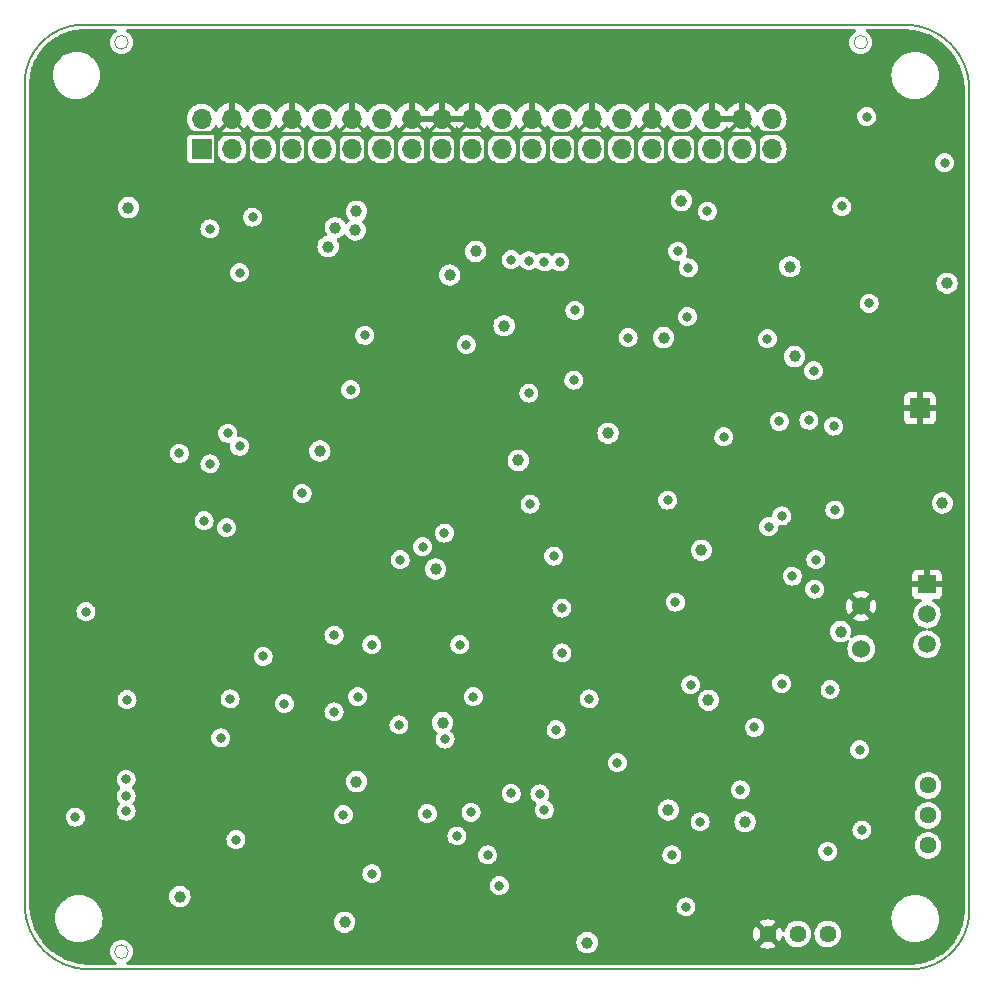
<source format=gbr>
G04 #@! TF.GenerationSoftware,KiCad,Pcbnew,(6.0.7-1)-1*
G04 #@! TF.CreationDate,2022-09-14T23:00:17-07:00*
G04 #@! TF.ProjectId,as3340,61733333-3430-42e6-9b69-6361645f7063,rev?*
G04 #@! TF.SameCoordinates,Original*
G04 #@! TF.FileFunction,Copper,L2,Inr*
G04 #@! TF.FilePolarity,Positive*
%FSLAX46Y46*%
G04 Gerber Fmt 4.6, Leading zero omitted, Abs format (unit mm)*
G04 Created by KiCad (PCBNEW (6.0.7-1)-1) date 2022-09-14 23:00:17*
%MOMM*%
%LPD*%
G01*
G04 APERTURE LIST*
G04 #@! TA.AperFunction,Profile*
%ADD10C,0.050000*%
G04 #@! TD*
G04 #@! TA.AperFunction,Profile*
%ADD11C,0.150000*%
G04 #@! TD*
G04 #@! TA.AperFunction,ComponentPad*
%ADD12C,1.440000*%
G04 #@! TD*
G04 #@! TA.AperFunction,ComponentPad*
%ADD13C,1.524000*%
G04 #@! TD*
G04 #@! TA.AperFunction,ComponentPad*
%ADD14R,1.700000X1.700000*%
G04 #@! TD*
G04 #@! TA.AperFunction,ComponentPad*
%ADD15O,1.700000X1.700000*%
G04 #@! TD*
G04 #@! TA.AperFunction,ComponentPad*
%ADD16R,1.500000X1.500000*%
G04 #@! TD*
G04 #@! TA.AperFunction,ComponentPad*
%ADD17C,1.500000*%
G04 #@! TD*
G04 #@! TA.AperFunction,ViaPad*
%ADD18C,0.800000*%
G04 #@! TD*
G04 #@! TA.AperFunction,ViaPad*
%ADD19C,1.000000*%
G04 #@! TD*
G04 #@! TA.AperFunction,Conductor*
%ADD20C,0.300000*%
G04 #@! TD*
G04 APERTURE END LIST*
D10*
X75776000Y-104000000D02*
G75*
G03*
X75776000Y-104000000I-576000J0D01*
G01*
D11*
X147000000Y-31000000D02*
G75*
G03*
X141500000Y-25500000I-5500000J0D01*
G01*
X72000000Y-25500000D02*
G75*
G03*
X67000000Y-30500000I0J-5000000D01*
G01*
X72000000Y-25500000D02*
X141500000Y-25500000D01*
X142000000Y-105500000D02*
G75*
G03*
X147000000Y-100500000I0J5000000D01*
G01*
X67000000Y-100000000D02*
G75*
G03*
X72500000Y-105500000I5500000J0D01*
G01*
X142000000Y-105500000D02*
X72500000Y-105500000D01*
X67000000Y-30500000D02*
X67000000Y-100000000D01*
X147000000Y-100500000D02*
X147000000Y-31000000D01*
D10*
X138376000Y-27000000D02*
G75*
G03*
X138376000Y-27000000I-576000J0D01*
G01*
X75776000Y-27000000D02*
G75*
G03*
X75776000Y-27000000I-576000J0D01*
G01*
D12*
X143500000Y-95000000D03*
X143500000Y-92460000D03*
X143500000Y-89920000D03*
X135000000Y-102500000D03*
X132460000Y-102500000D03*
X129920000Y-102500000D03*
D13*
X137840000Y-78340000D03*
X137840000Y-74740000D03*
D14*
X82000000Y-36000000D03*
D15*
X82000000Y-33460000D03*
X84540000Y-36000000D03*
X84540000Y-33460000D03*
X87080000Y-36000000D03*
X87080000Y-33460000D03*
X89620000Y-36000000D03*
X89620000Y-33460000D03*
X92160000Y-36000000D03*
X92160000Y-33460000D03*
X94700000Y-36000000D03*
X94700000Y-33460000D03*
X97240000Y-36000000D03*
X97240000Y-33460000D03*
X99780000Y-36000000D03*
X99780000Y-33460000D03*
X102320000Y-36000000D03*
X102320000Y-33460000D03*
X104860000Y-36000000D03*
X104860000Y-33460000D03*
X107400000Y-36000000D03*
X107400000Y-33460000D03*
X109940000Y-36000000D03*
X109940000Y-33460000D03*
X112480000Y-36000000D03*
X112480000Y-33460000D03*
X115020000Y-36000000D03*
X115020000Y-33460000D03*
X117560000Y-36000000D03*
X117560000Y-33460000D03*
X120100000Y-36000000D03*
X120100000Y-33460000D03*
X122640000Y-36000000D03*
X122640000Y-33460000D03*
X125180000Y-36000000D03*
X125180000Y-33460000D03*
X127720000Y-36000000D03*
X127720000Y-33460000D03*
X130260000Y-36000000D03*
X130260000Y-33460000D03*
D16*
X143400000Y-72900000D03*
D17*
X143400000Y-75440000D03*
X143400000Y-77980000D03*
D14*
X142800000Y-58000000D03*
D18*
X103800000Y-71300000D03*
X95000000Y-80400000D03*
X118500000Y-77400000D03*
X133600000Y-96400000D03*
X84600000Y-72800000D03*
X118000000Y-93600000D03*
X103300000Y-51600000D03*
X95400000Y-103500000D03*
X129600000Y-75300000D03*
D19*
X110300000Y-49900000D03*
D18*
X86700000Y-87600000D03*
X118300000Y-58800000D03*
X138400000Y-45200000D03*
X132735000Y-81400000D03*
X88350000Y-68300000D03*
D19*
X110200000Y-60200000D03*
D18*
X101500000Y-103500000D03*
X107200000Y-63300000D03*
D19*
X130700000Y-53600000D03*
X131900000Y-47800000D03*
D18*
X138700000Y-47800000D03*
X94100000Y-64200000D03*
X87734306Y-81534306D03*
X97400000Y-47700000D03*
D19*
X118400000Y-40600000D03*
D18*
X107600000Y-76700000D03*
X74300000Y-36100000D03*
X88900000Y-85800000D03*
X120700000Y-90500000D03*
D19*
X141700000Y-66000000D03*
D18*
X80562500Y-94525000D03*
D19*
X96799992Y-103000000D03*
X105500000Y-39500000D03*
D18*
X135300000Y-86600000D03*
X131200000Y-68800000D03*
X114800000Y-44400000D03*
X93700000Y-39300000D03*
D19*
X100400000Y-84600000D03*
D18*
X105200000Y-93600000D03*
D19*
X107600000Y-84400000D03*
D18*
X138200000Y-82300000D03*
D19*
X145300000Y-45800000D03*
D18*
X131500000Y-86000000D03*
X122100000Y-86000000D03*
D19*
X100100000Y-71600000D03*
D18*
X101000000Y-66600000D03*
X117800000Y-89300000D03*
X126000000Y-64000000D03*
X103800000Y-100500000D03*
X134200002Y-75100000D03*
X74900000Y-93300000D03*
X137100000Y-70400000D03*
D19*
X84950000Y-99125000D03*
D18*
X108000000Y-66900000D03*
X88000000Y-94200000D03*
D19*
X116100000Y-103200000D03*
D18*
X94300000Y-59900000D03*
X80100000Y-60200000D03*
D19*
X145000000Y-83100000D03*
D18*
X82000000Y-86000000D03*
D19*
X121400000Y-72300000D03*
X123300000Y-82800000D03*
D18*
X90700000Y-46400000D03*
D19*
X92100000Y-63200000D03*
X96700000Y-89600000D03*
D18*
X119300000Y-71600000D03*
D19*
X122800000Y-60200000D03*
X81200000Y-49200000D03*
D18*
X87200000Y-39800000D03*
X74800000Y-57500000D03*
X73449990Y-71175000D03*
X141000000Y-40600000D03*
X141800000Y-80100000D03*
X101500000Y-42700000D03*
X96650000Y-92350000D03*
D19*
X127800000Y-94500000D03*
D18*
X127500000Y-41200000D03*
X107400000Y-59800000D03*
X123200000Y-38400000D03*
X125000000Y-75600004D03*
D19*
X74200000Y-41000000D03*
D18*
X113300000Y-68500000D03*
X78900000Y-67700000D03*
D19*
X113400000Y-61400000D03*
D18*
X131000000Y-64000000D03*
X133600000Y-64200000D03*
D19*
X119500000Y-52000004D03*
X93300000Y-42700000D03*
X122600000Y-40400000D03*
X116400000Y-60100000D03*
X103000000Y-46700000D03*
X107600000Y-51000000D03*
X94100000Y-101500000D03*
X95100000Y-41300000D03*
X145100000Y-47400000D03*
X92700000Y-44300000D03*
X95000000Y-42900000D03*
D18*
X131100002Y-67100002D03*
D19*
X144700000Y-66000000D03*
X101800000Y-71600000D03*
X92000000Y-61600000D03*
X105200000Y-44700000D03*
D18*
X95800000Y-51800000D03*
X102600000Y-86000000D03*
D19*
X121500000Y-92000000D03*
X128000000Y-93000000D03*
D18*
X111000000Y-92000006D03*
X124200000Y-93000000D03*
X104800000Y-92200000D03*
D19*
X132200000Y-53600000D03*
X95100000Y-89600000D03*
X124300000Y-70000000D03*
X131800000Y-46000000D03*
D18*
X117200000Y-88000000D03*
D19*
X124900000Y-82700000D03*
X136100000Y-76900004D03*
X108800000Y-62399998D03*
X102400000Y-84600000D03*
X121100000Y-52000000D03*
X114624970Y-103224960D03*
D18*
X103600000Y-94200000D03*
X98800000Y-70800000D03*
X72200000Y-75200000D03*
D19*
X75800000Y-41000000D03*
D18*
X138300000Y-33300000D03*
D19*
X80150000Y-99325000D03*
D18*
X80100000Y-61800000D03*
X75675000Y-82662500D03*
X93200000Y-77200000D03*
X93200000Y-83700000D03*
X121800000Y-95800000D03*
X82700000Y-62700000D03*
X82700000Y-42800000D03*
X84200000Y-60100000D03*
X86300000Y-41800000D03*
X107200000Y-98400000D03*
X110633999Y-90633999D03*
X135600000Y-66600000D03*
X111800008Y-70500006D03*
X134000000Y-70800006D03*
X113600000Y-49700000D03*
X133900000Y-73300000D03*
X123400000Y-81400000D03*
X131100000Y-81300000D03*
X127600000Y-90300000D03*
X137900000Y-93700000D03*
X112500000Y-78700000D03*
X128800000Y-85000000D03*
X123000000Y-100200000D03*
X112500000Y-74900000D03*
X135000000Y-95500000D03*
X85200000Y-46500000D03*
X85200000Y-61200000D03*
X108200000Y-90600000D03*
X126200000Y-60400000D03*
X130000002Y-68000002D03*
X118100000Y-52000000D03*
X75600000Y-90800000D03*
X83600000Y-85900000D03*
X94000000Y-92399996D03*
X75600000Y-92100000D03*
X121439998Y-65760002D03*
X133400000Y-59000000D03*
X124800000Y-41300000D03*
X82200000Y-67500000D03*
X103850000Y-77999998D03*
X96400000Y-78000000D03*
X95200000Y-82400000D03*
X105000000Y-82400000D03*
X122100000Y-74400000D03*
X135500000Y-59500000D03*
X122300006Y-44700000D03*
X114800000Y-82600000D03*
X130900000Y-59100000D03*
X113500000Y-55600000D03*
X123125001Y-50224999D03*
X137700000Y-86900000D03*
X90500000Y-65200000D03*
X106200000Y-95800000D03*
X109800000Y-66100000D03*
X112000000Y-85200000D03*
X100700000Y-69699998D03*
X89000000Y-82999998D03*
X132000000Y-72200000D03*
X135200000Y-81799996D03*
X75600000Y-89400000D03*
X84400000Y-82600000D03*
X87200000Y-79000000D03*
X102550000Y-68550000D03*
X98700000Y-84800000D03*
X101100000Y-92300000D03*
X144900000Y-37200000D03*
X129900000Y-52100000D03*
X112300000Y-45600000D03*
X111000000Y-45600000D03*
X109700000Y-45500000D03*
X108200000Y-45400000D03*
X71300000Y-92600000D03*
X96400000Y-97400000D03*
X84899998Y-94500000D03*
X104400000Y-52600000D03*
X109700000Y-56700000D03*
X138500000Y-49100000D03*
X136200000Y-40900000D03*
X84100000Y-68100000D03*
X94599998Y-56400000D03*
X133800000Y-54800000D03*
X123200000Y-46100000D03*
D20*
X127720000Y-33460000D02*
X128920001Y-34660001D01*
X111279999Y-34799999D02*
X111279999Y-35120001D01*
X111279999Y-34660001D02*
X111279999Y-35120001D01*
X88419999Y-34799999D02*
X88419999Y-37280001D01*
X102320000Y-33460000D02*
X103659999Y-34799999D01*
X83200001Y-34799999D02*
X83200001Y-34900001D01*
X106100000Y-37300000D02*
X106100000Y-38100000D01*
X90820001Y-34979999D02*
X90820001Y-37179999D01*
X123840001Y-34799999D02*
X123840001Y-37459999D01*
X120100000Y-33460000D02*
X118760001Y-34799999D01*
X100980001Y-34660001D02*
X100980001Y-37480001D01*
X89620000Y-33460000D02*
X90820001Y-34660001D01*
X101119999Y-34660001D02*
X101119999Y-37219999D01*
X84540000Y-33460000D02*
X83200001Y-34799999D01*
X94700000Y-33460000D02*
X93499999Y-34660001D01*
X99780000Y-33460000D02*
X100980001Y-34660001D01*
X108739999Y-37339999D02*
X108739999Y-34660001D01*
X93499999Y-34660001D02*
X93499999Y-35000001D01*
X129059999Y-34799999D02*
X129059999Y-37340001D01*
X128920001Y-34660001D02*
X129160001Y-34660001D01*
X129020003Y-34799999D02*
X129160001Y-34660001D01*
X103520001Y-34799999D02*
X103520001Y-37220001D01*
X85740001Y-34660001D02*
X84540000Y-33460000D01*
X113680001Y-34799999D02*
X113680001Y-35519999D01*
X118760001Y-34799999D02*
X118760001Y-37860001D01*
X83339999Y-34799999D02*
X88399999Y-34799999D01*
X98440001Y-34799999D02*
X98440001Y-37540001D01*
X111279999Y-34660001D02*
X110079998Y-33460000D01*
X88399999Y-34799999D02*
X126380001Y-34799999D01*
X93499999Y-34799999D02*
X93499999Y-35000001D01*
X126380001Y-34799999D02*
X129020003Y-34799999D01*
X102320000Y-33460000D02*
X101119999Y-34660001D01*
X126380001Y-34799999D02*
X126380001Y-37280001D01*
X116220001Y-34660001D02*
X115020000Y-33460000D01*
X90820001Y-34799999D02*
X90820001Y-34979999D01*
X106060001Y-34660001D02*
X106060001Y-37260001D01*
X111279999Y-35120001D02*
X111279999Y-37420001D01*
X113680001Y-34660001D02*
X114880002Y-33460000D01*
X83200001Y-34900001D02*
X83200001Y-37499999D01*
X127720000Y-33460000D02*
X129059999Y-34799999D01*
X83200001Y-34660001D02*
X79739999Y-34660001D01*
X90820001Y-34660001D02*
X90820001Y-34979999D01*
X116220001Y-34660001D02*
X116220001Y-37420001D01*
X93499999Y-35000001D02*
X93499999Y-37599999D01*
X88399999Y-34799999D02*
X88399999Y-34680001D01*
X104860000Y-33460000D02*
X103520001Y-34799999D01*
X104860000Y-33460000D02*
X106060001Y-34660001D01*
X103659999Y-34799999D02*
X103659999Y-37359999D01*
X120100000Y-33460000D02*
X121300001Y-34660001D01*
X126380001Y-34799999D02*
X127720000Y-33460000D01*
X126380001Y-34660001D02*
X126380001Y-37480001D01*
X103520001Y-37220001D02*
X103659999Y-37359999D01*
X113680001Y-35519999D02*
X113680001Y-37680001D01*
X99780000Y-33460000D02*
X98440001Y-34799999D01*
X129160001Y-34660001D02*
X131939999Y-34660001D01*
X85879999Y-34660001D02*
X85879999Y-37220001D01*
X94700000Y-33460000D02*
X95900001Y-34660001D01*
X83200001Y-34660001D02*
X83200001Y-34900001D01*
X121300001Y-34660001D02*
X121300001Y-37499999D01*
X103659999Y-37359999D02*
X103659999Y-37459999D01*
X88399999Y-34680001D02*
X89620000Y-33460000D01*
X114880002Y-33460000D02*
X115020000Y-33460000D01*
X85879999Y-34660001D02*
X85740001Y-34660001D01*
X95900001Y-34660001D02*
X95900001Y-37599999D01*
X108739999Y-34660001D02*
X109940000Y-33460000D01*
X110079998Y-33460000D02*
X109940000Y-33460000D01*
X113680001Y-34660001D02*
X113680001Y-35519999D01*
G04 #@! TA.AperFunction,Conductor*
G36*
X74750476Y-25920502D02*
G01*
X74796969Y-25974158D01*
X74807073Y-26044432D01*
X74777579Y-26109012D01*
X74740730Y-26138162D01*
X74662717Y-26178946D01*
X74513473Y-26298942D01*
X74390378Y-26445640D01*
X74387412Y-26451035D01*
X74301088Y-26608057D01*
X74298121Y-26613454D01*
X74240217Y-26795992D01*
X74239531Y-26802109D01*
X74239530Y-26802113D01*
X74225902Y-26923617D01*
X74218871Y-26986300D01*
X74219728Y-26996494D01*
X74219996Y-26999689D01*
X74219996Y-26999694D01*
X74231571Y-27137538D01*
X74234895Y-27177130D01*
X74287680Y-27361213D01*
X74375215Y-27531538D01*
X74379038Y-27536362D01*
X74379041Y-27536366D01*
X74402220Y-27565610D01*
X74494166Y-27681616D01*
X74640002Y-27805732D01*
X74645380Y-27808738D01*
X74645382Y-27808739D01*
X74685670Y-27831255D01*
X74807168Y-27899158D01*
X74989296Y-27958335D01*
X75179451Y-27981010D01*
X75185586Y-27980538D01*
X75185588Y-27980538D01*
X75364246Y-27966791D01*
X75364250Y-27966790D01*
X75370388Y-27966318D01*
X75405799Y-27956431D01*
X75548891Y-27916479D01*
X75548895Y-27916478D01*
X75554835Y-27914819D01*
X75668372Y-27857468D01*
X75720266Y-27831255D01*
X75720268Y-27831254D01*
X75725767Y-27828476D01*
X75876672Y-27710576D01*
X76001803Y-27565610D01*
X76096394Y-27399100D01*
X76156841Y-27217389D01*
X76180842Y-27027397D01*
X76181225Y-27000000D01*
X76162538Y-26809412D01*
X76107188Y-26626084D01*
X76103595Y-26619327D01*
X76020177Y-26462440D01*
X76020175Y-26462437D01*
X76017283Y-26456998D01*
X75980984Y-26412491D01*
X75900143Y-26313369D01*
X75900141Y-26313367D01*
X75896249Y-26308595D01*
X75748694Y-26186528D01*
X75712673Y-26167051D01*
X75657716Y-26137336D01*
X75607307Y-26087341D01*
X75591930Y-26018029D01*
X75616466Y-25951407D01*
X75673126Y-25908627D01*
X75717645Y-25900500D01*
X137282355Y-25900500D01*
X137350476Y-25920502D01*
X137396969Y-25974158D01*
X137407073Y-26044432D01*
X137377579Y-26109012D01*
X137340730Y-26138162D01*
X137262717Y-26178946D01*
X137113473Y-26298942D01*
X136990378Y-26445640D01*
X136987412Y-26451035D01*
X136901088Y-26608057D01*
X136898121Y-26613454D01*
X136840217Y-26795992D01*
X136839531Y-26802109D01*
X136839530Y-26802113D01*
X136825902Y-26923617D01*
X136818871Y-26986300D01*
X136819728Y-26996494D01*
X136819996Y-26999689D01*
X136819996Y-26999694D01*
X136831571Y-27137538D01*
X136834895Y-27177130D01*
X136887680Y-27361213D01*
X136975215Y-27531538D01*
X136979038Y-27536362D01*
X136979041Y-27536366D01*
X137002220Y-27565610D01*
X137094166Y-27681616D01*
X137240002Y-27805732D01*
X137245380Y-27808738D01*
X137245382Y-27808739D01*
X137285670Y-27831255D01*
X137407168Y-27899158D01*
X137589296Y-27958335D01*
X137779451Y-27981010D01*
X137785586Y-27980538D01*
X137785588Y-27980538D01*
X137964246Y-27966791D01*
X137964250Y-27966790D01*
X137970388Y-27966318D01*
X138005799Y-27956431D01*
X138148891Y-27916479D01*
X138148895Y-27916478D01*
X138154835Y-27914819D01*
X138268372Y-27857468D01*
X138320266Y-27831255D01*
X138320268Y-27831254D01*
X138325767Y-27828476D01*
X138476672Y-27710576D01*
X138601803Y-27565610D01*
X138696394Y-27399100D01*
X138756841Y-27217389D01*
X138780842Y-27027397D01*
X138781225Y-27000000D01*
X138762538Y-26809412D01*
X138707188Y-26626084D01*
X138703595Y-26619327D01*
X138620177Y-26462440D01*
X138620175Y-26462437D01*
X138617283Y-26456998D01*
X138580984Y-26412491D01*
X138500143Y-26313369D01*
X138500141Y-26313367D01*
X138496249Y-26308595D01*
X138348694Y-26186528D01*
X138312673Y-26167051D01*
X138257716Y-26137336D01*
X138207307Y-26087341D01*
X138191930Y-26018029D01*
X138216466Y-25951407D01*
X138273126Y-25908627D01*
X138317645Y-25900500D01*
X141458564Y-25900500D01*
X141478274Y-25902051D01*
X141500000Y-25905492D01*
X141512612Y-25903495D01*
X141537521Y-25902052D01*
X141696492Y-25908627D01*
X141915905Y-25917702D01*
X141926284Y-25918562D01*
X142334180Y-25969407D01*
X142344451Y-25971121D01*
X142746748Y-26055473D01*
X142756843Y-26058029D01*
X143150815Y-26175320D01*
X143160657Y-26178698D01*
X143543617Y-26328130D01*
X143553116Y-26332297D01*
X143916126Y-26509762D01*
X143922406Y-26512832D01*
X143931565Y-26517788D01*
X144284687Y-26728204D01*
X144293404Y-26733900D01*
X144627933Y-26972748D01*
X144636152Y-26979144D01*
X144949831Y-27244817D01*
X144957492Y-27251871D01*
X145248129Y-27542508D01*
X145255183Y-27550169D01*
X145520856Y-27863848D01*
X145527252Y-27872067D01*
X145766100Y-28206596D01*
X145771796Y-28215313D01*
X145982212Y-28568435D01*
X145987166Y-28577591D01*
X146155441Y-28921800D01*
X146167699Y-28946875D01*
X146171870Y-28956383D01*
X146321299Y-29339335D01*
X146324680Y-29349185D01*
X146441971Y-29743157D01*
X146444527Y-29753252D01*
X146528879Y-30155549D01*
X146530593Y-30165820D01*
X146581438Y-30573716D01*
X146582298Y-30584095D01*
X146595411Y-30901126D01*
X146597948Y-30962476D01*
X146596505Y-30987388D01*
X146594508Y-31000000D01*
X146596059Y-31009793D01*
X146597949Y-31021726D01*
X146599500Y-31041436D01*
X146599500Y-100458564D01*
X146597949Y-100478274D01*
X146594508Y-100500000D01*
X146596059Y-100509794D01*
X146596436Y-100512174D01*
X146597868Y-100537379D01*
X146582238Y-100895376D01*
X146581280Y-100906327D01*
X146530340Y-101293246D01*
X146528431Y-101304070D01*
X146465783Y-101586658D01*
X146449377Y-101660665D01*
X146443967Y-101685066D01*
X146441122Y-101695683D01*
X146324914Y-102064250D01*
X146323772Y-102067871D01*
X146320016Y-102078193D01*
X146170929Y-102438123D01*
X146170666Y-102438757D01*
X146166029Y-102448701D01*
X145985820Y-102794878D01*
X145980330Y-102804387D01*
X145770644Y-103133528D01*
X145764339Y-103142532D01*
X145526771Y-103452136D01*
X145519706Y-103460556D01*
X145426265Y-103562530D01*
X145287063Y-103714443D01*
X145256055Y-103748282D01*
X145248286Y-103756051D01*
X145162101Y-103835025D01*
X144960556Y-104019706D01*
X144952136Y-104026771D01*
X144642532Y-104264339D01*
X144633528Y-104270644D01*
X144431893Y-104399100D01*
X144304387Y-104480330D01*
X144294878Y-104485820D01*
X143948701Y-104666029D01*
X143938766Y-104670662D01*
X143578193Y-104820016D01*
X143567878Y-104823769D01*
X143195684Y-104941122D01*
X143185066Y-104943967D01*
X142804070Y-105028431D01*
X142793246Y-105030340D01*
X142406327Y-105081280D01*
X142395376Y-105082238D01*
X142037379Y-105097868D01*
X142012174Y-105096436D01*
X142009794Y-105096059D01*
X142000000Y-105094508D01*
X141990207Y-105096059D01*
X141978274Y-105097949D01*
X141958564Y-105099500D01*
X75718122Y-105099500D01*
X75650001Y-105079498D01*
X75603508Y-105025842D01*
X75593404Y-104955568D01*
X75622898Y-104890988D01*
X75661312Y-104861034D01*
X75720266Y-104831255D01*
X75720268Y-104831254D01*
X75725767Y-104828476D01*
X75876672Y-104710576D01*
X76001803Y-104565610D01*
X76096394Y-104399100D01*
X76156841Y-104217389D01*
X76180842Y-104027397D01*
X76181225Y-104000000D01*
X76162538Y-103809412D01*
X76107188Y-103626084D01*
X76100974Y-103614398D01*
X76020177Y-103462440D01*
X76020175Y-103462437D01*
X76017283Y-103456998D01*
X75896249Y-103308595D01*
X75795151Y-103224960D01*
X113719510Y-103224960D01*
X113720200Y-103231525D01*
X113735567Y-103377732D01*
X113739296Y-103413216D01*
X113797791Y-103593244D01*
X113801094Y-103598966D01*
X113801095Y-103598967D01*
X113834039Y-103656028D01*
X113892437Y-103757176D01*
X113896855Y-103762083D01*
X113896856Y-103762084D01*
X113962533Y-103835025D01*
X114019099Y-103897848D01*
X114024438Y-103901727D01*
X114159279Y-103999694D01*
X114172240Y-104009111D01*
X114345167Y-104086104D01*
X114443182Y-104106938D01*
X114523867Y-104124088D01*
X114523871Y-104124088D01*
X114530324Y-104125460D01*
X114719616Y-104125460D01*
X114726069Y-104124088D01*
X114726073Y-104124088D01*
X114806758Y-104106938D01*
X114904773Y-104086104D01*
X115077700Y-104009111D01*
X115090662Y-103999694D01*
X115225502Y-103901727D01*
X115230841Y-103897848D01*
X115287408Y-103835025D01*
X115353084Y-103762084D01*
X115353085Y-103762083D01*
X115357503Y-103757176D01*
X115415901Y-103656028D01*
X115448845Y-103598967D01*
X115448846Y-103598966D01*
X115452149Y-103593244D01*
X115473146Y-103528621D01*
X129255933Y-103528621D01*
X129265227Y-103540635D01*
X129299146Y-103564385D01*
X129308641Y-103569868D01*
X129493413Y-103656028D01*
X129503705Y-103659774D01*
X129700632Y-103712540D01*
X129711425Y-103714443D01*
X129914525Y-103732212D01*
X129925475Y-103732212D01*
X130128575Y-103714443D01*
X130139368Y-103712540D01*
X130336295Y-103659774D01*
X130346587Y-103656028D01*
X130531359Y-103569868D01*
X130540854Y-103564385D01*
X130575607Y-103540051D01*
X130583983Y-103529572D01*
X130576916Y-103516127D01*
X129932811Y-102872021D01*
X129918868Y-102864408D01*
X129917034Y-102864539D01*
X129910420Y-102868790D01*
X129262360Y-103516851D01*
X129255933Y-103528621D01*
X115473146Y-103528621D01*
X115510644Y-103413216D01*
X115514374Y-103377732D01*
X115529740Y-103231525D01*
X115530430Y-103224960D01*
X115520695Y-103132339D01*
X115511334Y-103043267D01*
X115511334Y-103043265D01*
X115510644Y-103036704D01*
X115452149Y-102856676D01*
X115357503Y-102692744D01*
X115351582Y-102686168D01*
X115235256Y-102556975D01*
X115235254Y-102556974D01*
X115230841Y-102552072D01*
X115172356Y-102509580D01*
X115166706Y-102505475D01*
X128687788Y-102505475D01*
X128705557Y-102708575D01*
X128707460Y-102719368D01*
X128760226Y-102916295D01*
X128763972Y-102926587D01*
X128850135Y-103111364D01*
X128855613Y-103120850D01*
X128879949Y-103155607D01*
X128890428Y-103163983D01*
X128903872Y-103156917D01*
X129547979Y-102512811D01*
X129554356Y-102501132D01*
X130284408Y-102501132D01*
X130284539Y-102502966D01*
X130288790Y-102509580D01*
X130936851Y-103157640D01*
X130948621Y-103164067D01*
X130960635Y-103154772D01*
X130984387Y-103120850D01*
X130989865Y-103111364D01*
X131076028Y-102926587D01*
X131079773Y-102916298D01*
X131124118Y-102750801D01*
X131161070Y-102690179D01*
X131224931Y-102659157D01*
X131295425Y-102667586D01*
X131350172Y-102712789D01*
X131367948Y-102752398D01*
X131397824Y-102870036D01*
X131397825Y-102870038D01*
X131399246Y-102875633D01*
X131485462Y-103062650D01*
X131488795Y-103067366D01*
X131582773Y-103200342D01*
X131604315Y-103230824D01*
X131751826Y-103374522D01*
X131923053Y-103488933D01*
X131928356Y-103491211D01*
X131928359Y-103491213D01*
X132098672Y-103564385D01*
X132112263Y-103570224D01*
X132186221Y-103586959D01*
X132307482Y-103614398D01*
X132307488Y-103614399D01*
X132313119Y-103615673D01*
X132318890Y-103615900D01*
X132318892Y-103615900D01*
X132381224Y-103618349D01*
X132518894Y-103623758D01*
X132620795Y-103608983D01*
X132716982Y-103595037D01*
X132716987Y-103595036D01*
X132722696Y-103594208D01*
X132728160Y-103592353D01*
X132728165Y-103592352D01*
X132912229Y-103529871D01*
X132912234Y-103529869D01*
X132917701Y-103528013D01*
X133019678Y-103470903D01*
X133092339Y-103430211D01*
X133092343Y-103430208D01*
X133097377Y-103427389D01*
X133255707Y-103295707D01*
X133387389Y-103137377D01*
X133390208Y-103132343D01*
X133390211Y-103132339D01*
X133485190Y-102962742D01*
X133485190Y-102962741D01*
X133488013Y-102957701D01*
X133489869Y-102952234D01*
X133489871Y-102952229D01*
X133552352Y-102768165D01*
X133552353Y-102768160D01*
X133554208Y-102762696D01*
X133555036Y-102756987D01*
X133555037Y-102756982D01*
X133583225Y-102562568D01*
X133583758Y-102558894D01*
X133585300Y-102500000D01*
X133582593Y-102470543D01*
X133875086Y-102470543D01*
X133888554Y-102676036D01*
X133889976Y-102681635D01*
X133937825Y-102870036D01*
X133939246Y-102875633D01*
X134025462Y-103062650D01*
X134028795Y-103067366D01*
X134122773Y-103200342D01*
X134144315Y-103230824D01*
X134291826Y-103374522D01*
X134463053Y-103488933D01*
X134468356Y-103491211D01*
X134468359Y-103491213D01*
X134638672Y-103564385D01*
X134652263Y-103570224D01*
X134726221Y-103586959D01*
X134847482Y-103614398D01*
X134847488Y-103614399D01*
X134853119Y-103615673D01*
X134858890Y-103615900D01*
X134858892Y-103615900D01*
X134921224Y-103618349D01*
X135058894Y-103623758D01*
X135160795Y-103608983D01*
X135256982Y-103595037D01*
X135256987Y-103595036D01*
X135262696Y-103594208D01*
X135268160Y-103592353D01*
X135268165Y-103592352D01*
X135452229Y-103529871D01*
X135452234Y-103529869D01*
X135457701Y-103528013D01*
X135559678Y-103470903D01*
X135632339Y-103430211D01*
X135632343Y-103430208D01*
X135637377Y-103427389D01*
X135795707Y-103295707D01*
X135927389Y-103137377D01*
X135930208Y-103132343D01*
X135930211Y-103132339D01*
X136025190Y-102962742D01*
X136025190Y-102962741D01*
X136028013Y-102957701D01*
X136029869Y-102952234D01*
X136029871Y-102952229D01*
X136092352Y-102768165D01*
X136092353Y-102768160D01*
X136094208Y-102762696D01*
X136095036Y-102756987D01*
X136095037Y-102756982D01*
X136123225Y-102562568D01*
X136123758Y-102558894D01*
X136125300Y-102500000D01*
X136112667Y-102362517D01*
X136106986Y-102300684D01*
X136106985Y-102300681D01*
X136106457Y-102294930D01*
X136102425Y-102280632D01*
X136052126Y-102102288D01*
X136052125Y-102102286D01*
X136050558Y-102096729D01*
X136044136Y-102083705D01*
X135962031Y-101917213D01*
X135959476Y-101912032D01*
X135942006Y-101888636D01*
X135839714Y-101751651D01*
X135839713Y-101751650D01*
X135836261Y-101747027D01*
X135685039Y-101607239D01*
X135680156Y-101604158D01*
X135515756Y-101500429D01*
X135510876Y-101497350D01*
X135319602Y-101421040D01*
X135313945Y-101419915D01*
X135313939Y-101419913D01*
X135123294Y-101381992D01*
X135123290Y-101381992D01*
X135117626Y-101380865D01*
X135111851Y-101380789D01*
X135111847Y-101380789D01*
X135008659Y-101379438D01*
X134911710Y-101378169D01*
X134906013Y-101379148D01*
X134906012Y-101379148D01*
X134714448Y-101412065D01*
X134708751Y-101413044D01*
X134515546Y-101484321D01*
X134338565Y-101589613D01*
X134334225Y-101593419D01*
X134334221Y-101593422D01*
X134218926Y-101694534D01*
X134183736Y-101725395D01*
X134180161Y-101729930D01*
X134180160Y-101729931D01*
X134169770Y-101743111D01*
X134056244Y-101887118D01*
X133960358Y-102069366D01*
X133899291Y-102266037D01*
X133875086Y-102470543D01*
X133582593Y-102470543D01*
X133572667Y-102362517D01*
X133566986Y-102300684D01*
X133566985Y-102300681D01*
X133566457Y-102294930D01*
X133562425Y-102280632D01*
X133512126Y-102102288D01*
X133512125Y-102102286D01*
X133510558Y-102096729D01*
X133504136Y-102083705D01*
X133422031Y-101917213D01*
X133419476Y-101912032D01*
X133402006Y-101888636D01*
X133299714Y-101751651D01*
X133299713Y-101751650D01*
X133296261Y-101747027D01*
X133145039Y-101607239D01*
X133140156Y-101604158D01*
X132975756Y-101500429D01*
X132970876Y-101497350D01*
X132779602Y-101421040D01*
X132773945Y-101419915D01*
X132773939Y-101419913D01*
X132583294Y-101381992D01*
X132583290Y-101381992D01*
X132577626Y-101380865D01*
X132571851Y-101380789D01*
X132571847Y-101380789D01*
X132468659Y-101379438D01*
X132371710Y-101378169D01*
X132366013Y-101379148D01*
X132366012Y-101379148D01*
X132174448Y-101412065D01*
X132168751Y-101413044D01*
X131975546Y-101484321D01*
X131798565Y-101589613D01*
X131794225Y-101593419D01*
X131794221Y-101593422D01*
X131678926Y-101694534D01*
X131643736Y-101725395D01*
X131640161Y-101729930D01*
X131640160Y-101729931D01*
X131629770Y-101743111D01*
X131516244Y-101887118D01*
X131420358Y-102069366D01*
X131388214Y-102172888D01*
X131364715Y-102248568D01*
X131325412Y-102307693D01*
X131260383Y-102336184D01*
X131190273Y-102324994D01*
X131137343Y-102277677D01*
X131122675Y-102243815D01*
X131079774Y-102083705D01*
X131076028Y-102073413D01*
X130989865Y-101888636D01*
X130984387Y-101879150D01*
X130960051Y-101844393D01*
X130949572Y-101836017D01*
X130936128Y-101843083D01*
X130292021Y-102487189D01*
X130284408Y-102501132D01*
X129554356Y-102501132D01*
X129555592Y-102498868D01*
X129555461Y-102497034D01*
X129551210Y-102490420D01*
X128903149Y-101842360D01*
X128891379Y-101835933D01*
X128879365Y-101845228D01*
X128855613Y-101879150D01*
X128850135Y-101888636D01*
X128763972Y-102073413D01*
X128760226Y-102083705D01*
X128707460Y-102280632D01*
X128705557Y-102291425D01*
X128687788Y-102494525D01*
X128687788Y-102505475D01*
X115166706Y-102505475D01*
X115083042Y-102444690D01*
X115083041Y-102444689D01*
X115077700Y-102440809D01*
X114904773Y-102363816D01*
X114774774Y-102336184D01*
X114726073Y-102325832D01*
X114726069Y-102325832D01*
X114719616Y-102324460D01*
X114530324Y-102324460D01*
X114523871Y-102325832D01*
X114523867Y-102325832D01*
X114475166Y-102336184D01*
X114345167Y-102363816D01*
X114172240Y-102440809D01*
X114166899Y-102444689D01*
X114166898Y-102444690D01*
X114077584Y-102509580D01*
X114019099Y-102552072D01*
X114014686Y-102556974D01*
X114014684Y-102556975D01*
X113898358Y-102686168D01*
X113892437Y-102692744D01*
X113797791Y-102856676D01*
X113739296Y-103036704D01*
X113738606Y-103043265D01*
X113738606Y-103043267D01*
X113729245Y-103132339D01*
X113719510Y-103224960D01*
X75795151Y-103224960D01*
X75748694Y-103186528D01*
X75580240Y-103095445D01*
X75397303Y-103038816D01*
X75391185Y-103038173D01*
X75391180Y-103038172D01*
X75212979Y-103019443D01*
X75212977Y-103019443D01*
X75206850Y-103018799D01*
X75129855Y-103025806D01*
X75022276Y-103035596D01*
X75022273Y-103035597D01*
X75016137Y-103036155D01*
X75010231Y-103037893D01*
X75010227Y-103037894D01*
X74892474Y-103072551D01*
X74832427Y-103090224D01*
X74762251Y-103126911D01*
X74707361Y-103155607D01*
X74662717Y-103178946D01*
X74513473Y-103298942D01*
X74447360Y-103377732D01*
X74405693Y-103427389D01*
X74390378Y-103445640D01*
X74387412Y-103451035D01*
X74384134Y-103456998D01*
X74298121Y-103613454D01*
X74240217Y-103795992D01*
X74239531Y-103802109D01*
X74239530Y-103802113D01*
X74229342Y-103892945D01*
X74218871Y-103986300D01*
X74219728Y-103996494D01*
X74219996Y-103999689D01*
X74219996Y-103999694D01*
X74233523Y-104160786D01*
X74234895Y-104177130D01*
X74287680Y-104361213D01*
X74375215Y-104531538D01*
X74379038Y-104536362D01*
X74379041Y-104536366D01*
X74402220Y-104565610D01*
X74494166Y-104681616D01*
X74640002Y-104805732D01*
X74645380Y-104808738D01*
X74645382Y-104808739D01*
X74743387Y-104863512D01*
X74793093Y-104914205D01*
X74807501Y-104983725D01*
X74782037Y-105049998D01*
X74724786Y-105091983D01*
X74681917Y-105099500D01*
X72541436Y-105099500D01*
X72521726Y-105097949D01*
X72509793Y-105096059D01*
X72500000Y-105094508D01*
X72487388Y-105096505D01*
X72462479Y-105097948D01*
X72297517Y-105091125D01*
X72084095Y-105082298D01*
X72073716Y-105081438D01*
X71665820Y-105030593D01*
X71655549Y-105028879D01*
X71253252Y-104944527D01*
X71243157Y-104941971D01*
X70849185Y-104824680D01*
X70839343Y-104821302D01*
X70456383Y-104671870D01*
X70446884Y-104667703D01*
X70077591Y-104487166D01*
X70068435Y-104482212D01*
X69715313Y-104271796D01*
X69706596Y-104266100D01*
X69372067Y-104027252D01*
X69363848Y-104020856D01*
X69050169Y-103755183D01*
X69042508Y-103748129D01*
X68751871Y-103457492D01*
X68744817Y-103449831D01*
X68479144Y-103136152D01*
X68472748Y-103127933D01*
X68233900Y-102793404D01*
X68228204Y-102784687D01*
X68017788Y-102431565D01*
X68012832Y-102422406D01*
X67948799Y-102291425D01*
X67832297Y-102053116D01*
X67828130Y-102043617D01*
X67678698Y-101660657D01*
X67675320Y-101650815D01*
X67558029Y-101256843D01*
X67555473Y-101246748D01*
X67539066Y-101168497D01*
X69594637Y-101168497D01*
X69594881Y-101172932D01*
X69594881Y-101172936D01*
X69609338Y-101435615D01*
X69610205Y-101451370D01*
X69637115Y-101586658D01*
X69663955Y-101721588D01*
X69665474Y-101729226D01*
X69666950Y-101733429D01*
X69729671Y-101912032D01*
X69759342Y-101996524D01*
X69761395Y-102000477D01*
X69761398Y-102000483D01*
X69811394Y-102096729D01*
X69889936Y-102247928D01*
X69892519Y-102251543D01*
X69892523Y-102251549D01*
X69945008Y-102324994D01*
X70054651Y-102478424D01*
X70057729Y-102481651D01*
X70057731Y-102481653D01*
X70243163Y-102676036D01*
X70250199Y-102683412D01*
X70472680Y-102858801D01*
X70582927Y-102922837D01*
X70713807Y-102998859D01*
X70713813Y-102998862D01*
X70717654Y-103001093D01*
X70721777Y-103002763D01*
X70933415Y-103088485D01*
X70980232Y-103107448D01*
X70984545Y-103108519D01*
X70984550Y-103108521D01*
X71250856Y-103174672D01*
X71250861Y-103174673D01*
X71255177Y-103175745D01*
X71259605Y-103176199D01*
X71259607Y-103176199D01*
X71286419Y-103178946D01*
X71496790Y-103200500D01*
X71672170Y-103200500D01*
X71882593Y-103185601D01*
X71886948Y-103184663D01*
X71886951Y-103184663D01*
X72155200Y-103126911D01*
X72155202Y-103126911D01*
X72159547Y-103125975D01*
X72425337Y-103027920D01*
X72555476Y-102957701D01*
X72670744Y-102895506D01*
X72674660Y-102893393D01*
X72902540Y-102725078D01*
X72908341Y-102719368D01*
X73067622Y-102562568D01*
X73104430Y-102526334D01*
X73107131Y-102522794D01*
X73107137Y-102522788D01*
X73273602Y-102304667D01*
X73273605Y-102304663D01*
X73276304Y-102301126D01*
X73308309Y-102243977D01*
X73412552Y-102057837D01*
X73412555Y-102057832D01*
X73414730Y-102053947D01*
X73416859Y-102048446D01*
X73515341Y-101793885D01*
X73515343Y-101793879D01*
X73516948Y-101789730D01*
X73580918Y-101513747D01*
X73582109Y-101500000D01*
X93194540Y-101500000D01*
X93214326Y-101688256D01*
X93272821Y-101868284D01*
X93367467Y-102032216D01*
X93371885Y-102037123D01*
X93371886Y-102037124D01*
X93453693Y-102127979D01*
X93494129Y-102172888D01*
X93499468Y-102176767D01*
X93614745Y-102260520D01*
X93647270Y-102284151D01*
X93820197Y-102361144D01*
X93918212Y-102381978D01*
X93998897Y-102399128D01*
X93998901Y-102399128D01*
X94005354Y-102400500D01*
X94194646Y-102400500D01*
X94201099Y-102399128D01*
X94201103Y-102399128D01*
X94281788Y-102381978D01*
X94379803Y-102361144D01*
X94552730Y-102284151D01*
X94585256Y-102260520D01*
X94700532Y-102176767D01*
X94705871Y-102172888D01*
X94746308Y-102127979D01*
X94828114Y-102037124D01*
X94828115Y-102037123D01*
X94832533Y-102032216D01*
X94927179Y-101868284D01*
X94985674Y-101688256D01*
X95005460Y-101500000D01*
X95002352Y-101470428D01*
X129256017Y-101470428D01*
X129263083Y-101483872D01*
X129907189Y-102127979D01*
X129921132Y-102135592D01*
X129922966Y-102135461D01*
X129929580Y-102131210D01*
X130577640Y-101483149D01*
X130584067Y-101471379D01*
X130574773Y-101459365D01*
X130540854Y-101435615D01*
X130531359Y-101430132D01*
X130346587Y-101343972D01*
X130336295Y-101340226D01*
X130139368Y-101287460D01*
X130128575Y-101285557D01*
X129925475Y-101267788D01*
X129914525Y-101267788D01*
X129711425Y-101285557D01*
X129700632Y-101287460D01*
X129503705Y-101340226D01*
X129493413Y-101343972D01*
X129308636Y-101430135D01*
X129299150Y-101435613D01*
X129264393Y-101459949D01*
X129256017Y-101470428D01*
X95002352Y-101470428D01*
X94992663Y-101378245D01*
X94986364Y-101318307D01*
X94986364Y-101318305D01*
X94985674Y-101311744D01*
X94939130Y-101168497D01*
X140394637Y-101168497D01*
X140394881Y-101172932D01*
X140394881Y-101172936D01*
X140409338Y-101435615D01*
X140410205Y-101451370D01*
X140437115Y-101586658D01*
X140463955Y-101721588D01*
X140465474Y-101729226D01*
X140466950Y-101733429D01*
X140529671Y-101912032D01*
X140559342Y-101996524D01*
X140561395Y-102000477D01*
X140561398Y-102000483D01*
X140611394Y-102096729D01*
X140689936Y-102247928D01*
X140692519Y-102251543D01*
X140692523Y-102251549D01*
X140745008Y-102324994D01*
X140854651Y-102478424D01*
X140857729Y-102481651D01*
X140857731Y-102481653D01*
X141043163Y-102676036D01*
X141050199Y-102683412D01*
X141272680Y-102858801D01*
X141382927Y-102922837D01*
X141513807Y-102998859D01*
X141513813Y-102998862D01*
X141517654Y-103001093D01*
X141521777Y-103002763D01*
X141733415Y-103088485D01*
X141780232Y-103107448D01*
X141784545Y-103108519D01*
X141784550Y-103108521D01*
X142050856Y-103174672D01*
X142050861Y-103174673D01*
X142055177Y-103175745D01*
X142059605Y-103176199D01*
X142059607Y-103176199D01*
X142086419Y-103178946D01*
X142296790Y-103200500D01*
X142472170Y-103200500D01*
X142682593Y-103185601D01*
X142686948Y-103184663D01*
X142686951Y-103184663D01*
X142955200Y-103126911D01*
X142955202Y-103126911D01*
X142959547Y-103125975D01*
X143225337Y-103027920D01*
X143355476Y-102957701D01*
X143470744Y-102895506D01*
X143474660Y-102893393D01*
X143702540Y-102725078D01*
X143708341Y-102719368D01*
X143867622Y-102562568D01*
X143904430Y-102526334D01*
X143907131Y-102522794D01*
X143907137Y-102522788D01*
X144073602Y-102304667D01*
X144073605Y-102304663D01*
X144076304Y-102301126D01*
X144108309Y-102243977D01*
X144212552Y-102057837D01*
X144212555Y-102057832D01*
X144214730Y-102053947D01*
X144216859Y-102048446D01*
X144315341Y-101793885D01*
X144315343Y-101793879D01*
X144316948Y-101789730D01*
X144380918Y-101513747D01*
X144405363Y-101231503D01*
X144402140Y-101172936D01*
X144390040Y-100953073D01*
X144390039Y-100953066D01*
X144389795Y-100948630D01*
X144344264Y-100719730D01*
X144335396Y-100675146D01*
X144335395Y-100675141D01*
X144334526Y-100670774D01*
X144313279Y-100610270D01*
X144242136Y-100407684D01*
X144242135Y-100407681D01*
X144240658Y-100403476D01*
X144238605Y-100399523D01*
X144238602Y-100399517D01*
X144137019Y-100203963D01*
X144110064Y-100152072D01*
X144107481Y-100148457D01*
X144107477Y-100148451D01*
X144002654Y-100001767D01*
X143945349Y-99921576D01*
X143903028Y-99877212D01*
X143752876Y-99719811D01*
X143752873Y-99719808D01*
X143749801Y-99716588D01*
X143527320Y-99541199D01*
X143315357Y-99418081D01*
X143286193Y-99401141D01*
X143286187Y-99401138D01*
X143282346Y-99398907D01*
X143116087Y-99331565D01*
X143023894Y-99294223D01*
X143023891Y-99294222D01*
X143019768Y-99292552D01*
X143015455Y-99291481D01*
X143015450Y-99291479D01*
X142749144Y-99225328D01*
X142749139Y-99225327D01*
X142744823Y-99224255D01*
X142740395Y-99223801D01*
X142740393Y-99223801D01*
X142645552Y-99214084D01*
X142503210Y-99199500D01*
X142327830Y-99199500D01*
X142117407Y-99214399D01*
X142113052Y-99215337D01*
X142113049Y-99215337D01*
X141844800Y-99273089D01*
X141844798Y-99273089D01*
X141840453Y-99274025D01*
X141574663Y-99372080D01*
X141570745Y-99374194D01*
X141395350Y-99468832D01*
X141325340Y-99506607D01*
X141097460Y-99674922D01*
X141094281Y-99678051D01*
X141094278Y-99678054D01*
X141072366Y-99699625D01*
X140895570Y-99873666D01*
X140892869Y-99877206D01*
X140892863Y-99877212D01*
X140780081Y-100024992D01*
X140723696Y-100098874D01*
X140695932Y-100148451D01*
X140652270Y-100226416D01*
X140585270Y-100346053D01*
X140583662Y-100350211D01*
X140583659Y-100350216D01*
X140484659Y-100606115D01*
X140483052Y-100610270D01*
X140419082Y-100886253D01*
X140394637Y-101168497D01*
X94939130Y-101168497D01*
X94927179Y-101131716D01*
X94832533Y-100967784D01*
X94792888Y-100923754D01*
X94710286Y-100832015D01*
X94710284Y-100832014D01*
X94705871Y-100827112D01*
X94552730Y-100715849D01*
X94379803Y-100638856D01*
X94265710Y-100614605D01*
X94201103Y-100600872D01*
X94201099Y-100600872D01*
X94194646Y-100599500D01*
X94005354Y-100599500D01*
X93998901Y-100600872D01*
X93998897Y-100600872D01*
X93934290Y-100614605D01*
X93820197Y-100638856D01*
X93647270Y-100715849D01*
X93494129Y-100827112D01*
X93489716Y-100832014D01*
X93489714Y-100832015D01*
X93407112Y-100923754D01*
X93367467Y-100967784D01*
X93272821Y-101131716D01*
X93214326Y-101311744D01*
X93213636Y-101318305D01*
X93213636Y-101318307D01*
X93207337Y-101378245D01*
X93194540Y-101500000D01*
X73582109Y-101500000D01*
X73605363Y-101231503D01*
X73602140Y-101172936D01*
X73590040Y-100953073D01*
X73590039Y-100953066D01*
X73589795Y-100948630D01*
X73544264Y-100719730D01*
X73535396Y-100675146D01*
X73535395Y-100675141D01*
X73534526Y-100670774D01*
X73513279Y-100610270D01*
X73442136Y-100407684D01*
X73442135Y-100407681D01*
X73440658Y-100403476D01*
X73438605Y-100399523D01*
X73438602Y-100399517D01*
X73337019Y-100203963D01*
X73310064Y-100152072D01*
X73307481Y-100148457D01*
X73307477Y-100148451D01*
X73202654Y-100001767D01*
X73145349Y-99921576D01*
X73103028Y-99877212D01*
X72952876Y-99719811D01*
X72952873Y-99719808D01*
X72949801Y-99716588D01*
X72727320Y-99541199D01*
X72515357Y-99418081D01*
X72486193Y-99401141D01*
X72486187Y-99401138D01*
X72482346Y-99398907D01*
X72316087Y-99331565D01*
X72299879Y-99325000D01*
X79244540Y-99325000D01*
X79245230Y-99331565D01*
X79260804Y-99479742D01*
X79264326Y-99513256D01*
X79322821Y-99693284D01*
X79326124Y-99699006D01*
X79326125Y-99699007D01*
X79338136Y-99719811D01*
X79417467Y-99857216D01*
X79421885Y-99862123D01*
X79421886Y-99862124D01*
X79517651Y-99968481D01*
X79544129Y-99997888D01*
X79697270Y-100109151D01*
X79870197Y-100186144D01*
X79954030Y-100203963D01*
X80048897Y-100224128D01*
X80048901Y-100224128D01*
X80055354Y-100225500D01*
X80244646Y-100225500D01*
X80251099Y-100224128D01*
X80251103Y-100224128D01*
X80345970Y-100203963D01*
X80417528Y-100188753D01*
X122194514Y-100188753D01*
X122195201Y-100195760D01*
X122195201Y-100195763D01*
X122198117Y-100225500D01*
X122212039Y-100367486D01*
X122214262Y-100374168D01*
X122214262Y-100374169D01*
X122260170Y-100512174D01*
X122268726Y-100537896D01*
X122272373Y-100543918D01*
X122349200Y-100670774D01*
X122361759Y-100691512D01*
X122486514Y-100820699D01*
X122636789Y-100919036D01*
X122805116Y-100981636D01*
X122812097Y-100982567D01*
X122812099Y-100982568D01*
X122976149Y-101004457D01*
X122976153Y-101004457D01*
X122983130Y-101005388D01*
X122990142Y-101004750D01*
X122990146Y-101004750D01*
X123154960Y-100989751D01*
X123154961Y-100989751D01*
X123161981Y-100989112D01*
X123332782Y-100933615D01*
X123363714Y-100915176D01*
X123480992Y-100845265D01*
X123480994Y-100845264D01*
X123487044Y-100841657D01*
X123617099Y-100717807D01*
X123634570Y-100691512D01*
X123712582Y-100574093D01*
X123716483Y-100568222D01*
X123754371Y-100468481D01*
X123777757Y-100406919D01*
X123777758Y-100406914D01*
X123780257Y-100400336D01*
X123805251Y-100222493D01*
X123805565Y-100200000D01*
X123785546Y-100021528D01*
X123779427Y-100003955D01*
X123728803Y-99858584D01*
X123726485Y-99851927D01*
X123631316Y-99699625D01*
X123567771Y-99635635D01*
X123509733Y-99577190D01*
X123509729Y-99577187D01*
X123504770Y-99572193D01*
X123493761Y-99565206D01*
X123411900Y-99513256D01*
X123353136Y-99475963D01*
X123323352Y-99465357D01*
X123190586Y-99418081D01*
X123190581Y-99418080D01*
X123183951Y-99415719D01*
X123176965Y-99414886D01*
X123176961Y-99414885D01*
X123042960Y-99398907D01*
X123005624Y-99394455D01*
X122998621Y-99395191D01*
X122998620Y-99395191D01*
X122834025Y-99412490D01*
X122834021Y-99412491D01*
X122827017Y-99413227D01*
X122820346Y-99415498D01*
X122663677Y-99468832D01*
X122663674Y-99468833D01*
X122657007Y-99471103D01*
X122651009Y-99474793D01*
X122651007Y-99474794D01*
X122602731Y-99504494D01*
X122504045Y-99565206D01*
X122499014Y-99570132D01*
X122499011Y-99570135D01*
X122491807Y-99577190D01*
X122375732Y-99690859D01*
X122371913Y-99696784D01*
X122371912Y-99696786D01*
X122282265Y-99835891D01*
X122278446Y-99841817D01*
X122217022Y-100010578D01*
X122194514Y-100188753D01*
X80417528Y-100188753D01*
X80429803Y-100186144D01*
X80602730Y-100109151D01*
X80755871Y-99997888D01*
X80782350Y-99968481D01*
X80878114Y-99862124D01*
X80878115Y-99862123D01*
X80882533Y-99857216D01*
X80961864Y-99719811D01*
X80973875Y-99699007D01*
X80973876Y-99699006D01*
X80977179Y-99693284D01*
X81035674Y-99513256D01*
X81039197Y-99479742D01*
X81054770Y-99331565D01*
X81055460Y-99325000D01*
X81042304Y-99199828D01*
X81036364Y-99143307D01*
X81036364Y-99143305D01*
X81035674Y-99136744D01*
X80977179Y-98956716D01*
X80882533Y-98792784D01*
X80878114Y-98787876D01*
X80760286Y-98657015D01*
X80760284Y-98657014D01*
X80755871Y-98652112D01*
X80639393Y-98567486D01*
X80608072Y-98544730D01*
X80608071Y-98544729D01*
X80602730Y-98540849D01*
X80429803Y-98463856D01*
X80331788Y-98443022D01*
X80251103Y-98425872D01*
X80251099Y-98425872D01*
X80244646Y-98424500D01*
X80055354Y-98424500D01*
X80048901Y-98425872D01*
X80048897Y-98425872D01*
X79968212Y-98443022D01*
X79870197Y-98463856D01*
X79697270Y-98540849D01*
X79691929Y-98544729D01*
X79691928Y-98544730D01*
X79660607Y-98567486D01*
X79544129Y-98652112D01*
X79539716Y-98657014D01*
X79539714Y-98657015D01*
X79421886Y-98787876D01*
X79417467Y-98792784D01*
X79322821Y-98956716D01*
X79264326Y-99136744D01*
X79263636Y-99143305D01*
X79263636Y-99143307D01*
X79257696Y-99199828D01*
X79244540Y-99325000D01*
X72299879Y-99325000D01*
X72223894Y-99294223D01*
X72223891Y-99294222D01*
X72219768Y-99292552D01*
X72215455Y-99291481D01*
X72215450Y-99291479D01*
X71949144Y-99225328D01*
X71949139Y-99225327D01*
X71944823Y-99224255D01*
X71940395Y-99223801D01*
X71940393Y-99223801D01*
X71845552Y-99214084D01*
X71703210Y-99199500D01*
X71527830Y-99199500D01*
X71317407Y-99214399D01*
X71313052Y-99215337D01*
X71313049Y-99215337D01*
X71044800Y-99273089D01*
X71044798Y-99273089D01*
X71040453Y-99274025D01*
X70774663Y-99372080D01*
X70770745Y-99374194D01*
X70595350Y-99468832D01*
X70525340Y-99506607D01*
X70297460Y-99674922D01*
X70294281Y-99678051D01*
X70294278Y-99678054D01*
X70272366Y-99699625D01*
X70095570Y-99873666D01*
X70092869Y-99877206D01*
X70092863Y-99877212D01*
X69980081Y-100024992D01*
X69923696Y-100098874D01*
X69895932Y-100148451D01*
X69852270Y-100226416D01*
X69785270Y-100346053D01*
X69783662Y-100350211D01*
X69783659Y-100350216D01*
X69684659Y-100606115D01*
X69683052Y-100610270D01*
X69619082Y-100886253D01*
X69594637Y-101168497D01*
X67539066Y-101168497D01*
X67471121Y-100844451D01*
X67469407Y-100834180D01*
X67418562Y-100426284D01*
X67417702Y-100415905D01*
X67404750Y-100102758D01*
X67402052Y-100037521D01*
X67403495Y-100012612D01*
X67405492Y-100000000D01*
X67402051Y-99978274D01*
X67400500Y-99958564D01*
X67400500Y-98388753D01*
X106394514Y-98388753D01*
X106395201Y-98395760D01*
X106395201Y-98395763D01*
X106398207Y-98426416D01*
X106412039Y-98567486D01*
X106414262Y-98574168D01*
X106414262Y-98574169D01*
X106438900Y-98648233D01*
X106468726Y-98737896D01*
X106561759Y-98891512D01*
X106686514Y-99020699D01*
X106836789Y-99119036D01*
X107005116Y-99181636D01*
X107012097Y-99182567D01*
X107012099Y-99182568D01*
X107176149Y-99204457D01*
X107176153Y-99204457D01*
X107183130Y-99205388D01*
X107190142Y-99204750D01*
X107190146Y-99204750D01*
X107354960Y-99189751D01*
X107354961Y-99189751D01*
X107361981Y-99189112D01*
X107532782Y-99133615D01*
X107563714Y-99115176D01*
X107680992Y-99045265D01*
X107680994Y-99045264D01*
X107687044Y-99041657D01*
X107817099Y-98917807D01*
X107834570Y-98891512D01*
X107912582Y-98774093D01*
X107916483Y-98768222D01*
X107958727Y-98657015D01*
X107977757Y-98606919D01*
X107977758Y-98606914D01*
X107980257Y-98600336D01*
X108005251Y-98422493D01*
X108005565Y-98400000D01*
X107985546Y-98221528D01*
X107979926Y-98205388D01*
X107954932Y-98133615D01*
X107926485Y-98051927D01*
X107831316Y-97899625D01*
X107767771Y-97835635D01*
X107709733Y-97777190D01*
X107709729Y-97777187D01*
X107704770Y-97772193D01*
X107693761Y-97765206D01*
X107640202Y-97731217D01*
X107553136Y-97675963D01*
X107523352Y-97665357D01*
X107390586Y-97618081D01*
X107390581Y-97618080D01*
X107383951Y-97615719D01*
X107376965Y-97614886D01*
X107376961Y-97614885D01*
X107249177Y-97599648D01*
X107205624Y-97594455D01*
X107198621Y-97595191D01*
X107198620Y-97595191D01*
X107034025Y-97612490D01*
X107034021Y-97612491D01*
X107027017Y-97613227D01*
X107020346Y-97615498D01*
X106863677Y-97668832D01*
X106863674Y-97668833D01*
X106857007Y-97671103D01*
X106851009Y-97674793D01*
X106851007Y-97674794D01*
X106780526Y-97718154D01*
X106704045Y-97765206D01*
X106699014Y-97770132D01*
X106699011Y-97770135D01*
X106691807Y-97777190D01*
X106575732Y-97890859D01*
X106571913Y-97896784D01*
X106571912Y-97896786D01*
X106495322Y-98015631D01*
X106478446Y-98041817D01*
X106417022Y-98210578D01*
X106394514Y-98388753D01*
X67400500Y-98388753D01*
X67400500Y-97388753D01*
X95594514Y-97388753D01*
X95595201Y-97395760D01*
X95595201Y-97395763D01*
X95596005Y-97403963D01*
X95612039Y-97567486D01*
X95614262Y-97574168D01*
X95614262Y-97574169D01*
X95627010Y-97612490D01*
X95668726Y-97737896D01*
X95672373Y-97743918D01*
X95688251Y-97770135D01*
X95761759Y-97891512D01*
X95766648Y-97896575D01*
X95766649Y-97896576D01*
X95781482Y-97911936D01*
X95886514Y-98020699D01*
X96036789Y-98119036D01*
X96205116Y-98181636D01*
X96212097Y-98182567D01*
X96212099Y-98182568D01*
X96376149Y-98204457D01*
X96376153Y-98204457D01*
X96383130Y-98205388D01*
X96390142Y-98204750D01*
X96390146Y-98204750D01*
X96554960Y-98189751D01*
X96554961Y-98189751D01*
X96561981Y-98189112D01*
X96732782Y-98133615D01*
X96869816Y-98051927D01*
X96880992Y-98045265D01*
X96880994Y-98045264D01*
X96887044Y-98041657D01*
X97017099Y-97917807D01*
X97031066Y-97896786D01*
X97066791Y-97843014D01*
X97116483Y-97768222D01*
X97131168Y-97729564D01*
X97177757Y-97606919D01*
X97177758Y-97606914D01*
X97180257Y-97600336D01*
X97205251Y-97422493D01*
X97205565Y-97400000D01*
X97185546Y-97221528D01*
X97179427Y-97203955D01*
X97128803Y-97058584D01*
X97126485Y-97051927D01*
X97031316Y-96899625D01*
X96967771Y-96835635D01*
X96909733Y-96777190D01*
X96909729Y-96777187D01*
X96904770Y-96772193D01*
X96893761Y-96765206D01*
X96846860Y-96735442D01*
X96753136Y-96675963D01*
X96723352Y-96665357D01*
X96590586Y-96618081D01*
X96590581Y-96618080D01*
X96583951Y-96615719D01*
X96576965Y-96614886D01*
X96576961Y-96614885D01*
X96449177Y-96599648D01*
X96405624Y-96594455D01*
X96398621Y-96595191D01*
X96398620Y-96595191D01*
X96234025Y-96612490D01*
X96234021Y-96612491D01*
X96227017Y-96613227D01*
X96220346Y-96615498D01*
X96063677Y-96668832D01*
X96063674Y-96668833D01*
X96057007Y-96671103D01*
X96051009Y-96674793D01*
X96051007Y-96674794D01*
X95980526Y-96718155D01*
X95904045Y-96765206D01*
X95899014Y-96770132D01*
X95899011Y-96770135D01*
X95891807Y-96777190D01*
X95775732Y-96890859D01*
X95771913Y-96896784D01*
X95771912Y-96896786D01*
X95682265Y-97035891D01*
X95678446Y-97041817D01*
X95617022Y-97210578D01*
X95594514Y-97388753D01*
X67400500Y-97388753D01*
X67400500Y-95788753D01*
X105394514Y-95788753D01*
X105395201Y-95795760D01*
X105395201Y-95795763D01*
X105399923Y-95843918D01*
X105412039Y-95967486D01*
X105414262Y-95974168D01*
X105414262Y-95974169D01*
X105461334Y-96115673D01*
X105468726Y-96137896D01*
X105561759Y-96291512D01*
X105686514Y-96420699D01*
X105836789Y-96519036D01*
X106005116Y-96581636D01*
X106012097Y-96582567D01*
X106012099Y-96582568D01*
X106176149Y-96604457D01*
X106176153Y-96604457D01*
X106183130Y-96605388D01*
X106190142Y-96604750D01*
X106190146Y-96604750D01*
X106354960Y-96589751D01*
X106354961Y-96589751D01*
X106361981Y-96589112D01*
X106532782Y-96533615D01*
X106563714Y-96515176D01*
X106680992Y-96445265D01*
X106680994Y-96445264D01*
X106687044Y-96441657D01*
X106817099Y-96317807D01*
X106834570Y-96291512D01*
X106875432Y-96230008D01*
X106916483Y-96168222D01*
X106936445Y-96115673D01*
X106977757Y-96006919D01*
X106977758Y-96006914D01*
X106980257Y-96000336D01*
X106985859Y-95960476D01*
X107004700Y-95826416D01*
X107004700Y-95826411D01*
X107005251Y-95822493D01*
X107005565Y-95800000D01*
X107004303Y-95788753D01*
X120994514Y-95788753D01*
X120995201Y-95795760D01*
X120995201Y-95795763D01*
X120999923Y-95843918D01*
X121012039Y-95967486D01*
X121014262Y-95974168D01*
X121014262Y-95974169D01*
X121061334Y-96115673D01*
X121068726Y-96137896D01*
X121161759Y-96291512D01*
X121286514Y-96420699D01*
X121436789Y-96519036D01*
X121605116Y-96581636D01*
X121612097Y-96582567D01*
X121612099Y-96582568D01*
X121776149Y-96604457D01*
X121776153Y-96604457D01*
X121783130Y-96605388D01*
X121790142Y-96604750D01*
X121790146Y-96604750D01*
X121954960Y-96589751D01*
X121954961Y-96589751D01*
X121961981Y-96589112D01*
X122132782Y-96533615D01*
X122163714Y-96515176D01*
X122280992Y-96445265D01*
X122280994Y-96445264D01*
X122287044Y-96441657D01*
X122417099Y-96317807D01*
X122434570Y-96291512D01*
X122475432Y-96230008D01*
X122516483Y-96168222D01*
X122536445Y-96115673D01*
X122577757Y-96006919D01*
X122577758Y-96006914D01*
X122580257Y-96000336D01*
X122585859Y-95960476D01*
X122604700Y-95826416D01*
X122604700Y-95826411D01*
X122605251Y-95822493D01*
X122605565Y-95800000D01*
X122585546Y-95621528D01*
X122579427Y-95603955D01*
X122552425Y-95526416D01*
X122539309Y-95488753D01*
X134194514Y-95488753D01*
X134195201Y-95495760D01*
X134195201Y-95495763D01*
X134196005Y-95503963D01*
X134212039Y-95667486D01*
X134214262Y-95674168D01*
X134214262Y-95674169D01*
X134262285Y-95818532D01*
X134268726Y-95837896D01*
X134272373Y-95843918D01*
X134351256Y-95974169D01*
X134361759Y-95991512D01*
X134366648Y-95996575D01*
X134366649Y-95996576D01*
X134397008Y-96028013D01*
X134486514Y-96120699D01*
X134636789Y-96219036D01*
X134805116Y-96281636D01*
X134812097Y-96282567D01*
X134812099Y-96282568D01*
X134976149Y-96304457D01*
X134976153Y-96304457D01*
X134983130Y-96305388D01*
X134990142Y-96304750D01*
X134990146Y-96304750D01*
X135154960Y-96289751D01*
X135154961Y-96289751D01*
X135161981Y-96289112D01*
X135332782Y-96233615D01*
X135442481Y-96168222D01*
X135480992Y-96145265D01*
X135480994Y-96145264D01*
X135487044Y-96141657D01*
X135617099Y-96017807D01*
X135634570Y-95991512D01*
X135675298Y-95930211D01*
X135716483Y-95868222D01*
X135733854Y-95822493D01*
X135777757Y-95706919D01*
X135777758Y-95706914D01*
X135780257Y-95700336D01*
X135789105Y-95637377D01*
X135804700Y-95526416D01*
X135804700Y-95526411D01*
X135805251Y-95522493D01*
X135805565Y-95500000D01*
X135785546Y-95321528D01*
X135779926Y-95305388D01*
X135754932Y-95233615D01*
X135726485Y-95151927D01*
X135675981Y-95071103D01*
X135635049Y-95005599D01*
X135631316Y-94999625D01*
X135602436Y-94970543D01*
X142375086Y-94970543D01*
X142388554Y-95176036D01*
X142439246Y-95375633D01*
X142441663Y-95380875D01*
X142441663Y-95380876D01*
X142496580Y-95500000D01*
X142525462Y-95562650D01*
X142528795Y-95567366D01*
X142627421Y-95706919D01*
X142644315Y-95730824D01*
X142791826Y-95874522D01*
X142963053Y-95988933D01*
X142968356Y-95991211D01*
X142968359Y-95991213D01*
X143146956Y-96067944D01*
X143152263Y-96070224D01*
X143226385Y-96086996D01*
X143347482Y-96114398D01*
X143347488Y-96114399D01*
X143353119Y-96115673D01*
X143358890Y-96115900D01*
X143358892Y-96115900D01*
X143421224Y-96118349D01*
X143558894Y-96123758D01*
X143660795Y-96108983D01*
X143756982Y-96095037D01*
X143756987Y-96095036D01*
X143762696Y-96094208D01*
X143768160Y-96092353D01*
X143768165Y-96092352D01*
X143952229Y-96029871D01*
X143952234Y-96029869D01*
X143957701Y-96028013D01*
X143975925Y-96017807D01*
X144132339Y-95930211D01*
X144132343Y-95930208D01*
X144137377Y-95927389D01*
X144295707Y-95795707D01*
X144427389Y-95637377D01*
X144430208Y-95632343D01*
X144430211Y-95632339D01*
X144525190Y-95462742D01*
X144525190Y-95462741D01*
X144528013Y-95457701D01*
X144529869Y-95452234D01*
X144529871Y-95452229D01*
X144592352Y-95268165D01*
X144592353Y-95268160D01*
X144594208Y-95262696D01*
X144595036Y-95256987D01*
X144595037Y-95256982D01*
X144621283Y-95075963D01*
X144623758Y-95058894D01*
X144625300Y-95000000D01*
X144613367Y-94870135D01*
X144606986Y-94800684D01*
X144606985Y-94800681D01*
X144606457Y-94794930D01*
X144604889Y-94789370D01*
X144552126Y-94602288D01*
X144552125Y-94602286D01*
X144550558Y-94596729D01*
X144539786Y-94574884D01*
X144462031Y-94417213D01*
X144459476Y-94412032D01*
X144431203Y-94374169D01*
X144339714Y-94251651D01*
X144339713Y-94251650D01*
X144336261Y-94247027D01*
X144229610Y-94148440D01*
X144189280Y-94111159D01*
X144189278Y-94111157D01*
X144185039Y-94107239D01*
X144180156Y-94104158D01*
X144015756Y-94000429D01*
X144010876Y-93997350D01*
X143819602Y-93921040D01*
X143813945Y-93919915D01*
X143813939Y-93919913D01*
X143623294Y-93881992D01*
X143623290Y-93881992D01*
X143617626Y-93880865D01*
X143611851Y-93880789D01*
X143611847Y-93880789D01*
X143508659Y-93879438D01*
X143411710Y-93878169D01*
X143406013Y-93879148D01*
X143406012Y-93879148D01*
X143281752Y-93900500D01*
X143208751Y-93913044D01*
X143015546Y-93984321D01*
X143010585Y-93987273D01*
X143010584Y-93987273D01*
X142998223Y-93994627D01*
X142838565Y-94089613D01*
X142834225Y-94093419D01*
X142834221Y-94093422D01*
X142712693Y-94200000D01*
X142683736Y-94225395D01*
X142556244Y-94387118D01*
X142553555Y-94392229D01*
X142553553Y-94392232D01*
X142530635Y-94435792D01*
X142460358Y-94569366D01*
X142399291Y-94766037D01*
X142375086Y-94970543D01*
X135602436Y-94970543D01*
X135553726Y-94921492D01*
X135509733Y-94877190D01*
X135509729Y-94877187D01*
X135504770Y-94872193D01*
X135493761Y-94865206D01*
X135429708Y-94824557D01*
X135353136Y-94775963D01*
X135309767Y-94760520D01*
X135190586Y-94718081D01*
X135190581Y-94718080D01*
X135183951Y-94715719D01*
X135176965Y-94714886D01*
X135176961Y-94714885D01*
X135023411Y-94696576D01*
X135005624Y-94694455D01*
X134998621Y-94695191D01*
X134998620Y-94695191D01*
X134834025Y-94712490D01*
X134834021Y-94712491D01*
X134827017Y-94713227D01*
X134820346Y-94715498D01*
X134663677Y-94768832D01*
X134663674Y-94768833D01*
X134657007Y-94771103D01*
X134651009Y-94774793D01*
X134651007Y-94774794D01*
X134627314Y-94789370D01*
X134504045Y-94865206D01*
X134499014Y-94870132D01*
X134499011Y-94870135D01*
X134491807Y-94877190D01*
X134375732Y-94990859D01*
X134371913Y-94996784D01*
X134371912Y-94996786D01*
X134325482Y-95068832D01*
X134278446Y-95141817D01*
X134276037Y-95148437D01*
X134276035Y-95148440D01*
X134269933Y-95165206D01*
X134217022Y-95310578D01*
X134194514Y-95488753D01*
X122539309Y-95488753D01*
X122526485Y-95451927D01*
X122431316Y-95299625D01*
X122353726Y-95221492D01*
X122309733Y-95177190D01*
X122309729Y-95177187D01*
X122304770Y-95172193D01*
X122293761Y-95165206D01*
X122229708Y-95124557D01*
X122153136Y-95075963D01*
X122123352Y-95065357D01*
X121990586Y-95018081D01*
X121990581Y-95018080D01*
X121983951Y-95015719D01*
X121976965Y-95014886D01*
X121976961Y-95014885D01*
X121848981Y-94999625D01*
X121805624Y-94994455D01*
X121798621Y-94995191D01*
X121798620Y-94995191D01*
X121634025Y-95012490D01*
X121634021Y-95012491D01*
X121627017Y-95013227D01*
X121620346Y-95015498D01*
X121463677Y-95068832D01*
X121463674Y-95068833D01*
X121457007Y-95071103D01*
X121451009Y-95074793D01*
X121451007Y-95074794D01*
X121384628Y-95115631D01*
X121304045Y-95165206D01*
X121299014Y-95170132D01*
X121299011Y-95170135D01*
X121291807Y-95177190D01*
X121175732Y-95290859D01*
X121171913Y-95296784D01*
X121171912Y-95296786D01*
X121121099Y-95375633D01*
X121078446Y-95441817D01*
X121076037Y-95448437D01*
X121076035Y-95448440D01*
X121058811Y-95495763D01*
X121017022Y-95610578D01*
X120994514Y-95788753D01*
X107004303Y-95788753D01*
X106985546Y-95621528D01*
X106979427Y-95603955D01*
X106952425Y-95526416D01*
X106926485Y-95451927D01*
X106831316Y-95299625D01*
X106753726Y-95221492D01*
X106709733Y-95177190D01*
X106709729Y-95177187D01*
X106704770Y-95172193D01*
X106693761Y-95165206D01*
X106629708Y-95124557D01*
X106553136Y-95075963D01*
X106523352Y-95065357D01*
X106390586Y-95018081D01*
X106390581Y-95018080D01*
X106383951Y-95015719D01*
X106376965Y-95014886D01*
X106376961Y-95014885D01*
X106248981Y-94999625D01*
X106205624Y-94994455D01*
X106198621Y-94995191D01*
X106198620Y-94995191D01*
X106034025Y-95012490D01*
X106034021Y-95012491D01*
X106027017Y-95013227D01*
X106020346Y-95015498D01*
X105863677Y-95068832D01*
X105863674Y-95068833D01*
X105857007Y-95071103D01*
X105851009Y-95074793D01*
X105851007Y-95074794D01*
X105784628Y-95115631D01*
X105704045Y-95165206D01*
X105699014Y-95170132D01*
X105699011Y-95170135D01*
X105691807Y-95177190D01*
X105575732Y-95290859D01*
X105571913Y-95296784D01*
X105571912Y-95296786D01*
X105521099Y-95375633D01*
X105478446Y-95441817D01*
X105476037Y-95448437D01*
X105476035Y-95448440D01*
X105458811Y-95495763D01*
X105417022Y-95610578D01*
X105394514Y-95788753D01*
X67400500Y-95788753D01*
X67400500Y-94488753D01*
X84094512Y-94488753D01*
X84095199Y-94495760D01*
X84095199Y-94495763D01*
X84099921Y-94543918D01*
X84112037Y-94667486D01*
X84114260Y-94674168D01*
X84114260Y-94674169D01*
X84161318Y-94815631D01*
X84168724Y-94837896D01*
X84172371Y-94843918D01*
X84252550Y-94976309D01*
X84261757Y-94991512D01*
X84266646Y-94996575D01*
X84266647Y-94996576D01*
X84291842Y-95022666D01*
X84386512Y-95120699D01*
X84536787Y-95219036D01*
X84705114Y-95281636D01*
X84712095Y-95282567D01*
X84712097Y-95282568D01*
X84876147Y-95304457D01*
X84876151Y-95304457D01*
X84883128Y-95305388D01*
X84890140Y-95304750D01*
X84890144Y-95304750D01*
X85054958Y-95289751D01*
X85054959Y-95289751D01*
X85061979Y-95289112D01*
X85232780Y-95233615D01*
X85319978Y-95181635D01*
X85380990Y-95145265D01*
X85380992Y-95145264D01*
X85387042Y-95141657D01*
X85517097Y-95017807D01*
X85531064Y-94996786D01*
X85575430Y-94930008D01*
X85616481Y-94868222D01*
X85634533Y-94820699D01*
X85677755Y-94706919D01*
X85677756Y-94706914D01*
X85680255Y-94700336D01*
X85697997Y-94574093D01*
X85704698Y-94526416D01*
X85704698Y-94526411D01*
X85705249Y-94522493D01*
X85705563Y-94500000D01*
X85685544Y-94321528D01*
X85679425Y-94303955D01*
X85651117Y-94222666D01*
X85639307Y-94188753D01*
X102794514Y-94188753D01*
X102795201Y-94195760D01*
X102795201Y-94195763D01*
X102799844Y-94243111D01*
X102812039Y-94367486D01*
X102814262Y-94374168D01*
X102814262Y-94374169D01*
X102862285Y-94518532D01*
X102868726Y-94537896D01*
X102872373Y-94543918D01*
X102951256Y-94674169D01*
X102961759Y-94691512D01*
X102966648Y-94696575D01*
X102966649Y-94696576D01*
X103033727Y-94766037D01*
X103086514Y-94820699D01*
X103236789Y-94919036D01*
X103405116Y-94981636D01*
X103412097Y-94982567D01*
X103412099Y-94982568D01*
X103576149Y-95004457D01*
X103576153Y-95004457D01*
X103583130Y-95005388D01*
X103590142Y-95004750D01*
X103590146Y-95004750D01*
X103754960Y-94989751D01*
X103754961Y-94989751D01*
X103761981Y-94989112D01*
X103932782Y-94933615D01*
X103963714Y-94915176D01*
X104080992Y-94845265D01*
X104080994Y-94845264D01*
X104087044Y-94841657D01*
X104217099Y-94717807D01*
X104234570Y-94691512D01*
X104266791Y-94643014D01*
X104316483Y-94568222D01*
X104333854Y-94522493D01*
X104377757Y-94406919D01*
X104377758Y-94406914D01*
X104380257Y-94400336D01*
X104388504Y-94341657D01*
X104404700Y-94226416D01*
X104404700Y-94226411D01*
X104405251Y-94222493D01*
X104405565Y-94200000D01*
X104385546Y-94021528D01*
X104379427Y-94003955D01*
X104333542Y-93872193D01*
X104326485Y-93851927D01*
X104297006Y-93804750D01*
X104235049Y-93705599D01*
X104231316Y-93699625D01*
X104116255Y-93583758D01*
X104109733Y-93577190D01*
X104109729Y-93577187D01*
X104104770Y-93572193D01*
X104093761Y-93565206D01*
X104040647Y-93531499D01*
X103953136Y-93475963D01*
X103877227Y-93448933D01*
X103790586Y-93418081D01*
X103790581Y-93418080D01*
X103783951Y-93415719D01*
X103776965Y-93414886D01*
X103776961Y-93414885D01*
X103649177Y-93399648D01*
X103605624Y-93394455D01*
X103598621Y-93395191D01*
X103598620Y-93395191D01*
X103434025Y-93412490D01*
X103434021Y-93412491D01*
X103427017Y-93413227D01*
X103420346Y-93415498D01*
X103263677Y-93468832D01*
X103263674Y-93468833D01*
X103257007Y-93471103D01*
X103251009Y-93474793D01*
X103251007Y-93474794D01*
X103215601Y-93496576D01*
X103104045Y-93565206D01*
X103099014Y-93570132D01*
X103099011Y-93570135D01*
X103047377Y-93620699D01*
X102975732Y-93690859D01*
X102971913Y-93696784D01*
X102971912Y-93696786D01*
X102925482Y-93768832D01*
X102878446Y-93841817D01*
X102876037Y-93848437D01*
X102876035Y-93848440D01*
X102863823Y-93881992D01*
X102817022Y-94010578D01*
X102794514Y-94188753D01*
X85639307Y-94188753D01*
X85626483Y-94151927D01*
X85531314Y-93999625D01*
X85455401Y-93923180D01*
X85409731Y-93877190D01*
X85409727Y-93877187D01*
X85404768Y-93872193D01*
X85393759Y-93865206D01*
X85273853Y-93789112D01*
X85253134Y-93775963D01*
X85223350Y-93765357D01*
X85090584Y-93718081D01*
X85090579Y-93718080D01*
X85083949Y-93715719D01*
X85076963Y-93714886D01*
X85076959Y-93714885D01*
X84948979Y-93699625D01*
X84905622Y-93694455D01*
X84898619Y-93695191D01*
X84898618Y-93695191D01*
X84734023Y-93712490D01*
X84734019Y-93712491D01*
X84727015Y-93713227D01*
X84720344Y-93715498D01*
X84563675Y-93768832D01*
X84563672Y-93768833D01*
X84557005Y-93771103D01*
X84551007Y-93774793D01*
X84551005Y-93774794D01*
X84542104Y-93780270D01*
X84404043Y-93865206D01*
X84399012Y-93870132D01*
X84399009Y-93870135D01*
X84375289Y-93893364D01*
X84275730Y-93990859D01*
X84271911Y-93996784D01*
X84271910Y-93996786D01*
X84202714Y-94104158D01*
X84178444Y-94141817D01*
X84176035Y-94148437D01*
X84176033Y-94148440D01*
X84160356Y-94191512D01*
X84117020Y-94310578D01*
X84094512Y-94488753D01*
X67400500Y-94488753D01*
X67400500Y-92588753D01*
X70494514Y-92588753D01*
X70495201Y-92595760D01*
X70495201Y-92595763D01*
X70499343Y-92638001D01*
X70512039Y-92767486D01*
X70514262Y-92774168D01*
X70514262Y-92774169D01*
X70562135Y-92918081D01*
X70568726Y-92937896D01*
X70572373Y-92943918D01*
X70648813Y-93070135D01*
X70661759Y-93091512D01*
X70666648Y-93096575D01*
X70666649Y-93096576D01*
X70691844Y-93122666D01*
X70786514Y-93220699D01*
X70936789Y-93319036D01*
X71105116Y-93381636D01*
X71112097Y-93382567D01*
X71112099Y-93382568D01*
X71276149Y-93404457D01*
X71276153Y-93404457D01*
X71283130Y-93405388D01*
X71290142Y-93404750D01*
X71290146Y-93404750D01*
X71454960Y-93389751D01*
X71454961Y-93389751D01*
X71461981Y-93389112D01*
X71632782Y-93333615D01*
X71770920Y-93251269D01*
X71780992Y-93245265D01*
X71780994Y-93245264D01*
X71787044Y-93241657D01*
X71917099Y-93117807D01*
X71934570Y-93091512D01*
X71980425Y-93022493D01*
X72016483Y-92968222D01*
X72036427Y-92915719D01*
X72077757Y-92806919D01*
X72077758Y-92806914D01*
X72080257Y-92800336D01*
X72089033Y-92737892D01*
X72104700Y-92626416D01*
X72104700Y-92626411D01*
X72105251Y-92622493D01*
X72105403Y-92611576D01*
X72105510Y-92603963D01*
X72105510Y-92603958D01*
X72105565Y-92600000D01*
X72085546Y-92421528D01*
X72079427Y-92403955D01*
X72058522Y-92343924D01*
X72026485Y-92251927D01*
X72005618Y-92218532D01*
X71935049Y-92105599D01*
X71931316Y-92099625D01*
X71920520Y-92088753D01*
X74794514Y-92088753D01*
X74795201Y-92095760D01*
X74795201Y-92095763D01*
X74797822Y-92122493D01*
X74812039Y-92267486D01*
X74814262Y-92274168D01*
X74814262Y-92274169D01*
X74859639Y-92410578D01*
X74868726Y-92437896D01*
X74872373Y-92443918D01*
X74955857Y-92581766D01*
X74961759Y-92591512D01*
X74966648Y-92596575D01*
X74966649Y-92596576D01*
X75005498Y-92636805D01*
X75086514Y-92720699D01*
X75236789Y-92819036D01*
X75405116Y-92881636D01*
X75412097Y-92882567D01*
X75412099Y-92882568D01*
X75576149Y-92904457D01*
X75576153Y-92904457D01*
X75583130Y-92905388D01*
X75590142Y-92904750D01*
X75590146Y-92904750D01*
X75754960Y-92889751D01*
X75754961Y-92889751D01*
X75761981Y-92889112D01*
X75932782Y-92833615D01*
X75958462Y-92818307D01*
X76080992Y-92745265D01*
X76080994Y-92745264D01*
X76087044Y-92741657D01*
X76217099Y-92617807D01*
X76228710Y-92600332D01*
X76270705Y-92537124D01*
X76316483Y-92468222D01*
X76346672Y-92388749D01*
X93194514Y-92388749D01*
X93195201Y-92395756D01*
X93195201Y-92395759D01*
X93201782Y-92462876D01*
X93212039Y-92567482D01*
X93214262Y-92574164D01*
X93214262Y-92574165D01*
X93263273Y-92721498D01*
X93268726Y-92737892D01*
X93272373Y-92743914D01*
X93356345Y-92882568D01*
X93361759Y-92891508D01*
X93366648Y-92896571D01*
X93366649Y-92896572D01*
X93412371Y-92943918D01*
X93486514Y-93020695D01*
X93636789Y-93119032D01*
X93805116Y-93181632D01*
X93812097Y-93182563D01*
X93812099Y-93182564D01*
X93976149Y-93204453D01*
X93976153Y-93204453D01*
X93983130Y-93205384D01*
X93990142Y-93204746D01*
X93990146Y-93204746D01*
X94154960Y-93189747D01*
X94154961Y-93189747D01*
X94161981Y-93189108D01*
X94332782Y-93133611D01*
X94363714Y-93115172D01*
X94480992Y-93045261D01*
X94480994Y-93045260D01*
X94487044Y-93041653D01*
X94617099Y-92917803D01*
X94625772Y-92904750D01*
X94699776Y-92793364D01*
X94716483Y-92768218D01*
X94754558Y-92667985D01*
X94777757Y-92606915D01*
X94777758Y-92606910D01*
X94780257Y-92600332D01*
X94784874Y-92567482D01*
X94804700Y-92426412D01*
X94804700Y-92426407D01*
X94805251Y-92422489D01*
X94805417Y-92410578D01*
X94805510Y-92403959D01*
X94805510Y-92403954D01*
X94805565Y-92399996D01*
X94793087Y-92288753D01*
X100294514Y-92288753D01*
X100295201Y-92295760D01*
X100295201Y-92295763D01*
X100301648Y-92361515D01*
X100312039Y-92467486D01*
X100314262Y-92474168D01*
X100314262Y-92474169D01*
X100362285Y-92618532D01*
X100368726Y-92637896D01*
X100372373Y-92643918D01*
X100455782Y-92781642D01*
X100461759Y-92791512D01*
X100466648Y-92796575D01*
X100466649Y-92796576D01*
X100504366Y-92835633D01*
X100586514Y-92920699D01*
X100736789Y-93019036D01*
X100905116Y-93081636D01*
X100912097Y-93082567D01*
X100912099Y-93082568D01*
X101076149Y-93104457D01*
X101076153Y-93104457D01*
X101083130Y-93105388D01*
X101090142Y-93104750D01*
X101090146Y-93104750D01*
X101254960Y-93089751D01*
X101254961Y-93089751D01*
X101261981Y-93089112D01*
X101432782Y-93033615D01*
X101451176Y-93022650D01*
X101580992Y-92945265D01*
X101580994Y-92945264D01*
X101587044Y-92941657D01*
X101717099Y-92817807D01*
X101721128Y-92811744D01*
X101774632Y-92731213D01*
X101816483Y-92668222D01*
X101834533Y-92620705D01*
X101877757Y-92506919D01*
X101877758Y-92506914D01*
X101880257Y-92500336D01*
X101888186Y-92443918D01*
X101904700Y-92326416D01*
X101904700Y-92326411D01*
X101905251Y-92322493D01*
X101905403Y-92311576D01*
X101905510Y-92303963D01*
X101905510Y-92303958D01*
X101905565Y-92300000D01*
X101893087Y-92188753D01*
X103994514Y-92188753D01*
X103995201Y-92195760D01*
X103995201Y-92195763D01*
X104002833Y-92273598D01*
X104012039Y-92367486D01*
X104014262Y-92374168D01*
X104014262Y-92374169D01*
X104056232Y-92500336D01*
X104068726Y-92537896D01*
X104072373Y-92543918D01*
X104151210Y-92674093D01*
X104161759Y-92691512D01*
X104166648Y-92696575D01*
X104166649Y-92696576D01*
X104198940Y-92730014D01*
X104286514Y-92820699D01*
X104436789Y-92919036D01*
X104605116Y-92981636D01*
X104612097Y-92982567D01*
X104612099Y-92982568D01*
X104776149Y-93004457D01*
X104776153Y-93004457D01*
X104783130Y-93005388D01*
X104790142Y-93004750D01*
X104790146Y-93004750D01*
X104954960Y-92989751D01*
X104954961Y-92989751D01*
X104961981Y-92989112D01*
X104963086Y-92988753D01*
X123394514Y-92988753D01*
X123395201Y-92995760D01*
X123395201Y-92995763D01*
X123399701Y-93041653D01*
X123412039Y-93167486D01*
X123414262Y-93174168D01*
X123414262Y-93174169D01*
X123442614Y-93259398D01*
X123468726Y-93337896D01*
X123472373Y-93343918D01*
X123548024Y-93468832D01*
X123561759Y-93491512D01*
X123566648Y-93496575D01*
X123566649Y-93496576D01*
X123605806Y-93537124D01*
X123686514Y-93620699D01*
X123836789Y-93719036D01*
X124005116Y-93781636D01*
X124012097Y-93782567D01*
X124012099Y-93782568D01*
X124176149Y-93804457D01*
X124176153Y-93804457D01*
X124183130Y-93805388D01*
X124190142Y-93804750D01*
X124190146Y-93804750D01*
X124354960Y-93789751D01*
X124354961Y-93789751D01*
X124361981Y-93789112D01*
X124532782Y-93733615D01*
X124544859Y-93726416D01*
X124680992Y-93645265D01*
X124680994Y-93645264D01*
X124687044Y-93641657D01*
X124817099Y-93517807D01*
X124826303Y-93503955D01*
X124892214Y-93404750D01*
X124916483Y-93368222D01*
X124936633Y-93315176D01*
X124977757Y-93206919D01*
X124977758Y-93206914D01*
X124980257Y-93200336D01*
X124989635Y-93133611D01*
X125004700Y-93026416D01*
X125004700Y-93026411D01*
X125005251Y-93022493D01*
X125005403Y-93011576D01*
X125005510Y-93003963D01*
X125005510Y-93003958D01*
X125005565Y-93000000D01*
X127094540Y-93000000D01*
X127095230Y-93006565D01*
X127108812Y-93135788D01*
X127114326Y-93188256D01*
X127172821Y-93368284D01*
X127176124Y-93374006D01*
X127176125Y-93374007D01*
X127201571Y-93418081D01*
X127267467Y-93532216D01*
X127271885Y-93537123D01*
X127271886Y-93537124D01*
X127347138Y-93620699D01*
X127394129Y-93672888D01*
X127399468Y-93676767D01*
X127541202Y-93779742D01*
X127547270Y-93784151D01*
X127720197Y-93861144D01*
X127800294Y-93878169D01*
X127898897Y-93899128D01*
X127898901Y-93899128D01*
X127905354Y-93900500D01*
X128094646Y-93900500D01*
X128101099Y-93899128D01*
X128101103Y-93899128D01*
X128199706Y-93878169D01*
X128279803Y-93861144D01*
X128452730Y-93784151D01*
X128458799Y-93779742D01*
X128584035Y-93688753D01*
X137094514Y-93688753D01*
X137095201Y-93695760D01*
X137095201Y-93695763D01*
X137102833Y-93773598D01*
X137112039Y-93867486D01*
X137114262Y-93874168D01*
X137114262Y-93874169D01*
X137159639Y-94010578D01*
X137168726Y-94037896D01*
X137172373Y-94043918D01*
X137255857Y-94181766D01*
X137261759Y-94191512D01*
X137266648Y-94196575D01*
X137266649Y-94196576D01*
X137298860Y-94229931D01*
X137386514Y-94320699D01*
X137536789Y-94419036D01*
X137705116Y-94481636D01*
X137712097Y-94482567D01*
X137712099Y-94482568D01*
X137876149Y-94504457D01*
X137876153Y-94504457D01*
X137883130Y-94505388D01*
X137890142Y-94504750D01*
X137890146Y-94504750D01*
X138054960Y-94489751D01*
X138054961Y-94489751D01*
X138061981Y-94489112D01*
X138232782Y-94433615D01*
X138276750Y-94407405D01*
X138380992Y-94345265D01*
X138380994Y-94345264D01*
X138387044Y-94341657D01*
X138517099Y-94217807D01*
X138531547Y-94196062D01*
X138612582Y-94074093D01*
X138616483Y-94068222D01*
X138644439Y-93994627D01*
X138677757Y-93906919D01*
X138677758Y-93906914D01*
X138680257Y-93900336D01*
X138682835Y-93881992D01*
X138704700Y-93726416D01*
X138704700Y-93726411D01*
X138705251Y-93722493D01*
X138705565Y-93700000D01*
X138685546Y-93521528D01*
X138679427Y-93503955D01*
X138629992Y-93361999D01*
X138626485Y-93351927D01*
X138621481Y-93343918D01*
X138535049Y-93205599D01*
X138531316Y-93199625D01*
X138453722Y-93121488D01*
X138409733Y-93077190D01*
X138409729Y-93077187D01*
X138404770Y-93072193D01*
X138393761Y-93065206D01*
X138315636Y-93015627D01*
X138253136Y-92975963D01*
X138212898Y-92961635D01*
X138090586Y-92918081D01*
X138090581Y-92918080D01*
X138083951Y-92915719D01*
X138076965Y-92914886D01*
X138076961Y-92914885D01*
X137944813Y-92899128D01*
X137905624Y-92894455D01*
X137898621Y-92895191D01*
X137898620Y-92895191D01*
X137734025Y-92912490D01*
X137734021Y-92912491D01*
X137727017Y-92913227D01*
X137720346Y-92915498D01*
X137563677Y-92968832D01*
X137563674Y-92968833D01*
X137557007Y-92971103D01*
X137551009Y-92974793D01*
X137551007Y-92974794D01*
X137538371Y-92982568D01*
X137404045Y-93065206D01*
X137399014Y-93070132D01*
X137399011Y-93070135D01*
X137345369Y-93122666D01*
X137275732Y-93190859D01*
X137271913Y-93196784D01*
X137271912Y-93196786D01*
X137195615Y-93315176D01*
X137178446Y-93341817D01*
X137176037Y-93348437D01*
X137176035Y-93348440D01*
X137163953Y-93381636D01*
X137117022Y-93510578D01*
X137094514Y-93688753D01*
X128584035Y-93688753D01*
X128600532Y-93676767D01*
X128605871Y-93672888D01*
X128652863Y-93620699D01*
X128728114Y-93537124D01*
X128728115Y-93537123D01*
X128732533Y-93532216D01*
X128798429Y-93418081D01*
X128823875Y-93374007D01*
X128823876Y-93374006D01*
X128827179Y-93368284D01*
X128885674Y-93188256D01*
X128891189Y-93135788D01*
X128904770Y-93006565D01*
X128905460Y-93000000D01*
X128898933Y-92937896D01*
X128886364Y-92818307D01*
X128886364Y-92818305D01*
X128885674Y-92811744D01*
X128827179Y-92631716D01*
X128809060Y-92600332D01*
X128735836Y-92473505D01*
X128732533Y-92467784D01*
X128728114Y-92462876D01*
X128699001Y-92430543D01*
X142375086Y-92430543D01*
X142377902Y-92473505D01*
X142387924Y-92626416D01*
X142388554Y-92636036D01*
X142389976Y-92641635D01*
X142428041Y-92791512D01*
X142439246Y-92835633D01*
X142441663Y-92840875D01*
X142441663Y-92840876D01*
X142505681Y-92979742D01*
X142525462Y-93022650D01*
X142528795Y-93027366D01*
X142605420Y-93135788D01*
X142644315Y-93190824D01*
X142648457Y-93194859D01*
X142654079Y-93200336D01*
X142791826Y-93334522D01*
X142796630Y-93337732D01*
X142802744Y-93341817D01*
X142963053Y-93448933D01*
X142968356Y-93451211D01*
X142968359Y-93451213D01*
X143146956Y-93527944D01*
X143152263Y-93530224D01*
X143182757Y-93537124D01*
X143347482Y-93574398D01*
X143347488Y-93574399D01*
X143353119Y-93575673D01*
X143358890Y-93575900D01*
X143358892Y-93575900D01*
X143421224Y-93578349D01*
X143558894Y-93583758D01*
X143664692Y-93568418D01*
X143756982Y-93555037D01*
X143756987Y-93555036D01*
X143762696Y-93554208D01*
X143768160Y-93552353D01*
X143768165Y-93552352D01*
X143952229Y-93489871D01*
X143952234Y-93489869D01*
X143957701Y-93488013D01*
X144033215Y-93445723D01*
X144132339Y-93390211D01*
X144132343Y-93390208D01*
X144137377Y-93387389D01*
X144295707Y-93255707D01*
X144427389Y-93097377D01*
X144430208Y-93092343D01*
X144430211Y-93092339D01*
X144525190Y-92922742D01*
X144525190Y-92922741D01*
X144528013Y-92917701D01*
X144529869Y-92912234D01*
X144529871Y-92912229D01*
X144592352Y-92728165D01*
X144592353Y-92728160D01*
X144594208Y-92722696D01*
X144595036Y-92716987D01*
X144595037Y-92716982D01*
X144617729Y-92560472D01*
X144623758Y-92518894D01*
X144625300Y-92460000D01*
X144613467Y-92331223D01*
X144606986Y-92260684D01*
X144606985Y-92260681D01*
X144606457Y-92254930D01*
X144597309Y-92222493D01*
X144552126Y-92062288D01*
X144552125Y-92062286D01*
X144550558Y-92056729D01*
X144546469Y-92048436D01*
X144462031Y-91877213D01*
X144459476Y-91872032D01*
X144440001Y-91845951D01*
X144339714Y-91711651D01*
X144339713Y-91711650D01*
X144336261Y-91707027D01*
X144191918Y-91573598D01*
X144189280Y-91571159D01*
X144189278Y-91571157D01*
X144185039Y-91567239D01*
X144175967Y-91561515D01*
X144015756Y-91460429D01*
X144010876Y-91457350D01*
X143819602Y-91381040D01*
X143813945Y-91379915D01*
X143813939Y-91379913D01*
X143623294Y-91341992D01*
X143623290Y-91341992D01*
X143617626Y-91340865D01*
X143611851Y-91340789D01*
X143611847Y-91340789D01*
X143508659Y-91339438D01*
X143411710Y-91338169D01*
X143406013Y-91339148D01*
X143406012Y-91339148D01*
X143214448Y-91372065D01*
X143208751Y-91373044D01*
X143015546Y-91444321D01*
X142838565Y-91549613D01*
X142834225Y-91553419D01*
X142834221Y-91553422D01*
X142744945Y-91631716D01*
X142683736Y-91685395D01*
X142680161Y-91689930D01*
X142680160Y-91689931D01*
X142676458Y-91694627D01*
X142556244Y-91847118D01*
X142553555Y-91852229D01*
X142553553Y-91852232D01*
X142519178Y-91917569D01*
X142460358Y-92029366D01*
X142399291Y-92226037D01*
X142375086Y-92430543D01*
X128699001Y-92430543D01*
X128610286Y-92332015D01*
X128610284Y-92332014D01*
X128605871Y-92327112D01*
X128474649Y-92231774D01*
X128458072Y-92219730D01*
X128458071Y-92219729D01*
X128452730Y-92215849D01*
X128279803Y-92138856D01*
X128166976Y-92114874D01*
X128101103Y-92100872D01*
X128101099Y-92100872D01*
X128094646Y-92099500D01*
X127905354Y-92099500D01*
X127898901Y-92100872D01*
X127898897Y-92100872D01*
X127833024Y-92114874D01*
X127720197Y-92138856D01*
X127547270Y-92215849D01*
X127541929Y-92219729D01*
X127541928Y-92219730D01*
X127525351Y-92231774D01*
X127394129Y-92327112D01*
X127389716Y-92332014D01*
X127389714Y-92332015D01*
X127271886Y-92462876D01*
X127267467Y-92467784D01*
X127264164Y-92473505D01*
X127190941Y-92600332D01*
X127172821Y-92631716D01*
X127114326Y-92811744D01*
X127113636Y-92818305D01*
X127113636Y-92818307D01*
X127101067Y-92937896D01*
X127094540Y-93000000D01*
X125005565Y-93000000D01*
X124985546Y-92821528D01*
X124979706Y-92804756D01*
X124932077Y-92667985D01*
X124926485Y-92651927D01*
X124921481Y-92643918D01*
X124835049Y-92505599D01*
X124831316Y-92499625D01*
X124749831Y-92417569D01*
X124709733Y-92377190D01*
X124709729Y-92377187D01*
X124704770Y-92372193D01*
X124698611Y-92368284D01*
X124620214Y-92318532D01*
X124553136Y-92275963D01*
X124510228Y-92260684D01*
X124390586Y-92218081D01*
X124390581Y-92218080D01*
X124383951Y-92215719D01*
X124376965Y-92214886D01*
X124376961Y-92214885D01*
X124249177Y-92199648D01*
X124205624Y-92194455D01*
X124198621Y-92195191D01*
X124198620Y-92195191D01*
X124034025Y-92212490D01*
X124034021Y-92212491D01*
X124027017Y-92213227D01*
X124020346Y-92215498D01*
X123863677Y-92268832D01*
X123863674Y-92268833D01*
X123857007Y-92271103D01*
X123851009Y-92274793D01*
X123851007Y-92274794D01*
X123803594Y-92303963D01*
X123704045Y-92365206D01*
X123699014Y-92370132D01*
X123699011Y-92370135D01*
X123649594Y-92418528D01*
X123575732Y-92490859D01*
X123571913Y-92496784D01*
X123571912Y-92496786D01*
X123541538Y-92543918D01*
X123478446Y-92641817D01*
X123476037Y-92648437D01*
X123476035Y-92648440D01*
X123460358Y-92691512D01*
X123417022Y-92810578D01*
X123394514Y-92988753D01*
X104963086Y-92988753D01*
X105132782Y-92933615D01*
X105164202Y-92914885D01*
X105280992Y-92845265D01*
X105280994Y-92845264D01*
X105287044Y-92841657D01*
X105417099Y-92717807D01*
X105434570Y-92691512D01*
X105470917Y-92636805D01*
X105516483Y-92568222D01*
X105545620Y-92491518D01*
X105577757Y-92406919D01*
X105577758Y-92406914D01*
X105580257Y-92400336D01*
X105581237Y-92393364D01*
X105604700Y-92226416D01*
X105604700Y-92226411D01*
X105605251Y-92222493D01*
X105605417Y-92210574D01*
X105605510Y-92203963D01*
X105605510Y-92203958D01*
X105605565Y-92200000D01*
X105585546Y-92021528D01*
X105579427Y-92003955D01*
X105553160Y-91928527D01*
X105526485Y-91851927D01*
X105507494Y-91821534D01*
X105435049Y-91705599D01*
X105431316Y-91699625D01*
X105350335Y-91618077D01*
X105309733Y-91577190D01*
X105309729Y-91577187D01*
X105304770Y-91572193D01*
X105293761Y-91565206D01*
X105214467Y-91514885D01*
X105153136Y-91475963D01*
X105116383Y-91462876D01*
X104990586Y-91418081D01*
X104990581Y-91418080D01*
X104983951Y-91415719D01*
X104976965Y-91414886D01*
X104976961Y-91414885D01*
X104844067Y-91399039D01*
X104805624Y-91394455D01*
X104798621Y-91395191D01*
X104798620Y-91395191D01*
X104634025Y-91412490D01*
X104634021Y-91412491D01*
X104627017Y-91413227D01*
X104620346Y-91415498D01*
X104463677Y-91468832D01*
X104463674Y-91468833D01*
X104457007Y-91471103D01*
X104451009Y-91474793D01*
X104451007Y-91474794D01*
X104385840Y-91514885D01*
X104304045Y-91565206D01*
X104299014Y-91570132D01*
X104299011Y-91570135D01*
X104253318Y-91614881D01*
X104175732Y-91690859D01*
X104171913Y-91696784D01*
X104171912Y-91696786D01*
X104087007Y-91828533D01*
X104078446Y-91841817D01*
X104076037Y-91848437D01*
X104076035Y-91848440D01*
X104049434Y-91921528D01*
X104017022Y-92010578D01*
X103994514Y-92188753D01*
X101893087Y-92188753D01*
X101885546Y-92121528D01*
X101879427Y-92103955D01*
X101851061Y-92022499D01*
X101826485Y-91951927D01*
X101790678Y-91894623D01*
X101735049Y-91805599D01*
X101731316Y-91799625D01*
X101635473Y-91703111D01*
X101609733Y-91677190D01*
X101609729Y-91677187D01*
X101604770Y-91672193D01*
X101593761Y-91665206D01*
X101546860Y-91635442D01*
X101453136Y-91575963D01*
X101412561Y-91561515D01*
X101290586Y-91518081D01*
X101290581Y-91518080D01*
X101283951Y-91515719D01*
X101276965Y-91514886D01*
X101276961Y-91514885D01*
X101149032Y-91499631D01*
X101105624Y-91494455D01*
X101098621Y-91495191D01*
X101098620Y-91495191D01*
X100934025Y-91512490D01*
X100934021Y-91512491D01*
X100927017Y-91513227D01*
X100920346Y-91515498D01*
X100763677Y-91568832D01*
X100763674Y-91568833D01*
X100757007Y-91571103D01*
X100751009Y-91574793D01*
X100751007Y-91574794D01*
X100732911Y-91585927D01*
X100604045Y-91665206D01*
X100599014Y-91670132D01*
X100599011Y-91670135D01*
X100556617Y-91711651D01*
X100475732Y-91790859D01*
X100471913Y-91796784D01*
X100471912Y-91796786D01*
X100398578Y-91910578D01*
X100378446Y-91941817D01*
X100376037Y-91948437D01*
X100376035Y-91948440D01*
X100350522Y-92018538D01*
X100317022Y-92110578D01*
X100294514Y-92288753D01*
X94793087Y-92288753D01*
X94785546Y-92221524D01*
X94782635Y-92213163D01*
X94743227Y-92100000D01*
X94726485Y-92051923D01*
X94664001Y-91951927D01*
X94635049Y-91905595D01*
X94631316Y-91899621D01*
X94553772Y-91821534D01*
X94509733Y-91777186D01*
X94509729Y-91777183D01*
X94504770Y-91772189D01*
X94493761Y-91765202D01*
X94446860Y-91735438D01*
X94353136Y-91675959D01*
X94322938Y-91665206D01*
X94190586Y-91618077D01*
X94190581Y-91618076D01*
X94183951Y-91615715D01*
X94176965Y-91614882D01*
X94176961Y-91614881D01*
X94049015Y-91599625D01*
X94005624Y-91594451D01*
X93998621Y-91595187D01*
X93998620Y-91595187D01*
X93834025Y-91612486D01*
X93834021Y-91612487D01*
X93827017Y-91613223D01*
X93820346Y-91615494D01*
X93663677Y-91668828D01*
X93663674Y-91668829D01*
X93657007Y-91671099D01*
X93651009Y-91674789D01*
X93651007Y-91674790D01*
X93618763Y-91694627D01*
X93504045Y-91765202D01*
X93499014Y-91770128D01*
X93499011Y-91770131D01*
X93449816Y-91818307D01*
X93375732Y-91890855D01*
X93371913Y-91896780D01*
X93371912Y-91896782D01*
X93282911Y-92034884D01*
X93278446Y-92041813D01*
X93276037Y-92048433D01*
X93276035Y-92048436D01*
X93251854Y-92114874D01*
X93217022Y-92210574D01*
X93194514Y-92388749D01*
X76346672Y-92388749D01*
X76351063Y-92377190D01*
X76377757Y-92306919D01*
X76377758Y-92306914D01*
X76380257Y-92300336D01*
X76383151Y-92279742D01*
X76404700Y-92126416D01*
X76404700Y-92126411D01*
X76405251Y-92122493D01*
X76405565Y-92100000D01*
X76385546Y-91921528D01*
X76379427Y-91903955D01*
X76328803Y-91758584D01*
X76326485Y-91751927D01*
X76288326Y-91690859D01*
X76235049Y-91605599D01*
X76231316Y-91599625D01*
X76217713Y-91585927D01*
X76171233Y-91539121D01*
X76137426Y-91476690D01*
X76142738Y-91405893D01*
X76173746Y-91359092D01*
X76211996Y-91322667D01*
X76211998Y-91322665D01*
X76217099Y-91317807D01*
X76234570Y-91291512D01*
X76284917Y-91215732D01*
X76316483Y-91168222D01*
X76337864Y-91111936D01*
X76377757Y-91006919D01*
X76377758Y-91006914D01*
X76380257Y-91000336D01*
X76385859Y-90960476D01*
X76404700Y-90826416D01*
X76404700Y-90826411D01*
X76405251Y-90822493D01*
X76405451Y-90808168D01*
X76405510Y-90803963D01*
X76405510Y-90803958D01*
X76405565Y-90800000D01*
X76385546Y-90621528D01*
X76379427Y-90603955D01*
X76374133Y-90588753D01*
X107394514Y-90588753D01*
X107395201Y-90595760D01*
X107395201Y-90595763D01*
X107401660Y-90661635D01*
X107412039Y-90767486D01*
X107414262Y-90774168D01*
X107414262Y-90774169D01*
X107461320Y-90915631D01*
X107468726Y-90937896D01*
X107472373Y-90943918D01*
X107532701Y-91043531D01*
X107561759Y-91091512D01*
X107566648Y-91096575D01*
X107566649Y-91096576D01*
X107623359Y-91155300D01*
X107686514Y-91220699D01*
X107836789Y-91319036D01*
X108005116Y-91381636D01*
X108012097Y-91382567D01*
X108012099Y-91382568D01*
X108176149Y-91404457D01*
X108176153Y-91404457D01*
X108183130Y-91405388D01*
X108190142Y-91404750D01*
X108190146Y-91404750D01*
X108354960Y-91389751D01*
X108354961Y-91389751D01*
X108361981Y-91389112D01*
X108532782Y-91333615D01*
X108557239Y-91319036D01*
X108680992Y-91245265D01*
X108680994Y-91245264D01*
X108687044Y-91241657D01*
X108817099Y-91117807D01*
X108834570Y-91091512D01*
X108875432Y-91030008D01*
X108916483Y-90968222D01*
X108934535Y-90920699D01*
X108977757Y-90806919D01*
X108977758Y-90806914D01*
X108980257Y-90800336D01*
X108992151Y-90715707D01*
X109004700Y-90626416D01*
X109004700Y-90626411D01*
X109005215Y-90622752D01*
X109828513Y-90622752D01*
X109829200Y-90629759D01*
X109829200Y-90629762D01*
X109832971Y-90668222D01*
X109846038Y-90801485D01*
X109848261Y-90808167D01*
X109848261Y-90808168D01*
X109895399Y-90949871D01*
X109902725Y-90971895D01*
X109906372Y-90977917D01*
X109987537Y-91111936D01*
X109995758Y-91125511D01*
X110000647Y-91130574D01*
X110000648Y-91130575D01*
X110021151Y-91151806D01*
X110120513Y-91254698D01*
X110270788Y-91353035D01*
X110277392Y-91355491D01*
X110277398Y-91355494D01*
X110280218Y-91356543D01*
X110281770Y-91357703D01*
X110283681Y-91358668D01*
X110283511Y-91359004D01*
X110337092Y-91399039D01*
X110361962Y-91465537D01*
X110346933Y-91534924D01*
X110342202Y-91542893D01*
X110282265Y-91635897D01*
X110278446Y-91641823D01*
X110276037Y-91648443D01*
X110276035Y-91648446D01*
X110262587Y-91685395D01*
X110217022Y-91810584D01*
X110194514Y-91988759D01*
X110195201Y-91995766D01*
X110195201Y-91995769D01*
X110201360Y-92058580D01*
X110212039Y-92167492D01*
X110214262Y-92174174D01*
X110214262Y-92174175D01*
X110265137Y-92327112D01*
X110268726Y-92337902D01*
X110272373Y-92343924D01*
X110347205Y-92467486D01*
X110361759Y-92491518D01*
X110366648Y-92496581D01*
X110366649Y-92496582D01*
X110441501Y-92574093D01*
X110486514Y-92620705D01*
X110636789Y-92719042D01*
X110805116Y-92781642D01*
X110812097Y-92782573D01*
X110812099Y-92782574D01*
X110976149Y-92804463D01*
X110976153Y-92804463D01*
X110983130Y-92805394D01*
X110990142Y-92804756D01*
X110990146Y-92804756D01*
X111154960Y-92789757D01*
X111154961Y-92789757D01*
X111161981Y-92789118D01*
X111332782Y-92733621D01*
X111357239Y-92719042D01*
X111480992Y-92645271D01*
X111480994Y-92645270D01*
X111487044Y-92641663D01*
X111617099Y-92517813D01*
X111631070Y-92496786D01*
X111680432Y-92422489D01*
X111716483Y-92368228D01*
X111742273Y-92300336D01*
X111777757Y-92206925D01*
X111777758Y-92206920D01*
X111780257Y-92200342D01*
X111785859Y-92160482D01*
X111804700Y-92026422D01*
X111804700Y-92026417D01*
X111805251Y-92022499D01*
X111805417Y-92010578D01*
X111805510Y-92003969D01*
X111805510Y-92003964D01*
X111805565Y-92000006D01*
X111805564Y-92000000D01*
X120594540Y-92000000D01*
X120595230Y-92006565D01*
X120612144Y-92167492D01*
X120614326Y-92188256D01*
X120672821Y-92368284D01*
X120676124Y-92374006D01*
X120676125Y-92374007D01*
X120748651Y-92499625D01*
X120767467Y-92532216D01*
X120771885Y-92537123D01*
X120771886Y-92537124D01*
X120883997Y-92661635D01*
X120894129Y-92672888D01*
X120899468Y-92676767D01*
X121040438Y-92779187D01*
X121047270Y-92784151D01*
X121220197Y-92861144D01*
X121305055Y-92879181D01*
X121398897Y-92899128D01*
X121398901Y-92899128D01*
X121405354Y-92900500D01*
X121594646Y-92900500D01*
X121601099Y-92899128D01*
X121601103Y-92899128D01*
X121694945Y-92879181D01*
X121779803Y-92861144D01*
X121952730Y-92784151D01*
X121959563Y-92779187D01*
X122100532Y-92676767D01*
X122105871Y-92672888D01*
X122116004Y-92661635D01*
X122228114Y-92537124D01*
X122228115Y-92537123D01*
X122232533Y-92532216D01*
X122251349Y-92499625D01*
X122323875Y-92374007D01*
X122323876Y-92374006D01*
X122327179Y-92368284D01*
X122385674Y-92188256D01*
X122387857Y-92167492D01*
X122404770Y-92006565D01*
X122405460Y-92000000D01*
X122397948Y-91928527D01*
X122386364Y-91818307D01*
X122386364Y-91818305D01*
X122385674Y-91811744D01*
X122327179Y-91631716D01*
X122312101Y-91605599D01*
X122235836Y-91473505D01*
X122232533Y-91467784D01*
X122209008Y-91441657D01*
X122110286Y-91332015D01*
X122110284Y-91332014D01*
X122105871Y-91327112D01*
X122048582Y-91285489D01*
X121958072Y-91219730D01*
X121958071Y-91219729D01*
X121952730Y-91215849D01*
X121779803Y-91138856D01*
X121680774Y-91117807D01*
X121601103Y-91100872D01*
X121601099Y-91100872D01*
X121594646Y-91099500D01*
X121405354Y-91099500D01*
X121398901Y-91100872D01*
X121398897Y-91100872D01*
X121319226Y-91117807D01*
X121220197Y-91138856D01*
X121047270Y-91215849D01*
X121041929Y-91219729D01*
X121041928Y-91219730D01*
X120951418Y-91285489D01*
X120894129Y-91327112D01*
X120889716Y-91332014D01*
X120889714Y-91332015D01*
X120790992Y-91441657D01*
X120767467Y-91467784D01*
X120764164Y-91473505D01*
X120687900Y-91605599D01*
X120672821Y-91631716D01*
X120614326Y-91811744D01*
X120613636Y-91818305D01*
X120613636Y-91818307D01*
X120602052Y-91928527D01*
X120594540Y-92000000D01*
X111805564Y-92000000D01*
X111785546Y-91821534D01*
X111779427Y-91803961D01*
X111742104Y-91696786D01*
X111726485Y-91651933D01*
X111717780Y-91638001D01*
X111635049Y-91505605D01*
X111631316Y-91499631D01*
X111549471Y-91417213D01*
X111509733Y-91377196D01*
X111509729Y-91377193D01*
X111504770Y-91372199D01*
X111484117Y-91359092D01*
X111359090Y-91279747D01*
X111359086Y-91279745D01*
X111353136Y-91275969D01*
X111346495Y-91273604D01*
X111342689Y-91271748D01*
X111290231Y-91223907D01*
X111271966Y-91155300D01*
X111292977Y-91088773D01*
X111323036Y-91043531D01*
X111350482Y-91002221D01*
X111379984Y-90924557D01*
X111411756Y-90840918D01*
X111411757Y-90840913D01*
X111414256Y-90834335D01*
X111418109Y-90806919D01*
X111438699Y-90660415D01*
X111438699Y-90660410D01*
X111439250Y-90656492D01*
X111439564Y-90633999D01*
X111419545Y-90455527D01*
X111413426Y-90437954D01*
X111373218Y-90322493D01*
X111361468Y-90288753D01*
X126794514Y-90288753D01*
X126795201Y-90295760D01*
X126795201Y-90295763D01*
X126797434Y-90318532D01*
X126812039Y-90467486D01*
X126814262Y-90474168D01*
X126814262Y-90474169D01*
X126866120Y-90630061D01*
X126868726Y-90637896D01*
X126872373Y-90643918D01*
X126955857Y-90781766D01*
X126961759Y-90791512D01*
X126966648Y-90796575D01*
X126966649Y-90796576D01*
X126996380Y-90827363D01*
X127086514Y-90920699D01*
X127236789Y-91019036D01*
X127405116Y-91081636D01*
X127412097Y-91082567D01*
X127412099Y-91082568D01*
X127576149Y-91104457D01*
X127576153Y-91104457D01*
X127583130Y-91105388D01*
X127590142Y-91104750D01*
X127590146Y-91104750D01*
X127754960Y-91089751D01*
X127754961Y-91089751D01*
X127761981Y-91089112D01*
X127932782Y-91033615D01*
X127975598Y-91008092D01*
X128080992Y-90945265D01*
X128080994Y-90945264D01*
X128087044Y-90941657D01*
X128217099Y-90817807D01*
X128227944Y-90801485D01*
X128312582Y-90674093D01*
X128316483Y-90668222D01*
X128334220Y-90621528D01*
X128377757Y-90506919D01*
X128377758Y-90506914D01*
X128380257Y-90500336D01*
X128386143Y-90458455D01*
X128404700Y-90326416D01*
X128404700Y-90326411D01*
X128405251Y-90322493D01*
X128405565Y-90300000D01*
X128385546Y-90121528D01*
X128379427Y-90103955D01*
X128342949Y-89999205D01*
X128326485Y-89951927D01*
X128308205Y-89922672D01*
X128288128Y-89890543D01*
X142375086Y-89890543D01*
X142388554Y-90096036D01*
X142439246Y-90295633D01*
X142441663Y-90300875D01*
X142441663Y-90300876D01*
X142512958Y-90455527D01*
X142525462Y-90482650D01*
X142528795Y-90487366D01*
X142578274Y-90557377D01*
X142644315Y-90650824D01*
X142791826Y-90794522D01*
X142796630Y-90797732D01*
X142817888Y-90811936D01*
X142963053Y-90908933D01*
X142968356Y-90911211D01*
X142968359Y-90911213D01*
X143146956Y-90987944D01*
X143152263Y-90990224D01*
X143226044Y-91006919D01*
X143347482Y-91034398D01*
X143347488Y-91034399D01*
X143353119Y-91035673D01*
X143358890Y-91035900D01*
X143358892Y-91035900D01*
X143421224Y-91038349D01*
X143558894Y-91043758D01*
X143660795Y-91028983D01*
X143756982Y-91015037D01*
X143756987Y-91015036D01*
X143762696Y-91014208D01*
X143768160Y-91012353D01*
X143768165Y-91012352D01*
X143952229Y-90949871D01*
X143952234Y-90949869D01*
X143957701Y-90948013D01*
X143965013Y-90943918D01*
X144132339Y-90850211D01*
X144132343Y-90850208D01*
X144137377Y-90847389D01*
X144295707Y-90715707D01*
X144427389Y-90557377D01*
X144430208Y-90552343D01*
X144430211Y-90552339D01*
X144525190Y-90382742D01*
X144525190Y-90382741D01*
X144528013Y-90377701D01*
X144529869Y-90372234D01*
X144529871Y-90372229D01*
X144592352Y-90188165D01*
X144592353Y-90188160D01*
X144594208Y-90182696D01*
X144595036Y-90176987D01*
X144595037Y-90176982D01*
X144614658Y-90041657D01*
X144623758Y-89978894D01*
X144625300Y-89920000D01*
X144606457Y-89714930D01*
X144591392Y-89661515D01*
X144552126Y-89522288D01*
X144552125Y-89522286D01*
X144550558Y-89516729D01*
X144539786Y-89494884D01*
X144462031Y-89337213D01*
X144459476Y-89332032D01*
X144374003Y-89217569D01*
X144339714Y-89171651D01*
X144339713Y-89171650D01*
X144336261Y-89167027D01*
X144218948Y-89058584D01*
X144189280Y-89031159D01*
X144189278Y-89031157D01*
X144185039Y-89027239D01*
X144180156Y-89024158D01*
X144015756Y-88920429D01*
X144010876Y-88917350D01*
X143819602Y-88841040D01*
X143813945Y-88839915D01*
X143813939Y-88839913D01*
X143623294Y-88801992D01*
X143623290Y-88801992D01*
X143617626Y-88800865D01*
X143611851Y-88800789D01*
X143611847Y-88800789D01*
X143508659Y-88799438D01*
X143411710Y-88798169D01*
X143406013Y-88799148D01*
X143406012Y-88799148D01*
X143308819Y-88815849D01*
X143208751Y-88833044D01*
X143015546Y-88904321D01*
X142838565Y-89009613D01*
X142834225Y-89013419D01*
X142834221Y-89013422D01*
X142777830Y-89062876D01*
X142683736Y-89145395D01*
X142556244Y-89307118D01*
X142553555Y-89312229D01*
X142553553Y-89312232D01*
X142513293Y-89388753D01*
X142460358Y-89489366D01*
X142399291Y-89686037D01*
X142375086Y-89890543D01*
X128288128Y-89890543D01*
X128235049Y-89805599D01*
X128231316Y-89799625D01*
X128118518Y-89686037D01*
X128109733Y-89677190D01*
X128109729Y-89677187D01*
X128104770Y-89672193D01*
X128093761Y-89665206D01*
X128046860Y-89635442D01*
X127953136Y-89575963D01*
X127923352Y-89565357D01*
X127790586Y-89518081D01*
X127790581Y-89518080D01*
X127783951Y-89515719D01*
X127776965Y-89514886D01*
X127776961Y-89514885D01*
X127649177Y-89499648D01*
X127605624Y-89494455D01*
X127598621Y-89495191D01*
X127598620Y-89495191D01*
X127434025Y-89512490D01*
X127434021Y-89512491D01*
X127427017Y-89513227D01*
X127420346Y-89515498D01*
X127263677Y-89568832D01*
X127263674Y-89568833D01*
X127257007Y-89571103D01*
X127251009Y-89574793D01*
X127251007Y-89574794D01*
X127199364Y-89606565D01*
X127104045Y-89665206D01*
X127099014Y-89670132D01*
X127099011Y-89670135D01*
X127036883Y-89730976D01*
X126975732Y-89790859D01*
X126971913Y-89796784D01*
X126971912Y-89796786D01*
X126898975Y-89909962D01*
X126878446Y-89941817D01*
X126876037Y-89948437D01*
X126876035Y-89948440D01*
X126868764Y-89968418D01*
X126817022Y-90110578D01*
X126794514Y-90288753D01*
X111361468Y-90288753D01*
X111360484Y-90285926D01*
X111265315Y-90133624D01*
X111186738Y-90054497D01*
X111143732Y-90011189D01*
X111143728Y-90011186D01*
X111138769Y-90006192D01*
X111127760Y-89999205D01*
X111053261Y-89951927D01*
X110987135Y-89909962D01*
X110948793Y-89896309D01*
X110824585Y-89852080D01*
X110824580Y-89852079D01*
X110817950Y-89849718D01*
X110810964Y-89848885D01*
X110810960Y-89848884D01*
X110683176Y-89833647D01*
X110639623Y-89828454D01*
X110632620Y-89829190D01*
X110632619Y-89829190D01*
X110468024Y-89846489D01*
X110468020Y-89846490D01*
X110461016Y-89847226D01*
X110454345Y-89849497D01*
X110297676Y-89902831D01*
X110297673Y-89902832D01*
X110291006Y-89905102D01*
X110285008Y-89908792D01*
X110285006Y-89908793D01*
X110262446Y-89922672D01*
X110138044Y-89999205D01*
X110133013Y-90004131D01*
X110133010Y-90004134D01*
X110070882Y-90064975D01*
X110009731Y-90124858D01*
X110005912Y-90130783D01*
X110005911Y-90130785D01*
X109976139Y-90176982D01*
X109912445Y-90275816D01*
X109910036Y-90282436D01*
X109910034Y-90282439D01*
X109895456Y-90322493D01*
X109851021Y-90444577D01*
X109828513Y-90622752D01*
X109005215Y-90622752D01*
X109005251Y-90622493D01*
X109005565Y-90600000D01*
X108985546Y-90421528D01*
X108979427Y-90403955D01*
X108952425Y-90326416D01*
X108926485Y-90251927D01*
X108844002Y-90119926D01*
X108835049Y-90105599D01*
X108831316Y-90099625D01*
X108743495Y-90011189D01*
X108709733Y-89977190D01*
X108709729Y-89977187D01*
X108704770Y-89972193D01*
X108698611Y-89968284D01*
X108628364Y-89923704D01*
X108553136Y-89875963D01*
X108486065Y-89852080D01*
X108390586Y-89818081D01*
X108390581Y-89818080D01*
X108383951Y-89815719D01*
X108376965Y-89814886D01*
X108376961Y-89814885D01*
X108248981Y-89799625D01*
X108205624Y-89794455D01*
X108198621Y-89795191D01*
X108198620Y-89795191D01*
X108034025Y-89812490D01*
X108034021Y-89812491D01*
X108027017Y-89813227D01*
X108020346Y-89815498D01*
X107863677Y-89868832D01*
X107863674Y-89868833D01*
X107857007Y-89871103D01*
X107851009Y-89874793D01*
X107851007Y-89874794D01*
X107797687Y-89907597D01*
X107704045Y-89965206D01*
X107699014Y-89970132D01*
X107699011Y-89970135D01*
X107647377Y-90020699D01*
X107575732Y-90090859D01*
X107571913Y-90096784D01*
X107571912Y-90096786D01*
X107523316Y-90172193D01*
X107478446Y-90241817D01*
X107476037Y-90248437D01*
X107476035Y-90248440D01*
X107457269Y-90300000D01*
X107417022Y-90410578D01*
X107394514Y-90588753D01*
X76374133Y-90588753D01*
X76330173Y-90462517D01*
X76326485Y-90451927D01*
X76280104Y-90377701D01*
X76235049Y-90305599D01*
X76231316Y-90299625D01*
X76120194Y-90187725D01*
X76086387Y-90125295D01*
X76091699Y-90054497D01*
X76122708Y-90007696D01*
X76211992Y-89922672D01*
X76211999Y-89922664D01*
X76217099Y-89917807D01*
X76222312Y-89909962D01*
X76298565Y-89795191D01*
X76316483Y-89768222D01*
X76354395Y-89668418D01*
X76377757Y-89606919D01*
X76377758Y-89606914D01*
X76380257Y-89600336D01*
X76380304Y-89600000D01*
X94194540Y-89600000D01*
X94195230Y-89606565D01*
X94204186Y-89691774D01*
X94214326Y-89788256D01*
X94272821Y-89968284D01*
X94276124Y-89974006D01*
X94276125Y-89974007D01*
X94348540Y-90099434D01*
X94367467Y-90132216D01*
X94371885Y-90137123D01*
X94371886Y-90137124D01*
X94481250Y-90258584D01*
X94494129Y-90272888D01*
X94499468Y-90276767D01*
X94630861Y-90372229D01*
X94647270Y-90384151D01*
X94820197Y-90461144D01*
X94896700Y-90477405D01*
X94998897Y-90499128D01*
X94998901Y-90499128D01*
X95005354Y-90500500D01*
X95194646Y-90500500D01*
X95201099Y-90499128D01*
X95201103Y-90499128D01*
X95303300Y-90477405D01*
X95379803Y-90461144D01*
X95552730Y-90384151D01*
X95569140Y-90372229D01*
X95700532Y-90276767D01*
X95705871Y-90272888D01*
X95718751Y-90258584D01*
X95828114Y-90137124D01*
X95828115Y-90137123D01*
X95832533Y-90132216D01*
X95851460Y-90099434D01*
X95923875Y-89974007D01*
X95923876Y-89974006D01*
X95927179Y-89968284D01*
X95985674Y-89788256D01*
X95995815Y-89691774D01*
X96004770Y-89606565D01*
X96005460Y-89600000D01*
X95994455Y-89495289D01*
X95986364Y-89418307D01*
X95986364Y-89418305D01*
X95985674Y-89411744D01*
X95927179Y-89231716D01*
X95832533Y-89067784D01*
X95815116Y-89048440D01*
X95710286Y-88932015D01*
X95710284Y-88932014D01*
X95705871Y-88927112D01*
X95655973Y-88890859D01*
X95558072Y-88819730D01*
X95558071Y-88819729D01*
X95552730Y-88815849D01*
X95379803Y-88738856D01*
X95281788Y-88718022D01*
X95201103Y-88700872D01*
X95201099Y-88700872D01*
X95194646Y-88699500D01*
X95005354Y-88699500D01*
X94998901Y-88700872D01*
X94998897Y-88700872D01*
X94918212Y-88718022D01*
X94820197Y-88738856D01*
X94647270Y-88815849D01*
X94641929Y-88819729D01*
X94641928Y-88819730D01*
X94544027Y-88890859D01*
X94494129Y-88927112D01*
X94489716Y-88932014D01*
X94489714Y-88932015D01*
X94384884Y-89048440D01*
X94367467Y-89067784D01*
X94272821Y-89231716D01*
X94214326Y-89411744D01*
X94213636Y-89418305D01*
X94213636Y-89418307D01*
X94205545Y-89495289D01*
X94194540Y-89600000D01*
X76380304Y-89600000D01*
X76383151Y-89579742D01*
X76404700Y-89426416D01*
X76404700Y-89426411D01*
X76405251Y-89422493D01*
X76405565Y-89400000D01*
X76385546Y-89221528D01*
X76379427Y-89203955D01*
X76328803Y-89058584D01*
X76326485Y-89051927D01*
X76302425Y-89013422D01*
X76235049Y-88905599D01*
X76231316Y-88899625D01*
X76164226Y-88832065D01*
X76109733Y-88777190D01*
X76109729Y-88777187D01*
X76104770Y-88772193D01*
X76093761Y-88765206D01*
X76021008Y-88719036D01*
X75953136Y-88675963D01*
X75923352Y-88665357D01*
X75790586Y-88618081D01*
X75790581Y-88618080D01*
X75783951Y-88615719D01*
X75776965Y-88614886D01*
X75776961Y-88614885D01*
X75649177Y-88599648D01*
X75605624Y-88594455D01*
X75598621Y-88595191D01*
X75598620Y-88595191D01*
X75434025Y-88612490D01*
X75434021Y-88612491D01*
X75427017Y-88613227D01*
X75420346Y-88615498D01*
X75263677Y-88668832D01*
X75263674Y-88668833D01*
X75257007Y-88671103D01*
X75251009Y-88674793D01*
X75251007Y-88674794D01*
X75210848Y-88699500D01*
X75104045Y-88765206D01*
X75099014Y-88770132D01*
X75099011Y-88770135D01*
X75067631Y-88800865D01*
X74975732Y-88890859D01*
X74971913Y-88896784D01*
X74971912Y-88896786D01*
X74901104Y-89006658D01*
X74878446Y-89041817D01*
X74876037Y-89048437D01*
X74876035Y-89048440D01*
X74847734Y-89126197D01*
X74817022Y-89210578D01*
X74794514Y-89388753D01*
X74795201Y-89395760D01*
X74795201Y-89395763D01*
X74796768Y-89411744D01*
X74812039Y-89567486D01*
X74814262Y-89574168D01*
X74814262Y-89574169D01*
X74844546Y-89665206D01*
X74868726Y-89737896D01*
X74872373Y-89743918D01*
X74948024Y-89868832D01*
X74961759Y-89891512D01*
X74966648Y-89896575D01*
X74966649Y-89896576D01*
X75079839Y-90013787D01*
X75112771Y-90076683D01*
X75106471Y-90147400D01*
X75077360Y-90191337D01*
X74985017Y-90281766D01*
X74975732Y-90290859D01*
X74971913Y-90296784D01*
X74971912Y-90296786D01*
X74919766Y-90377701D01*
X74878446Y-90441817D01*
X74876037Y-90448437D01*
X74876035Y-90448440D01*
X74859684Y-90493364D01*
X74817022Y-90610578D01*
X74794514Y-90788753D01*
X74795201Y-90795760D01*
X74795201Y-90795763D01*
X74796787Y-90811936D01*
X74812039Y-90967486D01*
X74814262Y-90974168D01*
X74814262Y-90974169D01*
X74866291Y-91130575D01*
X74868726Y-91137896D01*
X74872373Y-91143918D01*
X74949790Y-91271748D01*
X74961759Y-91291512D01*
X75030207Y-91362391D01*
X75063139Y-91425287D01*
X75056840Y-91496003D01*
X75027727Y-91539942D01*
X74975732Y-91590859D01*
X74971913Y-91596784D01*
X74971912Y-91596786D01*
X74905637Y-91699625D01*
X74878446Y-91741817D01*
X74876037Y-91748437D01*
X74876035Y-91748440D01*
X74855827Y-91803961D01*
X74817022Y-91910578D01*
X74794514Y-92088753D01*
X71920520Y-92088753D01*
X71867025Y-92034884D01*
X71809733Y-91977190D01*
X71809729Y-91977187D01*
X71804770Y-91972193D01*
X71793761Y-91965206D01*
X71682539Y-91894623D01*
X71653136Y-91875963D01*
X71585635Y-91851927D01*
X71490586Y-91818081D01*
X71490581Y-91818080D01*
X71483951Y-91815719D01*
X71476965Y-91814886D01*
X71476961Y-91814885D01*
X71348981Y-91799625D01*
X71305624Y-91794455D01*
X71298621Y-91795191D01*
X71298620Y-91795191D01*
X71134025Y-91812490D01*
X71134021Y-91812491D01*
X71127017Y-91813227D01*
X71120346Y-91815498D01*
X70963677Y-91868832D01*
X70963674Y-91868833D01*
X70957007Y-91871103D01*
X70951009Y-91874793D01*
X70951007Y-91874794D01*
X70918776Y-91894623D01*
X70804045Y-91965206D01*
X70799014Y-91970132D01*
X70799011Y-91970135D01*
X70749584Y-92018538D01*
X70675732Y-92090859D01*
X70671913Y-92096784D01*
X70671912Y-92096786D01*
X70588371Y-92226416D01*
X70578446Y-92241817D01*
X70576037Y-92248437D01*
X70576035Y-92248440D01*
X70559684Y-92293364D01*
X70517022Y-92410578D01*
X70494514Y-92588753D01*
X67400500Y-92588753D01*
X67400500Y-87988753D01*
X116394514Y-87988753D01*
X116395201Y-87995760D01*
X116395201Y-87995763D01*
X116396005Y-88003963D01*
X116412039Y-88167486D01*
X116414262Y-88174168D01*
X116414262Y-88174169D01*
X116422967Y-88200336D01*
X116468726Y-88337896D01*
X116561759Y-88491512D01*
X116686514Y-88620699D01*
X116836789Y-88719036D01*
X117005116Y-88781636D01*
X117012097Y-88782567D01*
X117012099Y-88782568D01*
X117176149Y-88804457D01*
X117176153Y-88804457D01*
X117183130Y-88805388D01*
X117190142Y-88804750D01*
X117190146Y-88804750D01*
X117354960Y-88789751D01*
X117354961Y-88789751D01*
X117361981Y-88789112D01*
X117532782Y-88733615D01*
X117563714Y-88715176D01*
X117680992Y-88645265D01*
X117680994Y-88645264D01*
X117687044Y-88641657D01*
X117817099Y-88517807D01*
X117834570Y-88491512D01*
X117912582Y-88374093D01*
X117916483Y-88368222D01*
X117931168Y-88329564D01*
X117977757Y-88206919D01*
X117977758Y-88206914D01*
X117980257Y-88200336D01*
X118005251Y-88022493D01*
X118005565Y-88000000D01*
X117985546Y-87821528D01*
X117979427Y-87803955D01*
X117928803Y-87658584D01*
X117926485Y-87651927D01*
X117915043Y-87633615D01*
X117835049Y-87505599D01*
X117831316Y-87499625D01*
X117744237Y-87411936D01*
X117709733Y-87377190D01*
X117709729Y-87377187D01*
X117704770Y-87372193D01*
X117693761Y-87365206D01*
X117646860Y-87335442D01*
X117553136Y-87275963D01*
X117512898Y-87261635D01*
X117390586Y-87218081D01*
X117390581Y-87218080D01*
X117383951Y-87215719D01*
X117376965Y-87214886D01*
X117376961Y-87214885D01*
X117249177Y-87199648D01*
X117205624Y-87194455D01*
X117198621Y-87195191D01*
X117198620Y-87195191D01*
X117034025Y-87212490D01*
X117034021Y-87212491D01*
X117027017Y-87213227D01*
X117020346Y-87215498D01*
X116863677Y-87268832D01*
X116863674Y-87268833D01*
X116857007Y-87271103D01*
X116851009Y-87274793D01*
X116851007Y-87274794D01*
X116780526Y-87318155D01*
X116704045Y-87365206D01*
X116699014Y-87370132D01*
X116699011Y-87370135D01*
X116677182Y-87391512D01*
X116575732Y-87490859D01*
X116571913Y-87496784D01*
X116571912Y-87496786D01*
X116495615Y-87615176D01*
X116478446Y-87641817D01*
X116476037Y-87648437D01*
X116476035Y-87648440D01*
X116463953Y-87681636D01*
X116417022Y-87810578D01*
X116394514Y-87988753D01*
X67400500Y-87988753D01*
X67400500Y-86888753D01*
X136894514Y-86888753D01*
X136895201Y-86895760D01*
X136895201Y-86895763D01*
X136896005Y-86903963D01*
X136912039Y-87067486D01*
X136914262Y-87074168D01*
X136914262Y-87074169D01*
X136962135Y-87218081D01*
X136968726Y-87237896D01*
X136972373Y-87243918D01*
X137048813Y-87370135D01*
X137061759Y-87391512D01*
X137186514Y-87520699D01*
X137336789Y-87619036D01*
X137505116Y-87681636D01*
X137512097Y-87682567D01*
X137512099Y-87682568D01*
X137676149Y-87704457D01*
X137676153Y-87704457D01*
X137683130Y-87705388D01*
X137690142Y-87704750D01*
X137690146Y-87704750D01*
X137854960Y-87689751D01*
X137854961Y-87689751D01*
X137861981Y-87689112D01*
X138032782Y-87633615D01*
X138063714Y-87615176D01*
X138180992Y-87545265D01*
X138180994Y-87545264D01*
X138187044Y-87541657D01*
X138317099Y-87417807D01*
X138334570Y-87391512D01*
X138411340Y-87275963D01*
X138416483Y-87268222D01*
X138444225Y-87195191D01*
X138477757Y-87106919D01*
X138477758Y-87106914D01*
X138480257Y-87100336D01*
X138505251Y-86922493D01*
X138505565Y-86900000D01*
X138485546Y-86721528D01*
X138479926Y-86705388D01*
X138454932Y-86633615D01*
X138426485Y-86551927D01*
X138405165Y-86517807D01*
X138335049Y-86405599D01*
X138331316Y-86399625D01*
X138263384Y-86331217D01*
X138209733Y-86277190D01*
X138209729Y-86277187D01*
X138204770Y-86272193D01*
X138193761Y-86265206D01*
X138140202Y-86231217D01*
X138053136Y-86175963D01*
X138023352Y-86165357D01*
X137890586Y-86118081D01*
X137890581Y-86118080D01*
X137883951Y-86115719D01*
X137876965Y-86114886D01*
X137876961Y-86114885D01*
X137749177Y-86099648D01*
X137705624Y-86094455D01*
X137698621Y-86095191D01*
X137698620Y-86095191D01*
X137534025Y-86112490D01*
X137534021Y-86112491D01*
X137527017Y-86113227D01*
X137520346Y-86115498D01*
X137363677Y-86168832D01*
X137363674Y-86168833D01*
X137357007Y-86171103D01*
X137351009Y-86174793D01*
X137351007Y-86174794D01*
X137298789Y-86206919D01*
X137204045Y-86265206D01*
X137199014Y-86270132D01*
X137199011Y-86270135D01*
X137191807Y-86277190D01*
X137075732Y-86390859D01*
X137071913Y-86396784D01*
X137071912Y-86396786D01*
X137014747Y-86485489D01*
X136978446Y-86541817D01*
X136917022Y-86710578D01*
X136894514Y-86888753D01*
X67400500Y-86888753D01*
X67400500Y-85888753D01*
X82794514Y-85888753D01*
X82795201Y-85895760D01*
X82795201Y-85895763D01*
X82796005Y-85903963D01*
X82812039Y-86067486D01*
X82814262Y-86074168D01*
X82814262Y-86074169D01*
X82856232Y-86200336D01*
X82868726Y-86237896D01*
X82872373Y-86243918D01*
X82951210Y-86374093D01*
X82961759Y-86391512D01*
X82966648Y-86396575D01*
X82966649Y-86396576D01*
X82981482Y-86411936D01*
X83086514Y-86520699D01*
X83236789Y-86619036D01*
X83405116Y-86681636D01*
X83412097Y-86682567D01*
X83412099Y-86682568D01*
X83576149Y-86704457D01*
X83576153Y-86704457D01*
X83583130Y-86705388D01*
X83590142Y-86704750D01*
X83590146Y-86704750D01*
X83754960Y-86689751D01*
X83754961Y-86689751D01*
X83761981Y-86689112D01*
X83932782Y-86633615D01*
X84069816Y-86551927D01*
X84080992Y-86545265D01*
X84080994Y-86545264D01*
X84087044Y-86541657D01*
X84217099Y-86417807D01*
X84231066Y-86396786D01*
X84274629Y-86331217D01*
X84316483Y-86268222D01*
X84344919Y-86193364D01*
X84377757Y-86106919D01*
X84377758Y-86106914D01*
X84380257Y-86100336D01*
X84395799Y-85989751D01*
X84404700Y-85926416D01*
X84404700Y-85926411D01*
X84405251Y-85922493D01*
X84405565Y-85900000D01*
X84385546Y-85721528D01*
X84379427Y-85703955D01*
X84332159Y-85568222D01*
X84326485Y-85551927D01*
X84321481Y-85543918D01*
X84235049Y-85405599D01*
X84231316Y-85399625D01*
X84142481Y-85310168D01*
X84109733Y-85277190D01*
X84109729Y-85277187D01*
X84104770Y-85272193D01*
X84098140Y-85267985D01*
X84020214Y-85218532D01*
X83953136Y-85175963D01*
X83912898Y-85161635D01*
X83790586Y-85118081D01*
X83790581Y-85118080D01*
X83783951Y-85115719D01*
X83776965Y-85114886D01*
X83776961Y-85114885D01*
X83649177Y-85099648D01*
X83605624Y-85094455D01*
X83598621Y-85095191D01*
X83598620Y-85095191D01*
X83434025Y-85112490D01*
X83434021Y-85112491D01*
X83427017Y-85113227D01*
X83420346Y-85115498D01*
X83263677Y-85168832D01*
X83263674Y-85168833D01*
X83257007Y-85171103D01*
X83251009Y-85174793D01*
X83251007Y-85174794D01*
X83203594Y-85203963D01*
X83104045Y-85265206D01*
X83099014Y-85270132D01*
X83099011Y-85270135D01*
X83077182Y-85291512D01*
X82975732Y-85390859D01*
X82971913Y-85396784D01*
X82971912Y-85396786D01*
X82914747Y-85485489D01*
X82878446Y-85541817D01*
X82876037Y-85548437D01*
X82876035Y-85548440D01*
X82863953Y-85581636D01*
X82817022Y-85710578D01*
X82794514Y-85888753D01*
X67400500Y-85888753D01*
X67400500Y-84788753D01*
X97894514Y-84788753D01*
X97895201Y-84795760D01*
X97895201Y-84795763D01*
X97897822Y-84822493D01*
X97912039Y-84967486D01*
X97914262Y-84974168D01*
X97914262Y-84974169D01*
X97962135Y-85118081D01*
X97968726Y-85137896D01*
X97972373Y-85143918D01*
X98048813Y-85270135D01*
X98061759Y-85291512D01*
X98186514Y-85420699D01*
X98336789Y-85519036D01*
X98505116Y-85581636D01*
X98512097Y-85582567D01*
X98512099Y-85582568D01*
X98676149Y-85604457D01*
X98676153Y-85604457D01*
X98683130Y-85605388D01*
X98690142Y-85604750D01*
X98690146Y-85604750D01*
X98854960Y-85589751D01*
X98854961Y-85589751D01*
X98861981Y-85589112D01*
X99032782Y-85533615D01*
X99057239Y-85519036D01*
X99180992Y-85445265D01*
X99180994Y-85445264D01*
X99187044Y-85441657D01*
X99317099Y-85317807D01*
X99322175Y-85310168D01*
X99392737Y-85203963D01*
X99416483Y-85168222D01*
X99444225Y-85095191D01*
X99477757Y-85006919D01*
X99477758Y-85006914D01*
X99480257Y-85000336D01*
X99500179Y-84858584D01*
X99504700Y-84826416D01*
X99504700Y-84826411D01*
X99505251Y-84822493D01*
X99505565Y-84800000D01*
X99485546Y-84621528D01*
X99479427Y-84603955D01*
X99478050Y-84600000D01*
X101494540Y-84600000D01*
X101495230Y-84606565D01*
X101499370Y-84645951D01*
X101514326Y-84788256D01*
X101572821Y-84968284D01*
X101576124Y-84974006D01*
X101576125Y-84974007D01*
X101606383Y-85026416D01*
X101667467Y-85132216D01*
X101671885Y-85137123D01*
X101671886Y-85137124D01*
X101783889Y-85261515D01*
X101794129Y-85272888D01*
X101799468Y-85276767D01*
X101917097Y-85362229D01*
X101960451Y-85418451D01*
X101966526Y-85489187D01*
X101948949Y-85532419D01*
X101878446Y-85641817D01*
X101876037Y-85648437D01*
X101876035Y-85648440D01*
X101850788Y-85717807D01*
X101817022Y-85810578D01*
X101794514Y-85988753D01*
X101795201Y-85995760D01*
X101795201Y-85995763D01*
X101802234Y-86067486D01*
X101812039Y-86167486D01*
X101814262Y-86174168D01*
X101814262Y-86174169D01*
X101844546Y-86265206D01*
X101868726Y-86337896D01*
X101872373Y-86343918D01*
X101897815Y-86385927D01*
X101961759Y-86491512D01*
X101966648Y-86496575D01*
X101966649Y-86496576D01*
X101991844Y-86522666D01*
X102086514Y-86620699D01*
X102236789Y-86719036D01*
X102405116Y-86781636D01*
X102412097Y-86782567D01*
X102412099Y-86782568D01*
X102576149Y-86804457D01*
X102576153Y-86804457D01*
X102583130Y-86805388D01*
X102590142Y-86804750D01*
X102590146Y-86804750D01*
X102754960Y-86789751D01*
X102754961Y-86789751D01*
X102761981Y-86789112D01*
X102932782Y-86733615D01*
X102981204Y-86704750D01*
X103080992Y-86645265D01*
X103080994Y-86645264D01*
X103087044Y-86641657D01*
X103217099Y-86517807D01*
X103234570Y-86491512D01*
X103266791Y-86443015D01*
X103316483Y-86368222D01*
X103351063Y-86277190D01*
X103377757Y-86206919D01*
X103377758Y-86206914D01*
X103380257Y-86200336D01*
X103383151Y-86179742D01*
X103404700Y-86026416D01*
X103404700Y-86026411D01*
X103405251Y-86022493D01*
X103405565Y-86000000D01*
X103385546Y-85821528D01*
X103379926Y-85805388D01*
X103354932Y-85733615D01*
X103326485Y-85651927D01*
X103297006Y-85604750D01*
X103235049Y-85505599D01*
X103231316Y-85499625D01*
X103104770Y-85372193D01*
X103098844Y-85368432D01*
X103058294Y-85310168D01*
X103055681Y-85239219D01*
X103082659Y-85188753D01*
X111194514Y-85188753D01*
X111195201Y-85195760D01*
X111195201Y-85195763D01*
X111196005Y-85203963D01*
X111212039Y-85367486D01*
X111214262Y-85374168D01*
X111214262Y-85374169D01*
X111254333Y-85494627D01*
X111268726Y-85537896D01*
X111272373Y-85543918D01*
X111337786Y-85651927D01*
X111361759Y-85691512D01*
X111366648Y-85696575D01*
X111366649Y-85696576D01*
X111404520Y-85735792D01*
X111486514Y-85820699D01*
X111636789Y-85919036D01*
X111805116Y-85981636D01*
X111812097Y-85982567D01*
X111812099Y-85982568D01*
X111976149Y-86004457D01*
X111976153Y-86004457D01*
X111983130Y-86005388D01*
X111990142Y-86004750D01*
X111990146Y-86004750D01*
X112154960Y-85989751D01*
X112154961Y-85989751D01*
X112161981Y-85989112D01*
X112332782Y-85933615D01*
X112344859Y-85926416D01*
X112480992Y-85845265D01*
X112480994Y-85845264D01*
X112487044Y-85841657D01*
X112617099Y-85717807D01*
X112626303Y-85703955D01*
X112681617Y-85620699D01*
X112716483Y-85568222D01*
X112744439Y-85494627D01*
X112777757Y-85406919D01*
X112777758Y-85406914D01*
X112780257Y-85400336D01*
X112788186Y-85343918D01*
X112804700Y-85226416D01*
X112804700Y-85226411D01*
X112805251Y-85222493D01*
X112805403Y-85211576D01*
X112805510Y-85203963D01*
X112805510Y-85203958D01*
X112805565Y-85200000D01*
X112785546Y-85021528D01*
X112779427Y-85003955D01*
X112774133Y-84988753D01*
X127994514Y-84988753D01*
X127995201Y-84995760D01*
X127995201Y-84995763D01*
X127997822Y-85022493D01*
X128012039Y-85167486D01*
X128014262Y-85174168D01*
X128014262Y-85174169D01*
X128044546Y-85265206D01*
X128068726Y-85337896D01*
X128072373Y-85343918D01*
X128128624Y-85436799D01*
X128161759Y-85491512D01*
X128166648Y-85496575D01*
X128166649Y-85496576D01*
X128204520Y-85535792D01*
X128286514Y-85620699D01*
X128436789Y-85719036D01*
X128605116Y-85781636D01*
X128612097Y-85782567D01*
X128612099Y-85782568D01*
X128776149Y-85804457D01*
X128776153Y-85804457D01*
X128783130Y-85805388D01*
X128790142Y-85804750D01*
X128790146Y-85804750D01*
X128954960Y-85789751D01*
X128954961Y-85789751D01*
X128961981Y-85789112D01*
X129132782Y-85733615D01*
X129157239Y-85719036D01*
X129280992Y-85645265D01*
X129280994Y-85645264D01*
X129287044Y-85641657D01*
X129417099Y-85517807D01*
X129434570Y-85491512D01*
X129483111Y-85418451D01*
X129516483Y-85368222D01*
X129545288Y-85292393D01*
X129577757Y-85206919D01*
X129577758Y-85206914D01*
X129580257Y-85200336D01*
X129583151Y-85179742D01*
X129604700Y-85026416D01*
X129604700Y-85026411D01*
X129605251Y-85022493D01*
X129605417Y-85010578D01*
X129605510Y-85003963D01*
X129605510Y-85003955D01*
X129605565Y-85000000D01*
X129585546Y-84821528D01*
X129579427Y-84803955D01*
X129528803Y-84658584D01*
X129526485Y-84651927D01*
X129494038Y-84600000D01*
X129435049Y-84505599D01*
X129431316Y-84499625D01*
X129353726Y-84421492D01*
X129309733Y-84377190D01*
X129309729Y-84377187D01*
X129304770Y-84372193D01*
X129293761Y-84365206D01*
X129229708Y-84324557D01*
X129153136Y-84275963D01*
X129123352Y-84265357D01*
X128990586Y-84218081D01*
X128990581Y-84218080D01*
X128983951Y-84215719D01*
X128976965Y-84214886D01*
X128976961Y-84214885D01*
X128823411Y-84196576D01*
X128805624Y-84194455D01*
X128798621Y-84195191D01*
X128798620Y-84195191D01*
X128634025Y-84212490D01*
X128634021Y-84212491D01*
X128627017Y-84213227D01*
X128620346Y-84215498D01*
X128463677Y-84268832D01*
X128463674Y-84268833D01*
X128457007Y-84271103D01*
X128451009Y-84274793D01*
X128451007Y-84274794D01*
X128432911Y-84285927D01*
X128304045Y-84365206D01*
X128299014Y-84370132D01*
X128299011Y-84370135D01*
X128256522Y-84411744D01*
X128175732Y-84490859D01*
X128171913Y-84496784D01*
X128171912Y-84496786D01*
X128124642Y-84570135D01*
X128078446Y-84641817D01*
X128076037Y-84648437D01*
X128076035Y-84648440D01*
X128055231Y-84705599D01*
X128017022Y-84810578D01*
X127994514Y-84988753D01*
X112774133Y-84988753D01*
X112728803Y-84858584D01*
X112726485Y-84851927D01*
X112705618Y-84818532D01*
X112635049Y-84705599D01*
X112631316Y-84699625D01*
X112549831Y-84617569D01*
X112509733Y-84577190D01*
X112509729Y-84577187D01*
X112504770Y-84572193D01*
X112493761Y-84565206D01*
X112446860Y-84535442D01*
X112353136Y-84475963D01*
X112285635Y-84451927D01*
X112190586Y-84418081D01*
X112190581Y-84418080D01*
X112183951Y-84415719D01*
X112176965Y-84414886D01*
X112176961Y-84414885D01*
X112049177Y-84399648D01*
X112005624Y-84394455D01*
X111998621Y-84395191D01*
X111998620Y-84395191D01*
X111834025Y-84412490D01*
X111834021Y-84412491D01*
X111827017Y-84413227D01*
X111820346Y-84415498D01*
X111663677Y-84468832D01*
X111663674Y-84468833D01*
X111657007Y-84471103D01*
X111651009Y-84474793D01*
X111651007Y-84474794D01*
X111639886Y-84481636D01*
X111504045Y-84565206D01*
X111499014Y-84570132D01*
X111499011Y-84570135D01*
X111446531Y-84621528D01*
X111375732Y-84690859D01*
X111371913Y-84696784D01*
X111371912Y-84696786D01*
X111317193Y-84781693D01*
X111278446Y-84841817D01*
X111217022Y-85010578D01*
X111194514Y-85188753D01*
X103082659Y-85188753D01*
X103084166Y-85185934D01*
X103128110Y-85137129D01*
X103128114Y-85137124D01*
X103132533Y-85132216D01*
X103193617Y-85026416D01*
X103223875Y-84974007D01*
X103223876Y-84974006D01*
X103227179Y-84968284D01*
X103285674Y-84788256D01*
X103300631Y-84645951D01*
X103304770Y-84606565D01*
X103305460Y-84600000D01*
X103295418Y-84504457D01*
X103286364Y-84418307D01*
X103286364Y-84418305D01*
X103285674Y-84411744D01*
X103227179Y-84231716D01*
X103216505Y-84213227D01*
X103135836Y-84073505D01*
X103132533Y-84067784D01*
X103128114Y-84062876D01*
X103010286Y-83932015D01*
X103010284Y-83932014D01*
X103005871Y-83927112D01*
X102852730Y-83815849D01*
X102679803Y-83738856D01*
X102568387Y-83715174D01*
X102501103Y-83700872D01*
X102501099Y-83700872D01*
X102494646Y-83699500D01*
X102305354Y-83699500D01*
X102298901Y-83700872D01*
X102298897Y-83700872D01*
X102231613Y-83715174D01*
X102120197Y-83738856D01*
X101947270Y-83815849D01*
X101794129Y-83927112D01*
X101789716Y-83932014D01*
X101789714Y-83932015D01*
X101671886Y-84062876D01*
X101667467Y-84067784D01*
X101664164Y-84073505D01*
X101583496Y-84213227D01*
X101572821Y-84231716D01*
X101514326Y-84411744D01*
X101513636Y-84418305D01*
X101513636Y-84418307D01*
X101504582Y-84504457D01*
X101494540Y-84600000D01*
X99478050Y-84600000D01*
X99434448Y-84474794D01*
X99426485Y-84451927D01*
X99415043Y-84433615D01*
X99335049Y-84305599D01*
X99331316Y-84299625D01*
X99250067Y-84217807D01*
X99209733Y-84177190D01*
X99209729Y-84177187D01*
X99204770Y-84172193D01*
X99193761Y-84165206D01*
X99146860Y-84135442D01*
X99053136Y-84075963D01*
X99012898Y-84061635D01*
X98890586Y-84018081D01*
X98890581Y-84018080D01*
X98883951Y-84015719D01*
X98876965Y-84014886D01*
X98876961Y-84014885D01*
X98749177Y-83999648D01*
X98705624Y-83994455D01*
X98698621Y-83995191D01*
X98698620Y-83995191D01*
X98534025Y-84012490D01*
X98534021Y-84012491D01*
X98527017Y-84013227D01*
X98520346Y-84015498D01*
X98363677Y-84068832D01*
X98363674Y-84068833D01*
X98357007Y-84071103D01*
X98351009Y-84074793D01*
X98351007Y-84074794D01*
X98280526Y-84118154D01*
X98204045Y-84165206D01*
X98199014Y-84170132D01*
X98199011Y-84170135D01*
X98173425Y-84195191D01*
X98075732Y-84290859D01*
X98071913Y-84296784D01*
X98071912Y-84296786D01*
X97995615Y-84415176D01*
X97978446Y-84441817D01*
X97976037Y-84448437D01*
X97976035Y-84448440D01*
X97955647Y-84504457D01*
X97917022Y-84610578D01*
X97894514Y-84788753D01*
X67400500Y-84788753D01*
X67400500Y-82651253D01*
X74869514Y-82651253D01*
X74870201Y-82658260D01*
X74870201Y-82658263D01*
X74871005Y-82666463D01*
X74887039Y-82829986D01*
X74889262Y-82836668D01*
X74889262Y-82836669D01*
X74934812Y-82973598D01*
X74943726Y-83000396D01*
X74947373Y-83006418D01*
X75025725Y-83135792D01*
X75036759Y-83154012D01*
X75041648Y-83159075D01*
X75041649Y-83159076D01*
X75080807Y-83199625D01*
X75161514Y-83283199D01*
X75311789Y-83381536D01*
X75480116Y-83444136D01*
X75487097Y-83445067D01*
X75487099Y-83445068D01*
X75651149Y-83466957D01*
X75651153Y-83466957D01*
X75658130Y-83467888D01*
X75665142Y-83467250D01*
X75665146Y-83467250D01*
X75829960Y-83452251D01*
X75829961Y-83452251D01*
X75836981Y-83451612D01*
X76007782Y-83396115D01*
X76019530Y-83389112D01*
X76155992Y-83307765D01*
X76155994Y-83307764D01*
X76162044Y-83304157D01*
X76292099Y-83180307D01*
X76296179Y-83174167D01*
X76360610Y-83077190D01*
X76391483Y-83030722D01*
X76412994Y-82974093D01*
X76452757Y-82869419D01*
X76452758Y-82869414D01*
X76455257Y-82862836D01*
X76463116Y-82806919D01*
X76479700Y-82688916D01*
X76479700Y-82688911D01*
X76480251Y-82684993D01*
X76480565Y-82662500D01*
X76472293Y-82588753D01*
X83594514Y-82588753D01*
X83595201Y-82595760D01*
X83595201Y-82595763D01*
X83601359Y-82658562D01*
X83612039Y-82767486D01*
X83614262Y-82774168D01*
X83614262Y-82774169D01*
X83662135Y-82918081D01*
X83668726Y-82937896D01*
X83672373Y-82943918D01*
X83751158Y-83074007D01*
X83761759Y-83091512D01*
X83766648Y-83096575D01*
X83766649Y-83096576D01*
X83804520Y-83135792D01*
X83886514Y-83220699D01*
X84036789Y-83319036D01*
X84205116Y-83381636D01*
X84212097Y-83382567D01*
X84212099Y-83382568D01*
X84376149Y-83404457D01*
X84376153Y-83404457D01*
X84383130Y-83405388D01*
X84390142Y-83404750D01*
X84390146Y-83404750D01*
X84554960Y-83389751D01*
X84554961Y-83389751D01*
X84561981Y-83389112D01*
X84732782Y-83333615D01*
X84790348Y-83299299D01*
X84880992Y-83245265D01*
X84880994Y-83245264D01*
X84887044Y-83241657D01*
X85017099Y-83117807D01*
X85034570Y-83091512D01*
X85079054Y-83024557D01*
X85102844Y-82988751D01*
X88194514Y-82988751D01*
X88195201Y-82995758D01*
X88195201Y-82995761D01*
X88202312Y-83068284D01*
X88212039Y-83167484D01*
X88214262Y-83174166D01*
X88214262Y-83174167D01*
X88266103Y-83330008D01*
X88268726Y-83337894D01*
X88272373Y-83343916D01*
X88354952Y-83480270D01*
X88361759Y-83491510D01*
X88486514Y-83620697D01*
X88636789Y-83719034D01*
X88805116Y-83781634D01*
X88812097Y-83782565D01*
X88812099Y-83782566D01*
X88976149Y-83804455D01*
X88976153Y-83804455D01*
X88983130Y-83805386D01*
X88990142Y-83804748D01*
X88990146Y-83804748D01*
X89154960Y-83789749D01*
X89154961Y-83789749D01*
X89161981Y-83789110D01*
X89316646Y-83738856D01*
X89326082Y-83735790D01*
X89332782Y-83733613D01*
X89389169Y-83700000D01*
X89408036Y-83688753D01*
X92394514Y-83688753D01*
X92395201Y-83695760D01*
X92395201Y-83695763D01*
X92399126Y-83735790D01*
X92412039Y-83867486D01*
X92414262Y-83874168D01*
X92414262Y-83874169D01*
X92462135Y-84018081D01*
X92468726Y-84037896D01*
X92472373Y-84043918D01*
X92548813Y-84170135D01*
X92561759Y-84191512D01*
X92566648Y-84196575D01*
X92566649Y-84196576D01*
X92591844Y-84222666D01*
X92686514Y-84320699D01*
X92836789Y-84419036D01*
X93005116Y-84481636D01*
X93012097Y-84482567D01*
X93012099Y-84482568D01*
X93176149Y-84504457D01*
X93176153Y-84504457D01*
X93183130Y-84505388D01*
X93190142Y-84504750D01*
X93190146Y-84504750D01*
X93354960Y-84489751D01*
X93354961Y-84489751D01*
X93361981Y-84489112D01*
X93532782Y-84433615D01*
X93564202Y-84414885D01*
X93680992Y-84345265D01*
X93680994Y-84345264D01*
X93687044Y-84341657D01*
X93817099Y-84217807D01*
X93834570Y-84191512D01*
X93911340Y-84075963D01*
X93916483Y-84068222D01*
X93944225Y-83995191D01*
X93977757Y-83906919D01*
X93977758Y-83906914D01*
X93980257Y-83900336D01*
X93985859Y-83860476D01*
X94004700Y-83726416D01*
X94004700Y-83726411D01*
X94005251Y-83722493D01*
X94005565Y-83700000D01*
X93985546Y-83521528D01*
X93979427Y-83503955D01*
X93928803Y-83358584D01*
X93926485Y-83351927D01*
X93915043Y-83333615D01*
X93835049Y-83205599D01*
X93831316Y-83199625D01*
X93753726Y-83121492D01*
X93709733Y-83077190D01*
X93709729Y-83077187D01*
X93704770Y-83072193D01*
X93698611Y-83068284D01*
X93626452Y-83022491D01*
X93553136Y-82975963D01*
X93512898Y-82961635D01*
X93390586Y-82918081D01*
X93390581Y-82918080D01*
X93383951Y-82915719D01*
X93376965Y-82914886D01*
X93376961Y-82914885D01*
X93223411Y-82896576D01*
X93205624Y-82894455D01*
X93198621Y-82895191D01*
X93198620Y-82895191D01*
X93034025Y-82912490D01*
X93034021Y-82912491D01*
X93027017Y-82913227D01*
X93020346Y-82915498D01*
X92863677Y-82968832D01*
X92863674Y-82968833D01*
X92857007Y-82971103D01*
X92851009Y-82974793D01*
X92851007Y-82974794D01*
X92816926Y-82995761D01*
X92704045Y-83065206D01*
X92699014Y-83070132D01*
X92699011Y-83070135D01*
X92677182Y-83091512D01*
X92575732Y-83190859D01*
X92571913Y-83196784D01*
X92571912Y-83196786D01*
X92483732Y-83333615D01*
X92478446Y-83341817D01*
X92476037Y-83348437D01*
X92476035Y-83348440D01*
X92462025Y-83386934D01*
X92417022Y-83510578D01*
X92394514Y-83688753D01*
X89408036Y-83688753D01*
X89480992Y-83645263D01*
X89480994Y-83645262D01*
X89487044Y-83641655D01*
X89617099Y-83517805D01*
X89634570Y-83491510D01*
X89667676Y-83441681D01*
X89716483Y-83368220D01*
X89747314Y-83287057D01*
X89777757Y-83206917D01*
X89777758Y-83206912D01*
X89780257Y-83200334D01*
X89785859Y-83160474D01*
X89804700Y-83026414D01*
X89804700Y-83026409D01*
X89805251Y-83022491D01*
X89805403Y-83011574D01*
X89805510Y-83003961D01*
X89805510Y-83003956D01*
X89805565Y-82999998D01*
X89785546Y-82821526D01*
X89779427Y-82803953D01*
X89754097Y-82731217D01*
X89726485Y-82651925D01*
X89683144Y-82582564D01*
X89635049Y-82505597D01*
X89631316Y-82499623D01*
X89550789Y-82418532D01*
X89521217Y-82388753D01*
X94394514Y-82388753D01*
X94395201Y-82395760D01*
X94395201Y-82395763D01*
X94399701Y-82441653D01*
X94412039Y-82567486D01*
X94414262Y-82574168D01*
X94414262Y-82574169D01*
X94436765Y-82641815D01*
X94468726Y-82737896D01*
X94472373Y-82743918D01*
X94524498Y-82829986D01*
X94561759Y-82891512D01*
X94566648Y-82896575D01*
X94566649Y-82896576D01*
X94591844Y-82922666D01*
X94686514Y-83020699D01*
X94836789Y-83119036D01*
X95005116Y-83181636D01*
X95012097Y-83182567D01*
X95012099Y-83182568D01*
X95176149Y-83204457D01*
X95176153Y-83204457D01*
X95183130Y-83205388D01*
X95190142Y-83204750D01*
X95190146Y-83204750D01*
X95354960Y-83189751D01*
X95354961Y-83189751D01*
X95361981Y-83189112D01*
X95532782Y-83133615D01*
X95557239Y-83119036D01*
X95680992Y-83045265D01*
X95680994Y-83045264D01*
X95687044Y-83041657D01*
X95817099Y-82917807D01*
X95834570Y-82891512D01*
X95876418Y-82828525D01*
X95916483Y-82768222D01*
X95948099Y-82684993D01*
X95977757Y-82606919D01*
X95977758Y-82606914D01*
X95980257Y-82600336D01*
X95989635Y-82533611D01*
X96004700Y-82426416D01*
X96004700Y-82426411D01*
X96005251Y-82422493D01*
X96005565Y-82400000D01*
X96004303Y-82388753D01*
X104194514Y-82388753D01*
X104195201Y-82395760D01*
X104195201Y-82395763D01*
X104199701Y-82441653D01*
X104212039Y-82567486D01*
X104214262Y-82574168D01*
X104214262Y-82574169D01*
X104236765Y-82641815D01*
X104268726Y-82737896D01*
X104272373Y-82743918D01*
X104324498Y-82829986D01*
X104361759Y-82891512D01*
X104366648Y-82896575D01*
X104366649Y-82896576D01*
X104391844Y-82922666D01*
X104486514Y-83020699D01*
X104636789Y-83119036D01*
X104805116Y-83181636D01*
X104812097Y-83182567D01*
X104812099Y-83182568D01*
X104976149Y-83204457D01*
X104976153Y-83204457D01*
X104983130Y-83205388D01*
X104990142Y-83204750D01*
X104990146Y-83204750D01*
X105154960Y-83189751D01*
X105154961Y-83189751D01*
X105161981Y-83189112D01*
X105332782Y-83133615D01*
X105357239Y-83119036D01*
X105480992Y-83045265D01*
X105480994Y-83045264D01*
X105487044Y-83041657D01*
X105617099Y-82917807D01*
X105634570Y-82891512D01*
X105676418Y-82828525D01*
X105716483Y-82768222D01*
X105748099Y-82684993D01*
X105777757Y-82606919D01*
X105777758Y-82606914D01*
X105780257Y-82600336D01*
X105781885Y-82588753D01*
X113994514Y-82588753D01*
X113995201Y-82595760D01*
X113995201Y-82595763D01*
X114001359Y-82658562D01*
X114012039Y-82767486D01*
X114014262Y-82774168D01*
X114014262Y-82774169D01*
X114062135Y-82918081D01*
X114068726Y-82937896D01*
X114072373Y-82943918D01*
X114151158Y-83074007D01*
X114161759Y-83091512D01*
X114166648Y-83096575D01*
X114166649Y-83096576D01*
X114204520Y-83135792D01*
X114286514Y-83220699D01*
X114436789Y-83319036D01*
X114605116Y-83381636D01*
X114612097Y-83382567D01*
X114612099Y-83382568D01*
X114776149Y-83404457D01*
X114776153Y-83404457D01*
X114783130Y-83405388D01*
X114790142Y-83404750D01*
X114790146Y-83404750D01*
X114954960Y-83389751D01*
X114954961Y-83389751D01*
X114961981Y-83389112D01*
X115132782Y-83333615D01*
X115190348Y-83299299D01*
X115280992Y-83245265D01*
X115280994Y-83245264D01*
X115287044Y-83241657D01*
X115417099Y-83117807D01*
X115434570Y-83091512D01*
X115479054Y-83024557D01*
X115516483Y-82968222D01*
X115544225Y-82895191D01*
X115577757Y-82806919D01*
X115577758Y-82806914D01*
X115580257Y-82800336D01*
X115588186Y-82743918D01*
X115594358Y-82700000D01*
X123994540Y-82700000D01*
X123995230Y-82706565D01*
X124010922Y-82855864D01*
X124014326Y-82888256D01*
X124072821Y-83068284D01*
X124076124Y-83074006D01*
X124076125Y-83074007D01*
X124148651Y-83199625D01*
X124167467Y-83232216D01*
X124171885Y-83237123D01*
X124171886Y-83237124D01*
X124281250Y-83358584D01*
X124294129Y-83372888D01*
X124299468Y-83376767D01*
X124424008Y-83467250D01*
X124447270Y-83484151D01*
X124620197Y-83561144D01*
X124718212Y-83581978D01*
X124798897Y-83599128D01*
X124798901Y-83599128D01*
X124805354Y-83600500D01*
X124994646Y-83600500D01*
X125001099Y-83599128D01*
X125001103Y-83599128D01*
X125081788Y-83581978D01*
X125179803Y-83561144D01*
X125352730Y-83484151D01*
X125375993Y-83467250D01*
X125500532Y-83376767D01*
X125505871Y-83372888D01*
X125518751Y-83358584D01*
X125628114Y-83237124D01*
X125628115Y-83237123D01*
X125632533Y-83232216D01*
X125651349Y-83199625D01*
X125723875Y-83074007D01*
X125723876Y-83074006D01*
X125727179Y-83068284D01*
X125785674Y-82888256D01*
X125789079Y-82855864D01*
X125804770Y-82706565D01*
X125805460Y-82700000D01*
X125794505Y-82595763D01*
X125786364Y-82518307D01*
X125786364Y-82518305D01*
X125785674Y-82511744D01*
X125727179Y-82331716D01*
X125719147Y-82317803D01*
X125635836Y-82173505D01*
X125632533Y-82167784D01*
X125626993Y-82161631D01*
X125510286Y-82032015D01*
X125510284Y-82032014D01*
X125505871Y-82027112D01*
X125437159Y-81977190D01*
X125358072Y-81919730D01*
X125358071Y-81919729D01*
X125352730Y-81915849D01*
X125179803Y-81838856D01*
X125070951Y-81815719D01*
X125001103Y-81800872D01*
X125001099Y-81800872D01*
X124994646Y-81799500D01*
X124805354Y-81799500D01*
X124798901Y-81800872D01*
X124798897Y-81800872D01*
X124729049Y-81815719D01*
X124620197Y-81838856D01*
X124447270Y-81915849D01*
X124441929Y-81919729D01*
X124441928Y-81919730D01*
X124362841Y-81977190D01*
X124294129Y-82027112D01*
X124289716Y-82032014D01*
X124289714Y-82032015D01*
X124173007Y-82161631D01*
X124167467Y-82167784D01*
X124164164Y-82173505D01*
X124080854Y-82317803D01*
X124072821Y-82331716D01*
X124014326Y-82511744D01*
X124013636Y-82518305D01*
X124013636Y-82518307D01*
X124005495Y-82595763D01*
X123994540Y-82700000D01*
X115594358Y-82700000D01*
X115604700Y-82626416D01*
X115604700Y-82626411D01*
X115605251Y-82622493D01*
X115605403Y-82611576D01*
X115605510Y-82603963D01*
X115605510Y-82603958D01*
X115605565Y-82600000D01*
X115585546Y-82421528D01*
X115579427Y-82403955D01*
X115528803Y-82258584D01*
X115526485Y-82251927D01*
X115505335Y-82218079D01*
X115435049Y-82105599D01*
X115431316Y-82099625D01*
X115352939Y-82020699D01*
X115309733Y-81977190D01*
X115309729Y-81977187D01*
X115304770Y-81972193D01*
X115293761Y-81965206D01*
X115226728Y-81922666D01*
X115153136Y-81875963D01*
X115123352Y-81865357D01*
X114990586Y-81818081D01*
X114990581Y-81818080D01*
X114983951Y-81815719D01*
X114976965Y-81814886D01*
X114976961Y-81814885D01*
X114823411Y-81796576D01*
X114805624Y-81794455D01*
X114798621Y-81795191D01*
X114798620Y-81795191D01*
X114634025Y-81812490D01*
X114634021Y-81812491D01*
X114627017Y-81813227D01*
X114620346Y-81815498D01*
X114463677Y-81868832D01*
X114463674Y-81868833D01*
X114457007Y-81871103D01*
X114451009Y-81874793D01*
X114451007Y-81874794D01*
X114418769Y-81894627D01*
X114304045Y-81965206D01*
X114299014Y-81970132D01*
X114299011Y-81970135D01*
X114249075Y-82019036D01*
X114175732Y-82090859D01*
X114171913Y-82096784D01*
X114171912Y-82096786D01*
X114102846Y-82203955D01*
X114078446Y-82241817D01*
X114076037Y-82248437D01*
X114076035Y-82248440D01*
X114064643Y-82279740D01*
X114017022Y-82410578D01*
X113994514Y-82588753D01*
X105781885Y-82588753D01*
X105789635Y-82533611D01*
X105804700Y-82426416D01*
X105804700Y-82426411D01*
X105805251Y-82422493D01*
X105805565Y-82400000D01*
X105785546Y-82221528D01*
X105779926Y-82205388D01*
X105754095Y-82131213D01*
X105726485Y-82051927D01*
X105718839Y-82039690D01*
X105635049Y-81905599D01*
X105631316Y-81899625D01*
X105550067Y-81817807D01*
X105509733Y-81777190D01*
X105509729Y-81777187D01*
X105504770Y-81772193D01*
X105493761Y-81765206D01*
X105440202Y-81731217D01*
X105353136Y-81675963D01*
X105312898Y-81661635D01*
X105190586Y-81618081D01*
X105190581Y-81618080D01*
X105183951Y-81615719D01*
X105176965Y-81614886D01*
X105176961Y-81614885D01*
X105049177Y-81599648D01*
X105005624Y-81594455D01*
X104998621Y-81595191D01*
X104998620Y-81595191D01*
X104834025Y-81612490D01*
X104834021Y-81612491D01*
X104827017Y-81613227D01*
X104820346Y-81615498D01*
X104663677Y-81668832D01*
X104663674Y-81668833D01*
X104657007Y-81671103D01*
X104651009Y-81674793D01*
X104651007Y-81674794D01*
X104580526Y-81718155D01*
X104504045Y-81765206D01*
X104499014Y-81770132D01*
X104499011Y-81770135D01*
X104456326Y-81811936D01*
X104375732Y-81890859D01*
X104371913Y-81896784D01*
X104371912Y-81896786D01*
X104324642Y-81970135D01*
X104278446Y-82041817D01*
X104276037Y-82048437D01*
X104276035Y-82048440D01*
X104255647Y-82104457D01*
X104217022Y-82210578D01*
X104194514Y-82388753D01*
X96004303Y-82388753D01*
X95985546Y-82221528D01*
X95979926Y-82205388D01*
X95954095Y-82131213D01*
X95926485Y-82051927D01*
X95918839Y-82039690D01*
X95835049Y-81905599D01*
X95831316Y-81899625D01*
X95750067Y-81817807D01*
X95709733Y-81777190D01*
X95709729Y-81777187D01*
X95704770Y-81772193D01*
X95693761Y-81765206D01*
X95640202Y-81731217D01*
X95553136Y-81675963D01*
X95512898Y-81661635D01*
X95390586Y-81618081D01*
X95390581Y-81618080D01*
X95383951Y-81615719D01*
X95376965Y-81614886D01*
X95376961Y-81614885D01*
X95249177Y-81599648D01*
X95205624Y-81594455D01*
X95198621Y-81595191D01*
X95198620Y-81595191D01*
X95034025Y-81612490D01*
X95034021Y-81612491D01*
X95027017Y-81613227D01*
X95020346Y-81615498D01*
X94863677Y-81668832D01*
X94863674Y-81668833D01*
X94857007Y-81671103D01*
X94851009Y-81674793D01*
X94851007Y-81674794D01*
X94780526Y-81718155D01*
X94704045Y-81765206D01*
X94699014Y-81770132D01*
X94699011Y-81770135D01*
X94656326Y-81811936D01*
X94575732Y-81890859D01*
X94571913Y-81896784D01*
X94571912Y-81896786D01*
X94524642Y-81970135D01*
X94478446Y-82041817D01*
X94476037Y-82048437D01*
X94476035Y-82048440D01*
X94455647Y-82104457D01*
X94417022Y-82210578D01*
X94394514Y-82388753D01*
X89521217Y-82388753D01*
X89509733Y-82377188D01*
X89509729Y-82377185D01*
X89504770Y-82372191D01*
X89493761Y-82365204D01*
X89419068Y-82317803D01*
X89353136Y-82275961D01*
X89285641Y-82251927D01*
X89190586Y-82218079D01*
X89190581Y-82218078D01*
X89183951Y-82215717D01*
X89176965Y-82214884D01*
X89176961Y-82214883D01*
X89049177Y-82199646D01*
X89005624Y-82194453D01*
X88998621Y-82195189D01*
X88998620Y-82195189D01*
X88834025Y-82212488D01*
X88834021Y-82212489D01*
X88827017Y-82213225D01*
X88820346Y-82215496D01*
X88663677Y-82268830D01*
X88663674Y-82268831D01*
X88657007Y-82271101D01*
X88651009Y-82274791D01*
X88651007Y-82274792D01*
X88592250Y-82310940D01*
X88504045Y-82365204D01*
X88499014Y-82370130D01*
X88499011Y-82370133D01*
X88450571Y-82417569D01*
X88375732Y-82490857D01*
X88371913Y-82496782D01*
X88371912Y-82496784D01*
X88307932Y-82596062D01*
X88278446Y-82641815D01*
X88276037Y-82648435D01*
X88276035Y-82648438D01*
X88259658Y-82693435D01*
X88217022Y-82810576D01*
X88194514Y-82988751D01*
X85102844Y-82988751D01*
X85116483Y-82968222D01*
X85144225Y-82895191D01*
X85177757Y-82806919D01*
X85177758Y-82806914D01*
X85180257Y-82800336D01*
X85188186Y-82743918D01*
X85204700Y-82626416D01*
X85204700Y-82626411D01*
X85205251Y-82622493D01*
X85205403Y-82611576D01*
X85205510Y-82603963D01*
X85205510Y-82603958D01*
X85205565Y-82600000D01*
X85185546Y-82421528D01*
X85179427Y-82403955D01*
X85128803Y-82258584D01*
X85126485Y-82251927D01*
X85105335Y-82218079D01*
X85035049Y-82105599D01*
X85031316Y-82099625D01*
X84952939Y-82020699D01*
X84909733Y-81977190D01*
X84909729Y-81977187D01*
X84904770Y-81972193D01*
X84893761Y-81965206D01*
X84826728Y-81922666D01*
X84753136Y-81875963D01*
X84723352Y-81865357D01*
X84590586Y-81818081D01*
X84590581Y-81818080D01*
X84583951Y-81815719D01*
X84576965Y-81814886D01*
X84576961Y-81814885D01*
X84423411Y-81796576D01*
X84405624Y-81794455D01*
X84398621Y-81795191D01*
X84398620Y-81795191D01*
X84234025Y-81812490D01*
X84234021Y-81812491D01*
X84227017Y-81813227D01*
X84220346Y-81815498D01*
X84063677Y-81868832D01*
X84063674Y-81868833D01*
X84057007Y-81871103D01*
X84051009Y-81874793D01*
X84051007Y-81874794D01*
X84018769Y-81894627D01*
X83904045Y-81965206D01*
X83899014Y-81970132D01*
X83899011Y-81970135D01*
X83849075Y-82019036D01*
X83775732Y-82090859D01*
X83771913Y-82096784D01*
X83771912Y-82096786D01*
X83702846Y-82203955D01*
X83678446Y-82241817D01*
X83676037Y-82248437D01*
X83676035Y-82248440D01*
X83664643Y-82279740D01*
X83617022Y-82410578D01*
X83594514Y-82588753D01*
X76472293Y-82588753D01*
X76460546Y-82484028D01*
X76454427Y-82466455D01*
X76432662Y-82403955D01*
X76401485Y-82314427D01*
X76366591Y-82258584D01*
X76310049Y-82168099D01*
X76306316Y-82162125D01*
X76239287Y-82094627D01*
X76184733Y-82039690D01*
X76184729Y-82039687D01*
X76179770Y-82034693D01*
X76168761Y-82027706D01*
X76075337Y-81968418D01*
X76028136Y-81938463D01*
X75975528Y-81919730D01*
X75865586Y-81880581D01*
X75865581Y-81880580D01*
X75858951Y-81878219D01*
X75851965Y-81877386D01*
X75851961Y-81877385D01*
X75724177Y-81862148D01*
X75680624Y-81856955D01*
X75673621Y-81857691D01*
X75673620Y-81857691D01*
X75509025Y-81874990D01*
X75509021Y-81874991D01*
X75502017Y-81875727D01*
X75495346Y-81877998D01*
X75338677Y-81931332D01*
X75338674Y-81931333D01*
X75332007Y-81933603D01*
X75326009Y-81937293D01*
X75326007Y-81937294D01*
X75261157Y-81977190D01*
X75179045Y-82027706D01*
X75174014Y-82032632D01*
X75174011Y-82032635D01*
X75119591Y-82085927D01*
X75050732Y-82153359D01*
X75046913Y-82159284D01*
X75046912Y-82159286D01*
X74991060Y-82245951D01*
X74953446Y-82304317D01*
X74951037Y-82310937D01*
X74951035Y-82310940D01*
X74941186Y-82338001D01*
X74892022Y-82473078D01*
X74869514Y-82651253D01*
X67400500Y-82651253D01*
X67400500Y-81388753D01*
X122594514Y-81388753D01*
X122595201Y-81395760D01*
X122595201Y-81395763D01*
X122602234Y-81467486D01*
X122612039Y-81567486D01*
X122614262Y-81574168D01*
X122614262Y-81574169D01*
X122627010Y-81612490D01*
X122668726Y-81737896D01*
X122672373Y-81743918D01*
X122753575Y-81877998D01*
X122761759Y-81891512D01*
X122766648Y-81896575D01*
X122766649Y-81896576D01*
X122813668Y-81945265D01*
X122886514Y-82020699D01*
X123036789Y-82119036D01*
X123205116Y-82181636D01*
X123212097Y-82182567D01*
X123212099Y-82182568D01*
X123376149Y-82204457D01*
X123376153Y-82204457D01*
X123383130Y-82205388D01*
X123390142Y-82204750D01*
X123390146Y-82204750D01*
X123554960Y-82189751D01*
X123554961Y-82189751D01*
X123561981Y-82189112D01*
X123732782Y-82133615D01*
X123781204Y-82104750D01*
X123880992Y-82045265D01*
X123880994Y-82045264D01*
X123887044Y-82041657D01*
X124017099Y-81917807D01*
X124031066Y-81896786D01*
X124077822Y-81826412D01*
X124116483Y-81768222D01*
X124131168Y-81729564D01*
X124177757Y-81606919D01*
X124177758Y-81606914D01*
X124180257Y-81600336D01*
X124195291Y-81493364D01*
X124204700Y-81426416D01*
X124204700Y-81426411D01*
X124205251Y-81422493D01*
X124205565Y-81400000D01*
X124193087Y-81288753D01*
X130294514Y-81288753D01*
X130295201Y-81295760D01*
X130295201Y-81295763D01*
X130296005Y-81303963D01*
X130312039Y-81467486D01*
X130314262Y-81474168D01*
X130314262Y-81474169D01*
X130362135Y-81618081D01*
X130368726Y-81637896D01*
X130372373Y-81643918D01*
X130451210Y-81774093D01*
X130461759Y-81791512D01*
X130466648Y-81796575D01*
X130466649Y-81796576D01*
X130524957Y-81856955D01*
X130586514Y-81920699D01*
X130736789Y-82019036D01*
X130905116Y-82081636D01*
X130912097Y-82082567D01*
X130912099Y-82082568D01*
X131076149Y-82104457D01*
X131076153Y-82104457D01*
X131083130Y-82105388D01*
X131090142Y-82104750D01*
X131090146Y-82104750D01*
X131254960Y-82089751D01*
X131254961Y-82089751D01*
X131261981Y-82089112D01*
X131432782Y-82033615D01*
X131500311Y-81993360D01*
X131580992Y-81945265D01*
X131580994Y-81945264D01*
X131587044Y-81941657D01*
X131717099Y-81817807D01*
X131734570Y-81791512D01*
X131736406Y-81788749D01*
X134394514Y-81788749D01*
X134395201Y-81795756D01*
X134395201Y-81795759D01*
X134398207Y-81826412D01*
X134412039Y-81967482D01*
X134414262Y-81974164D01*
X134414262Y-81974165D01*
X134463271Y-82121492D01*
X134468726Y-82137892D01*
X134472373Y-82143914D01*
X134548025Y-82268830D01*
X134561759Y-82291508D01*
X134566648Y-82296571D01*
X134566649Y-82296572D01*
X134606657Y-82338001D01*
X134686514Y-82420695D01*
X134836789Y-82519032D01*
X135005116Y-82581632D01*
X135012097Y-82582563D01*
X135012099Y-82582564D01*
X135176149Y-82604453D01*
X135176153Y-82604453D01*
X135183130Y-82605384D01*
X135190142Y-82604746D01*
X135190146Y-82604746D01*
X135354960Y-82589747D01*
X135354961Y-82589747D01*
X135361981Y-82589108D01*
X135532782Y-82533611D01*
X135563714Y-82515172D01*
X135680992Y-82445261D01*
X135680994Y-82445260D01*
X135687044Y-82441653D01*
X135817099Y-82317803D01*
X135823313Y-82308451D01*
X135884925Y-82215717D01*
X135916483Y-82168218D01*
X135947360Y-82086934D01*
X135977757Y-82006915D01*
X135977758Y-82006910D01*
X135980257Y-82000332D01*
X135981237Y-81993360D01*
X136004700Y-81826412D01*
X136004700Y-81826407D01*
X136005251Y-81822489D01*
X136005565Y-81799996D01*
X135985546Y-81621524D01*
X135979427Y-81603951D01*
X135959436Y-81546545D01*
X135926485Y-81451923D01*
X135910547Y-81426416D01*
X135835049Y-81305595D01*
X135831316Y-81299621D01*
X135753766Y-81221528D01*
X135709733Y-81177186D01*
X135709729Y-81177183D01*
X135704770Y-81172189D01*
X135693761Y-81165202D01*
X135614456Y-81114874D01*
X135553136Y-81075959D01*
X135523352Y-81065353D01*
X135390586Y-81018077D01*
X135390581Y-81018076D01*
X135383951Y-81015715D01*
X135376965Y-81014882D01*
X135376961Y-81014881D01*
X135249177Y-80999644D01*
X135205624Y-80994451D01*
X135198621Y-80995187D01*
X135198620Y-80995187D01*
X135034025Y-81012486D01*
X135034021Y-81012487D01*
X135027017Y-81013223D01*
X135020346Y-81015494D01*
X134863677Y-81068828D01*
X134863674Y-81068829D01*
X134857007Y-81071099D01*
X134851009Y-81074789D01*
X134851007Y-81074790D01*
X134803600Y-81103955D01*
X134704045Y-81165202D01*
X134699014Y-81170128D01*
X134699011Y-81170131D01*
X134657708Y-81210578D01*
X134575732Y-81290855D01*
X134571913Y-81296780D01*
X134571912Y-81296782D01*
X134505393Y-81400000D01*
X134478446Y-81441813D01*
X134476037Y-81448433D01*
X134476035Y-81448436D01*
X134466669Y-81474169D01*
X134417022Y-81610574D01*
X134394514Y-81788749D01*
X131736406Y-81788749D01*
X131811340Y-81675963D01*
X131816483Y-81668222D01*
X131837654Y-81612490D01*
X131877757Y-81506919D01*
X131877758Y-81506914D01*
X131880257Y-81500336D01*
X131885859Y-81460476D01*
X131904700Y-81326416D01*
X131904700Y-81326411D01*
X131905251Y-81322493D01*
X131905565Y-81300000D01*
X131885546Y-81121528D01*
X131879427Y-81103955D01*
X131828803Y-80958584D01*
X131826485Y-80951927D01*
X131788326Y-80890859D01*
X131735049Y-80805599D01*
X131731316Y-80799625D01*
X131612267Y-80679742D01*
X131609733Y-80677190D01*
X131609729Y-80677187D01*
X131604770Y-80672193D01*
X131593761Y-80665206D01*
X131514467Y-80614885D01*
X131453136Y-80575963D01*
X131423352Y-80565357D01*
X131290586Y-80518081D01*
X131290581Y-80518080D01*
X131283951Y-80515719D01*
X131276965Y-80514886D01*
X131276961Y-80514885D01*
X131149177Y-80499648D01*
X131105624Y-80494455D01*
X131098621Y-80495191D01*
X131098620Y-80495191D01*
X130934025Y-80512490D01*
X130934021Y-80512491D01*
X130927017Y-80513227D01*
X130920346Y-80515498D01*
X130763677Y-80568832D01*
X130763674Y-80568833D01*
X130757007Y-80571103D01*
X130751009Y-80574793D01*
X130751007Y-80574794D01*
X130685840Y-80614885D01*
X130604045Y-80665206D01*
X130599014Y-80670132D01*
X130599011Y-80670135D01*
X130593060Y-80675963D01*
X130475732Y-80790859D01*
X130471913Y-80796784D01*
X130471912Y-80796786D01*
X130405637Y-80899625D01*
X130378446Y-80941817D01*
X130317022Y-81110578D01*
X130294514Y-81288753D01*
X124193087Y-81288753D01*
X124185546Y-81221528D01*
X124179427Y-81203955D01*
X124153160Y-81128527D01*
X124126485Y-81051927D01*
X124101840Y-81012486D01*
X124035049Y-80905599D01*
X124031316Y-80899625D01*
X123937944Y-80805599D01*
X123909733Y-80777190D01*
X123909729Y-80777187D01*
X123904770Y-80772193D01*
X123893761Y-80765206D01*
X123846860Y-80735442D01*
X123753136Y-80675963D01*
X123712561Y-80661515D01*
X123590586Y-80618081D01*
X123590581Y-80618080D01*
X123583951Y-80615719D01*
X123576965Y-80614886D01*
X123576961Y-80614885D01*
X123449177Y-80599648D01*
X123405624Y-80594455D01*
X123398621Y-80595191D01*
X123398620Y-80595191D01*
X123234025Y-80612490D01*
X123234021Y-80612491D01*
X123227017Y-80613227D01*
X123220346Y-80615498D01*
X123063677Y-80668832D01*
X123063674Y-80668833D01*
X123057007Y-80671103D01*
X123051009Y-80674793D01*
X123051007Y-80674794D01*
X122980526Y-80718154D01*
X122904045Y-80765206D01*
X122899014Y-80770132D01*
X122899011Y-80770135D01*
X122891807Y-80777190D01*
X122775732Y-80890859D01*
X122771913Y-80896784D01*
X122771912Y-80896786D01*
X122696874Y-81013223D01*
X122678446Y-81041817D01*
X122676037Y-81048437D01*
X122676035Y-81048440D01*
X122649434Y-81121528D01*
X122617022Y-81210578D01*
X122594514Y-81388753D01*
X67400500Y-81388753D01*
X67400500Y-78988753D01*
X86394514Y-78988753D01*
X86395201Y-78995760D01*
X86395201Y-78995763D01*
X86399923Y-79043918D01*
X86412039Y-79167486D01*
X86414262Y-79174168D01*
X86414262Y-79174169D01*
X86461320Y-79315631D01*
X86468726Y-79337896D01*
X86472373Y-79343918D01*
X86552396Y-79476051D01*
X86561759Y-79491512D01*
X86566648Y-79496575D01*
X86566649Y-79496576D01*
X86575159Y-79505388D01*
X86686514Y-79620699D01*
X86836789Y-79719036D01*
X87005116Y-79781636D01*
X87012097Y-79782567D01*
X87012099Y-79782568D01*
X87176149Y-79804457D01*
X87176153Y-79804457D01*
X87183130Y-79805388D01*
X87190142Y-79804750D01*
X87190146Y-79804750D01*
X87354960Y-79789751D01*
X87354961Y-79789751D01*
X87361981Y-79789112D01*
X87532782Y-79733615D01*
X87563714Y-79715176D01*
X87680992Y-79645265D01*
X87680994Y-79645264D01*
X87687044Y-79641657D01*
X87817099Y-79517807D01*
X87825024Y-79505880D01*
X87875432Y-79430008D01*
X87916483Y-79368222D01*
X87934535Y-79320699D01*
X87977757Y-79206919D01*
X87977758Y-79206914D01*
X87980257Y-79200336D01*
X87983935Y-79174169D01*
X88004700Y-79026416D01*
X88004700Y-79026411D01*
X88005251Y-79022493D01*
X88005403Y-79011576D01*
X88005510Y-79003963D01*
X88005510Y-79003958D01*
X88005565Y-79000000D01*
X87985546Y-78821528D01*
X87979926Y-78805388D01*
X87953809Y-78730391D01*
X87926485Y-78651927D01*
X87920067Y-78641655D01*
X87835049Y-78505599D01*
X87831316Y-78499625D01*
X87767771Y-78435635D01*
X87709733Y-78377190D01*
X87709729Y-78377187D01*
X87704770Y-78372193D01*
X87693761Y-78365206D01*
X87614971Y-78315205D01*
X87553136Y-78275963D01*
X87494827Y-78255200D01*
X87390586Y-78218081D01*
X87390581Y-78218080D01*
X87383951Y-78215719D01*
X87376965Y-78214886D01*
X87376961Y-78214885D01*
X87248981Y-78199625D01*
X87205624Y-78194455D01*
X87198621Y-78195191D01*
X87198620Y-78195191D01*
X87034025Y-78212490D01*
X87034021Y-78212491D01*
X87027017Y-78213227D01*
X87020346Y-78215498D01*
X86863677Y-78268832D01*
X86863674Y-78268833D01*
X86857007Y-78271103D01*
X86851009Y-78274793D01*
X86851007Y-78274794D01*
X86804015Y-78303704D01*
X86704045Y-78365206D01*
X86699014Y-78370132D01*
X86699011Y-78370135D01*
X86667390Y-78401101D01*
X86575732Y-78490859D01*
X86571913Y-78496784D01*
X86571912Y-78496786D01*
X86500994Y-78606829D01*
X86478446Y-78641817D01*
X86476037Y-78648437D01*
X86476035Y-78648440D01*
X86458811Y-78695763D01*
X86417022Y-78810578D01*
X86394514Y-78988753D01*
X67400500Y-78988753D01*
X67400500Y-77188753D01*
X92394514Y-77188753D01*
X92395201Y-77195760D01*
X92395201Y-77195763D01*
X92402833Y-77273596D01*
X92412039Y-77367486D01*
X92414262Y-77374168D01*
X92414262Y-77374169D01*
X92454333Y-77494627D01*
X92468726Y-77537896D01*
X92472373Y-77543918D01*
X92548819Y-77670145D01*
X92561759Y-77691512D01*
X92566648Y-77696575D01*
X92566649Y-77696576D01*
X92603923Y-77735174D01*
X92686514Y-77820699D01*
X92836789Y-77919036D01*
X93005116Y-77981636D01*
X93012097Y-77982567D01*
X93012099Y-77982568D01*
X93176149Y-78004457D01*
X93176153Y-78004457D01*
X93183130Y-78005388D01*
X93190142Y-78004750D01*
X93190146Y-78004750D01*
X93354960Y-77989751D01*
X93354961Y-77989751D01*
X93361981Y-77989112D01*
X93363086Y-77988753D01*
X95594514Y-77988753D01*
X95595201Y-77995760D01*
X95595201Y-77995763D01*
X95598207Y-78026416D01*
X95612039Y-78167486D01*
X95614262Y-78174168D01*
X95614262Y-78174169D01*
X95666504Y-78331215D01*
X95668726Y-78337896D01*
X95672372Y-78343916D01*
X95672373Y-78343918D01*
X95688251Y-78370135D01*
X95761759Y-78491512D01*
X95766647Y-78496574D01*
X95766649Y-78496576D01*
X95786243Y-78516866D01*
X95886514Y-78620699D01*
X96036789Y-78719036D01*
X96205116Y-78781636D01*
X96212097Y-78782567D01*
X96212099Y-78782568D01*
X96376149Y-78804457D01*
X96376153Y-78804457D01*
X96383130Y-78805388D01*
X96390142Y-78804750D01*
X96390146Y-78804750D01*
X96554960Y-78789751D01*
X96554961Y-78789751D01*
X96561981Y-78789112D01*
X96732782Y-78733615D01*
X96748722Y-78724113D01*
X96880992Y-78645265D01*
X96880995Y-78645263D01*
X96887044Y-78641657D01*
X97017099Y-78517807D01*
X97026303Y-78503955D01*
X97094638Y-78401101D01*
X97116483Y-78368222D01*
X97140991Y-78303704D01*
X97177757Y-78206919D01*
X97177758Y-78206914D01*
X97180257Y-78200336D01*
X97184874Y-78167484D01*
X97204700Y-78026416D01*
X97204700Y-78026411D01*
X97205251Y-78022493D01*
X97205565Y-78000000D01*
X97204303Y-77988751D01*
X103044514Y-77988751D01*
X103045201Y-77995758D01*
X103045201Y-77995761D01*
X103052325Y-78068418D01*
X103062039Y-78167484D01*
X103064262Y-78174166D01*
X103064262Y-78174167D01*
X103107353Y-78303704D01*
X103118726Y-78337894D01*
X103122373Y-78343916D01*
X103189647Y-78454998D01*
X103211759Y-78491510D01*
X103216648Y-78496573D01*
X103216649Y-78496574D01*
X103230173Y-78510578D01*
X103336514Y-78620697D01*
X103486789Y-78719034D01*
X103655116Y-78781634D01*
X103662097Y-78782565D01*
X103662099Y-78782566D01*
X103826149Y-78804455D01*
X103826153Y-78804455D01*
X103833130Y-78805386D01*
X103840142Y-78804748D01*
X103840146Y-78804748D01*
X104004960Y-78789749D01*
X104004961Y-78789749D01*
X104011981Y-78789110D01*
X104182782Y-78733613D01*
X104188833Y-78730006D01*
X104258036Y-78688753D01*
X111694514Y-78688753D01*
X111695201Y-78695760D01*
X111695201Y-78695763D01*
X111699126Y-78735790D01*
X111712039Y-78867486D01*
X111714262Y-78874168D01*
X111714262Y-78874169D01*
X111762285Y-79018532D01*
X111768726Y-79037896D01*
X111772373Y-79043918D01*
X111851256Y-79174169D01*
X111861759Y-79191512D01*
X111986514Y-79320699D01*
X112136789Y-79419036D01*
X112305116Y-79481636D01*
X112312097Y-79482567D01*
X112312099Y-79482568D01*
X112476149Y-79504457D01*
X112476153Y-79504457D01*
X112483130Y-79505388D01*
X112490142Y-79504750D01*
X112490146Y-79504750D01*
X112654960Y-79489751D01*
X112654961Y-79489751D01*
X112661981Y-79489112D01*
X112832782Y-79433615D01*
X112863714Y-79415176D01*
X112980992Y-79345265D01*
X112980994Y-79345264D01*
X112987044Y-79341657D01*
X113117099Y-79217807D01*
X113134570Y-79191512D01*
X113166791Y-79143014D01*
X113216483Y-79068222D01*
X113233854Y-79022493D01*
X113277757Y-78906919D01*
X113277758Y-78906914D01*
X113280257Y-78900336D01*
X113293732Y-78804455D01*
X113304700Y-78726416D01*
X113304700Y-78726411D01*
X113305251Y-78722493D01*
X113305565Y-78700000D01*
X113285546Y-78521528D01*
X113279427Y-78503955D01*
X113258716Y-78444483D01*
X113226485Y-78351927D01*
X113221481Y-78343918D01*
X113135049Y-78205599D01*
X113131316Y-78199625D01*
X113029670Y-78097267D01*
X113009733Y-78077190D01*
X113009729Y-78077187D01*
X113004770Y-78072193D01*
X112993761Y-78065206D01*
X112898035Y-78004457D01*
X112853136Y-77975963D01*
X112823352Y-77965357D01*
X112690586Y-77918081D01*
X112690581Y-77918080D01*
X112683951Y-77915719D01*
X112676965Y-77914886D01*
X112676961Y-77914885D01*
X112541643Y-77898750D01*
X112505624Y-77894455D01*
X112498621Y-77895191D01*
X112498620Y-77895191D01*
X112334025Y-77912490D01*
X112334021Y-77912491D01*
X112327017Y-77913227D01*
X112320346Y-77915498D01*
X112163677Y-77968832D01*
X112163674Y-77968833D01*
X112157007Y-77971103D01*
X112151009Y-77974793D01*
X112151007Y-77974794D01*
X112128317Y-77988753D01*
X112004045Y-78065206D01*
X111999014Y-78070132D01*
X111999011Y-78070135D01*
X111991807Y-78077190D01*
X111875732Y-78190859D01*
X111871913Y-78196784D01*
X111871912Y-78196786D01*
X111785277Y-78331217D01*
X111778446Y-78341817D01*
X111776037Y-78348437D01*
X111776035Y-78348440D01*
X111767390Y-78372193D01*
X111717022Y-78510578D01*
X111694514Y-78688753D01*
X104258036Y-78688753D01*
X104330992Y-78645263D01*
X104330994Y-78645262D01*
X104337044Y-78641655D01*
X104467099Y-78517805D01*
X104482499Y-78494627D01*
X104562582Y-78374091D01*
X104566483Y-78368220D01*
X104588812Y-78309439D01*
X104627757Y-78206917D01*
X104627758Y-78206912D01*
X104630257Y-78200334D01*
X104633935Y-78174167D01*
X104654700Y-78026414D01*
X104654700Y-78026409D01*
X104655251Y-78022491D01*
X104655565Y-77999998D01*
X104635546Y-77821526D01*
X104629427Y-77803953D01*
X104592034Y-77696576D01*
X104576485Y-77651925D01*
X104556056Y-77619231D01*
X104485049Y-77505597D01*
X104481316Y-77499623D01*
X104414382Y-77432220D01*
X104359733Y-77377188D01*
X104359729Y-77377185D01*
X104354770Y-77372191D01*
X104347357Y-77367486D01*
X104290554Y-77331438D01*
X104203136Y-77275961D01*
X104163937Y-77262003D01*
X104040586Y-77218079D01*
X104040581Y-77218078D01*
X104033951Y-77215717D01*
X104026965Y-77214884D01*
X104026961Y-77214883D01*
X103899177Y-77199646D01*
X103855624Y-77194453D01*
X103848621Y-77195189D01*
X103848620Y-77195189D01*
X103684025Y-77212488D01*
X103684021Y-77212489D01*
X103677017Y-77213225D01*
X103670346Y-77215496D01*
X103513677Y-77268830D01*
X103513674Y-77268831D01*
X103507007Y-77271101D01*
X103501009Y-77274791D01*
X103501007Y-77274792D01*
X103455401Y-77302849D01*
X103354045Y-77365204D01*
X103349014Y-77370130D01*
X103349011Y-77370133D01*
X103323119Y-77395489D01*
X103225732Y-77490857D01*
X103221913Y-77496782D01*
X103221912Y-77496784D01*
X103172864Y-77572892D01*
X103128446Y-77641815D01*
X103126037Y-77648435D01*
X103126035Y-77648438D01*
X103105760Y-77704145D01*
X103067022Y-77810576D01*
X103044514Y-77988751D01*
X97204303Y-77988751D01*
X97185546Y-77821528D01*
X97179427Y-77803955D01*
X97157060Y-77739728D01*
X97126485Y-77651927D01*
X97120167Y-77641815D01*
X97035049Y-77505599D01*
X97031316Y-77499625D01*
X96964380Y-77432220D01*
X96909733Y-77377190D01*
X96909729Y-77377187D01*
X96904770Y-77372193D01*
X96898819Y-77368416D01*
X96795501Y-77302849D01*
X96753136Y-77275963D01*
X96713932Y-77262003D01*
X96590586Y-77218081D01*
X96590581Y-77218080D01*
X96583951Y-77215719D01*
X96576965Y-77214886D01*
X96576961Y-77214885D01*
X96449177Y-77199648D01*
X96405624Y-77194455D01*
X96398621Y-77195191D01*
X96398620Y-77195191D01*
X96234025Y-77212490D01*
X96234021Y-77212491D01*
X96227017Y-77213227D01*
X96220346Y-77215498D01*
X96063677Y-77268832D01*
X96063674Y-77268833D01*
X96057007Y-77271103D01*
X96051011Y-77274792D01*
X96051007Y-77274794D01*
X96013891Y-77297628D01*
X95904045Y-77365206D01*
X95899014Y-77370132D01*
X95899011Y-77370135D01*
X95875291Y-77393364D01*
X95775732Y-77490859D01*
X95771913Y-77496784D01*
X95771912Y-77496786D01*
X95731945Y-77558803D01*
X95678446Y-77641817D01*
X95676037Y-77648437D01*
X95676035Y-77648440D01*
X95660358Y-77691512D01*
X95617022Y-77810578D01*
X95594514Y-77988753D01*
X93363086Y-77988753D01*
X93532782Y-77933615D01*
X93564202Y-77914885D01*
X93680992Y-77845265D01*
X93680994Y-77845264D01*
X93687044Y-77841657D01*
X93817099Y-77717807D01*
X93834570Y-77691512D01*
X93912582Y-77574093D01*
X93916483Y-77568222D01*
X93942541Y-77499625D01*
X93977757Y-77406919D01*
X93977758Y-77406914D01*
X93980257Y-77400336D01*
X93983510Y-77377188D01*
X94004700Y-77226416D01*
X94004700Y-77226411D01*
X94005251Y-77222493D01*
X94005565Y-77200000D01*
X93985546Y-77021528D01*
X93979427Y-77003955D01*
X93943227Y-76900004D01*
X135194540Y-76900004D01*
X135195230Y-76906569D01*
X135212119Y-77067257D01*
X135214326Y-77088260D01*
X135272821Y-77268288D01*
X135276124Y-77274010D01*
X135276125Y-77274011D01*
X135346260Y-77395489D01*
X135367467Y-77432220D01*
X135371885Y-77437127D01*
X135371886Y-77437128D01*
X135485607Y-77563427D01*
X135494129Y-77572892D01*
X135499468Y-77576771D01*
X135612072Y-77658582D01*
X135647270Y-77684155D01*
X135820197Y-77761148D01*
X135918212Y-77781982D01*
X135998897Y-77799132D01*
X135998901Y-77799132D01*
X136005354Y-77800504D01*
X136194646Y-77800504D01*
X136201099Y-77799132D01*
X136201103Y-77799132D01*
X136281788Y-77781982D01*
X136379803Y-77761148D01*
X136552730Y-77684155D01*
X136601891Y-77648438D01*
X136631385Y-77627009D01*
X136698253Y-77603150D01*
X136767405Y-77619231D01*
X136816885Y-77670145D01*
X136830984Y-77739728D01*
X136816955Y-77787611D01*
X136761389Y-77893225D01*
X136759675Y-77898746D01*
X136759673Y-77898750D01*
X136705818Y-78072193D01*
X136698032Y-78097267D01*
X136672920Y-78309439D01*
X136686894Y-78522634D01*
X136739485Y-78729713D01*
X136828933Y-78923740D01*
X136952241Y-79098218D01*
X137105281Y-79247302D01*
X137282927Y-79366001D01*
X137288230Y-79368279D01*
X137288233Y-79368281D01*
X137431907Y-79430008D01*
X137479229Y-79450339D01*
X137580993Y-79473366D01*
X137681977Y-79496217D01*
X137681980Y-79496217D01*
X137687613Y-79497492D01*
X137693384Y-79497719D01*
X137693386Y-79497719D01*
X137758363Y-79500272D01*
X137901101Y-79505880D01*
X138006822Y-79490551D01*
X138106829Y-79476051D01*
X138106834Y-79476050D01*
X138112543Y-79475222D01*
X138118007Y-79473367D01*
X138118012Y-79473366D01*
X138309389Y-79408402D01*
X138314857Y-79406546D01*
X138501268Y-79302151D01*
X138665533Y-79165533D01*
X138802151Y-79001268D01*
X138906546Y-78814857D01*
X138933385Y-78735792D01*
X138973366Y-78618012D01*
X138973367Y-78618007D01*
X138975222Y-78612543D01*
X138983933Y-78552469D01*
X139005347Y-78404775D01*
X139005880Y-78401101D01*
X139007480Y-78340000D01*
X138991628Y-78167484D01*
X138988459Y-78132998D01*
X138988458Y-78132995D01*
X138987930Y-78127244D01*
X138981092Y-78102996D01*
X138931504Y-77927172D01*
X138931503Y-77927170D01*
X138929936Y-77921613D01*
X138927030Y-77915719D01*
X138837995Y-77735174D01*
X138835440Y-77729993D01*
X138816139Y-77704145D01*
X138711060Y-77563427D01*
X138711059Y-77563426D01*
X138707607Y-77558803D01*
X138703371Y-77554887D01*
X138554957Y-77417695D01*
X138554954Y-77417693D01*
X138550717Y-77413776D01*
X138370025Y-77299768D01*
X138171582Y-77220597D01*
X138165925Y-77219472D01*
X138165919Y-77219470D01*
X137967703Y-77180043D01*
X137967699Y-77180043D01*
X137962035Y-77178916D01*
X137956260Y-77178840D01*
X137956256Y-77178840D01*
X137848997Y-77177436D01*
X137748401Y-77176119D01*
X137742704Y-77177098D01*
X137742703Y-77177098D01*
X137586358Y-77203963D01*
X137537834Y-77212301D01*
X137337387Y-77286250D01*
X137332426Y-77289202D01*
X137332425Y-77289202D01*
X137158740Y-77392533D01*
X137158737Y-77392535D01*
X137153772Y-77395489D01*
X137149428Y-77399299D01*
X137149422Y-77399303D01*
X137119644Y-77425418D01*
X137055241Y-77455295D01*
X136984908Y-77445611D01*
X136930976Y-77399438D01*
X136910568Y-77331438D01*
X136921459Y-77279440D01*
X136923879Y-77274003D01*
X136927179Y-77268288D01*
X136985674Y-77088260D01*
X136987882Y-77067257D01*
X137004770Y-76906569D01*
X137005460Y-76900004D01*
X136999779Y-76845951D01*
X136986364Y-76718311D01*
X136986364Y-76718309D01*
X136985674Y-76711748D01*
X136927179Y-76531720D01*
X136907362Y-76497395D01*
X136835836Y-76373509D01*
X136832533Y-76367788D01*
X136705871Y-76227116D01*
X136552730Y-76115853D01*
X136379803Y-76038860D01*
X136280318Y-76017714D01*
X136201103Y-76000876D01*
X136201099Y-76000876D01*
X136194646Y-75999504D01*
X136005354Y-75999504D01*
X135998901Y-76000876D01*
X135998897Y-76000876D01*
X135919682Y-76017714D01*
X135820197Y-76038860D01*
X135647270Y-76115853D01*
X135494129Y-76227116D01*
X135367467Y-76367788D01*
X135364164Y-76373509D01*
X135292639Y-76497395D01*
X135272821Y-76531720D01*
X135214326Y-76711748D01*
X135213636Y-76718309D01*
X135213636Y-76718311D01*
X135200221Y-76845951D01*
X135194540Y-76900004D01*
X93943227Y-76900004D01*
X93933528Y-76872152D01*
X93926485Y-76851927D01*
X93913347Y-76830901D01*
X93835049Y-76705599D01*
X93831316Y-76699625D01*
X93740543Y-76608216D01*
X93709733Y-76577190D01*
X93709729Y-76577187D01*
X93704770Y-76572193D01*
X93693761Y-76565206D01*
X93586907Y-76497395D01*
X93553136Y-76475963D01*
X93501825Y-76457692D01*
X93390586Y-76418081D01*
X93390581Y-76418080D01*
X93383951Y-76415719D01*
X93376965Y-76414886D01*
X93376961Y-76414885D01*
X93249177Y-76399648D01*
X93205624Y-76394455D01*
X93198621Y-76395191D01*
X93198620Y-76395191D01*
X93034025Y-76412490D01*
X93034021Y-76412491D01*
X93027017Y-76413227D01*
X93020346Y-76415498D01*
X92863677Y-76468832D01*
X92863674Y-76468833D01*
X92857007Y-76471103D01*
X92851009Y-76474793D01*
X92851007Y-76474794D01*
X92817290Y-76495537D01*
X92704045Y-76565206D01*
X92699014Y-76570132D01*
X92699011Y-76570135D01*
X92659625Y-76608705D01*
X92575732Y-76690859D01*
X92571913Y-76696784D01*
X92571912Y-76696786D01*
X92545876Y-76737186D01*
X92478446Y-76841817D01*
X92476037Y-76848437D01*
X92476035Y-76848440D01*
X92469665Y-76865942D01*
X92417022Y-77010578D01*
X92394514Y-77188753D01*
X67400500Y-77188753D01*
X67400500Y-75188753D01*
X71394514Y-75188753D01*
X71395201Y-75195760D01*
X71395201Y-75195763D01*
X71399923Y-75243918D01*
X71412039Y-75367486D01*
X71414262Y-75374168D01*
X71414262Y-75374169D01*
X71461320Y-75515631D01*
X71468726Y-75537896D01*
X71472373Y-75543918D01*
X71522296Y-75626350D01*
X71561759Y-75691512D01*
X71686514Y-75820699D01*
X71836789Y-75919036D01*
X72005116Y-75981636D01*
X72012097Y-75982567D01*
X72012099Y-75982568D01*
X72176149Y-76004457D01*
X72176153Y-76004457D01*
X72183130Y-76005388D01*
X72190142Y-76004750D01*
X72190146Y-76004750D01*
X72354960Y-75989751D01*
X72354961Y-75989751D01*
X72361981Y-75989112D01*
X72532782Y-75933615D01*
X72564013Y-75914998D01*
X72680992Y-75845265D01*
X72680994Y-75845264D01*
X72687044Y-75841657D01*
X72732072Y-75798777D01*
X137145777Y-75798777D01*
X137155074Y-75810793D01*
X137198069Y-75840898D01*
X137207555Y-75846376D01*
X137398993Y-75935645D01*
X137409285Y-75939391D01*
X137613309Y-75994059D01*
X137624104Y-75995962D01*
X137834525Y-76014372D01*
X137845475Y-76014372D01*
X138055896Y-75995962D01*
X138066691Y-75994059D01*
X138270715Y-75939391D01*
X138281007Y-75935645D01*
X138472445Y-75846376D01*
X138481931Y-75840898D01*
X138525764Y-75810207D01*
X138534139Y-75799729D01*
X138527071Y-75786281D01*
X137852812Y-75112022D01*
X137838868Y-75104408D01*
X137837035Y-75104539D01*
X137830420Y-75108790D01*
X137152207Y-75787003D01*
X137145777Y-75798777D01*
X72732072Y-75798777D01*
X72817099Y-75717807D01*
X72822466Y-75709730D01*
X72877863Y-75626350D01*
X72916483Y-75568222D01*
X72934535Y-75520699D01*
X72977757Y-75406919D01*
X72977758Y-75406914D01*
X72980257Y-75400336D01*
X72982344Y-75385489D01*
X73004700Y-75226416D01*
X73004700Y-75226411D01*
X73005251Y-75222493D01*
X73005565Y-75200000D01*
X72985546Y-75021528D01*
X72979427Y-75003955D01*
X72951119Y-74922666D01*
X72939309Y-74888753D01*
X111694514Y-74888753D01*
X111695201Y-74895760D01*
X111695201Y-74895763D01*
X111696005Y-74903963D01*
X111712039Y-75067486D01*
X111714262Y-75074168D01*
X111714262Y-75074169D01*
X111762285Y-75218532D01*
X111768726Y-75237896D01*
X111772373Y-75243918D01*
X111851256Y-75374169D01*
X111861759Y-75391512D01*
X111866648Y-75396575D01*
X111866649Y-75396576D01*
X111912160Y-75443704D01*
X111986514Y-75520699D01*
X112136789Y-75619036D01*
X112305116Y-75681636D01*
X112312097Y-75682567D01*
X112312099Y-75682568D01*
X112476149Y-75704457D01*
X112476153Y-75704457D01*
X112483130Y-75705388D01*
X112490142Y-75704750D01*
X112490146Y-75704750D01*
X112654960Y-75689751D01*
X112654961Y-75689751D01*
X112661981Y-75689112D01*
X112832782Y-75633615D01*
X112863714Y-75615176D01*
X112980992Y-75545265D01*
X112980994Y-75545264D01*
X112987044Y-75541657D01*
X113117099Y-75417807D01*
X113122450Y-75409754D01*
X113212582Y-75274093D01*
X113216483Y-75268222D01*
X113232364Y-75226416D01*
X113277757Y-75106919D01*
X113277758Y-75106914D01*
X113280257Y-75100336D01*
X113288504Y-75041657D01*
X113304700Y-74926416D01*
X113304700Y-74926411D01*
X113305251Y-74922493D01*
X113305565Y-74900000D01*
X113285546Y-74721528D01*
X113279427Y-74703955D01*
X113233542Y-74572193D01*
X113226485Y-74551927D01*
X113211070Y-74527257D01*
X113135049Y-74405599D01*
X113131316Y-74399625D01*
X113120520Y-74388753D01*
X121294514Y-74388753D01*
X121295201Y-74395760D01*
X121295201Y-74395763D01*
X121302833Y-74473598D01*
X121312039Y-74567486D01*
X121314262Y-74574168D01*
X121314262Y-74574169D01*
X121359639Y-74710578D01*
X121368726Y-74737896D01*
X121372373Y-74743918D01*
X121455857Y-74881766D01*
X121461759Y-74891512D01*
X121466648Y-74896575D01*
X121466649Y-74896576D01*
X121523934Y-74955896D01*
X121586514Y-75020699D01*
X121736789Y-75119036D01*
X121905116Y-75181636D01*
X121912097Y-75182567D01*
X121912099Y-75182568D01*
X122076149Y-75204457D01*
X122076153Y-75204457D01*
X122083130Y-75205388D01*
X122090142Y-75204750D01*
X122090146Y-75204750D01*
X122254960Y-75189751D01*
X122254961Y-75189751D01*
X122261981Y-75189112D01*
X122432782Y-75133615D01*
X122474427Y-75108790D01*
X122580992Y-75045265D01*
X122580994Y-75045264D01*
X122587044Y-75041657D01*
X122717099Y-74917807D01*
X122731547Y-74896062D01*
X122812582Y-74774093D01*
X122816483Y-74768222D01*
X122825124Y-74745475D01*
X136565628Y-74745475D01*
X136584038Y-74955896D01*
X136585941Y-74966691D01*
X136640609Y-75170715D01*
X136644355Y-75181007D01*
X136733623Y-75372441D01*
X136739103Y-75381932D01*
X136769794Y-75425765D01*
X136780271Y-75434140D01*
X136793718Y-75427072D01*
X137467978Y-74752812D01*
X137474356Y-74741132D01*
X138204408Y-74741132D01*
X138204539Y-74742965D01*
X138208790Y-74749580D01*
X138887003Y-75427793D01*
X138898777Y-75434223D01*
X138910793Y-75424926D01*
X138940897Y-75381932D01*
X138946377Y-75372441D01*
X139035645Y-75181007D01*
X139039391Y-75170715D01*
X139094059Y-74966691D01*
X139095962Y-74955896D01*
X139114372Y-74745475D01*
X139114372Y-74734525D01*
X139095962Y-74524104D01*
X139094059Y-74513309D01*
X139039391Y-74309285D01*
X139035645Y-74298993D01*
X138946377Y-74107559D01*
X138940897Y-74098068D01*
X138910206Y-74054235D01*
X138899729Y-74045860D01*
X138886282Y-74052928D01*
X138212022Y-74727188D01*
X138204408Y-74741132D01*
X137474356Y-74741132D01*
X137475592Y-74738868D01*
X137475461Y-74737035D01*
X137471210Y-74730420D01*
X136792997Y-74052207D01*
X136781223Y-74045777D01*
X136769207Y-74055074D01*
X136739103Y-74098068D01*
X136733623Y-74107559D01*
X136644355Y-74298993D01*
X136640609Y-74309285D01*
X136585941Y-74513309D01*
X136584038Y-74524104D01*
X136565628Y-74734525D01*
X136565628Y-74745475D01*
X122825124Y-74745475D01*
X122844439Y-74694627D01*
X122877757Y-74606919D01*
X122877758Y-74606914D01*
X122880257Y-74600336D01*
X122884212Y-74572193D01*
X122904700Y-74426416D01*
X122904700Y-74426411D01*
X122905251Y-74422493D01*
X122905565Y-74400000D01*
X122885546Y-74221528D01*
X122879427Y-74203955D01*
X122828803Y-74058584D01*
X122826485Y-74051927D01*
X122815043Y-74033615D01*
X122735049Y-73905599D01*
X122731316Y-73899625D01*
X122644237Y-73811936D01*
X122609733Y-73777190D01*
X122609729Y-73777187D01*
X122604770Y-73772193D01*
X122593761Y-73765206D01*
X122493360Y-73701490D01*
X122453136Y-73675963D01*
X122412898Y-73661635D01*
X122290586Y-73618081D01*
X122290581Y-73618080D01*
X122283951Y-73615719D01*
X122276965Y-73614886D01*
X122276961Y-73614885D01*
X122149177Y-73599648D01*
X122105624Y-73594455D01*
X122098621Y-73595191D01*
X122098620Y-73595191D01*
X121934025Y-73612490D01*
X121934021Y-73612491D01*
X121927017Y-73613227D01*
X121920346Y-73615498D01*
X121763677Y-73668832D01*
X121763674Y-73668833D01*
X121757007Y-73671103D01*
X121751009Y-73674793D01*
X121751007Y-73674794D01*
X121740557Y-73681223D01*
X121604045Y-73765206D01*
X121599014Y-73770132D01*
X121599011Y-73770135D01*
X121577182Y-73791512D01*
X121475732Y-73890859D01*
X121471913Y-73896784D01*
X121471912Y-73896786D01*
X121401706Y-74005724D01*
X121378446Y-74041817D01*
X121376037Y-74048437D01*
X121376035Y-74048440D01*
X121363953Y-74081636D01*
X121317022Y-74210578D01*
X121294514Y-74388753D01*
X113120520Y-74388753D01*
X113041604Y-74309285D01*
X113009733Y-74277190D01*
X113009729Y-74277187D01*
X113004770Y-74272193D01*
X112993761Y-74265206D01*
X112924935Y-74221528D01*
X112853136Y-74175963D01*
X112775952Y-74148479D01*
X112690586Y-74118081D01*
X112690581Y-74118080D01*
X112683951Y-74115719D01*
X112676965Y-74114886D01*
X112676961Y-74114885D01*
X112549177Y-74099648D01*
X112505624Y-74094455D01*
X112498621Y-74095191D01*
X112498620Y-74095191D01*
X112334025Y-74112490D01*
X112334021Y-74112491D01*
X112327017Y-74113227D01*
X112320346Y-74115498D01*
X112163677Y-74168832D01*
X112163674Y-74168833D01*
X112157007Y-74171103D01*
X112151009Y-74174793D01*
X112151007Y-74174794D01*
X112103607Y-74203955D01*
X112004045Y-74265206D01*
X111999014Y-74270132D01*
X111999011Y-74270135D01*
X111959033Y-74309285D01*
X111875732Y-74390859D01*
X111871913Y-74396784D01*
X111871912Y-74396786D01*
X111789861Y-74524104D01*
X111778446Y-74541817D01*
X111776037Y-74548437D01*
X111776035Y-74548440D01*
X111769933Y-74565206D01*
X111717022Y-74710578D01*
X111694514Y-74888753D01*
X72939309Y-74888753D01*
X72926485Y-74851927D01*
X72900729Y-74810708D01*
X72835049Y-74705599D01*
X72831316Y-74699625D01*
X72739255Y-74606919D01*
X72709733Y-74577190D01*
X72709729Y-74577187D01*
X72704770Y-74572193D01*
X72693761Y-74565206D01*
X72627785Y-74523337D01*
X72553136Y-74475963D01*
X72523352Y-74465357D01*
X72390586Y-74418081D01*
X72390581Y-74418080D01*
X72383951Y-74415719D01*
X72376965Y-74414886D01*
X72376961Y-74414885D01*
X72228032Y-74397127D01*
X72205624Y-74394455D01*
X72198621Y-74395191D01*
X72198620Y-74395191D01*
X72034025Y-74412490D01*
X72034021Y-74412491D01*
X72027017Y-74413227D01*
X72020346Y-74415498D01*
X71863677Y-74468832D01*
X71863674Y-74468833D01*
X71857007Y-74471103D01*
X71851009Y-74474793D01*
X71851007Y-74474794D01*
X71806323Y-74502284D01*
X71704045Y-74565206D01*
X71699014Y-74570132D01*
X71699011Y-74570135D01*
X71694892Y-74574169D01*
X71575732Y-74690859D01*
X71571913Y-74696784D01*
X71571912Y-74696786D01*
X71544792Y-74738868D01*
X71478446Y-74841817D01*
X71476037Y-74848437D01*
X71476035Y-74848440D01*
X71460358Y-74891512D01*
X71417022Y-75010578D01*
X71394514Y-75188753D01*
X67400500Y-75188753D01*
X67400500Y-73288753D01*
X133094514Y-73288753D01*
X133095201Y-73295760D01*
X133095201Y-73295763D01*
X133096005Y-73303963D01*
X133112039Y-73467486D01*
X133114262Y-73474168D01*
X133114262Y-73474169D01*
X133162135Y-73618081D01*
X133168726Y-73637896D01*
X133172373Y-73643918D01*
X133248813Y-73770135D01*
X133261759Y-73791512D01*
X133386514Y-73920699D01*
X133536789Y-74019036D01*
X133705116Y-74081636D01*
X133712097Y-74082567D01*
X133712099Y-74082568D01*
X133876149Y-74104457D01*
X133876153Y-74104457D01*
X133883130Y-74105388D01*
X133890142Y-74104750D01*
X133890146Y-74104750D01*
X134054960Y-74089751D01*
X134054961Y-74089751D01*
X134061981Y-74089112D01*
X134195096Y-74045860D01*
X134226082Y-74035792D01*
X134232782Y-74033615D01*
X134257239Y-74019036D01*
X134380992Y-73945265D01*
X134380994Y-73945264D01*
X134387044Y-73941657D01*
X134517099Y-73817807D01*
X134534570Y-73791512D01*
X134594382Y-73701486D01*
X134608478Y-73680271D01*
X137145860Y-73680271D01*
X137152928Y-73693718D01*
X137827188Y-74367978D01*
X137841132Y-74375592D01*
X137842965Y-74375461D01*
X137849580Y-74371210D01*
X138526121Y-73694669D01*
X142142001Y-73694669D01*
X142142371Y-73701490D01*
X142147895Y-73752352D01*
X142151521Y-73767604D01*
X142196676Y-73888054D01*
X142205214Y-73903649D01*
X142281715Y-74005724D01*
X142294276Y-74018285D01*
X142396351Y-74094786D01*
X142411946Y-74103324D01*
X142532394Y-74148478D01*
X142547649Y-74152105D01*
X142598514Y-74157631D01*
X142605328Y-74158000D01*
X142848304Y-74158000D01*
X142916425Y-74178002D01*
X142962918Y-74231658D01*
X142973022Y-74301932D01*
X142943528Y-74366512D01*
X142904046Y-74396584D01*
X142902575Y-74397127D01*
X142720856Y-74505238D01*
X142561881Y-74644655D01*
X142430976Y-74810708D01*
X142428287Y-74815819D01*
X142428285Y-74815822D01*
X142391632Y-74885489D01*
X142332523Y-74997836D01*
X142269820Y-75199773D01*
X142244967Y-75409754D01*
X142258796Y-75620749D01*
X142260217Y-75626345D01*
X142260218Y-75626350D01*
X142281955Y-75711936D01*
X142310845Y-75825690D01*
X142313262Y-75830933D01*
X142385179Y-75986934D01*
X142399369Y-76017714D01*
X142521405Y-76190391D01*
X142672865Y-76337937D01*
X142677661Y-76341142D01*
X142677664Y-76341144D01*
X142758698Y-76395289D01*
X142848677Y-76455411D01*
X142853985Y-76457692D01*
X142853986Y-76457692D01*
X143037650Y-76536600D01*
X143037653Y-76536601D01*
X143042953Y-76538878D01*
X143048582Y-76540152D01*
X143048583Y-76540152D01*
X143243550Y-76584269D01*
X143243553Y-76584269D01*
X143249186Y-76585544D01*
X143254958Y-76585771D01*
X143260687Y-76586525D01*
X143260327Y-76589257D01*
X143316604Y-76608216D01*
X143360950Y-76663659D01*
X143368282Y-76734276D01*
X143336271Y-76797647D01*
X143275081Y-76833651D01*
X143265704Y-76835632D01*
X143106650Y-76862962D01*
X143106649Y-76862962D01*
X143100953Y-76863941D01*
X142902575Y-76937127D01*
X142897614Y-76940079D01*
X142897613Y-76940079D01*
X142767364Y-77017569D01*
X142720856Y-77045238D01*
X142561881Y-77184655D01*
X142430976Y-77350708D01*
X142428287Y-77355819D01*
X142428285Y-77355822D01*
X142405409Y-77399303D01*
X142332523Y-77537836D01*
X142269820Y-77739773D01*
X142244967Y-77949754D01*
X142258796Y-78160749D01*
X142260217Y-78166345D01*
X142260218Y-78166350D01*
X142305832Y-78345951D01*
X142310845Y-78365690D01*
X142313262Y-78370933D01*
X142368849Y-78491510D01*
X142399369Y-78557714D01*
X142521405Y-78730391D01*
X142672865Y-78877937D01*
X142677661Y-78881142D01*
X142677664Y-78881144D01*
X142820936Y-78976875D01*
X142848677Y-78995411D01*
X142853985Y-78997692D01*
X142853986Y-78997692D01*
X143037650Y-79076600D01*
X143037653Y-79076601D01*
X143042953Y-79078878D01*
X143048582Y-79080152D01*
X143048583Y-79080152D01*
X143243550Y-79124269D01*
X143243553Y-79124269D01*
X143249186Y-79125544D01*
X143254957Y-79125771D01*
X143254959Y-79125771D01*
X143316989Y-79128208D01*
X143460470Y-79133846D01*
X143466179Y-79133018D01*
X143466183Y-79133018D01*
X143664015Y-79104333D01*
X143664019Y-79104332D01*
X143669730Y-79103504D01*
X143748987Y-79076600D01*
X143864483Y-79037395D01*
X143864488Y-79037393D01*
X143869955Y-79035537D01*
X143923222Y-79005706D01*
X144049395Y-78935046D01*
X144049399Y-78935043D01*
X144054442Y-78932219D01*
X144217012Y-78797012D01*
X144352219Y-78634442D01*
X144355043Y-78629399D01*
X144355046Y-78629395D01*
X144452713Y-78454998D01*
X144452714Y-78454996D01*
X144455537Y-78449955D01*
X144457393Y-78444488D01*
X144457395Y-78444483D01*
X144521647Y-78255200D01*
X144523504Y-78249730D01*
X144528436Y-78215719D01*
X144553314Y-78044140D01*
X144553314Y-78044138D01*
X144553846Y-78040470D01*
X144555429Y-77980000D01*
X144536081Y-77769440D01*
X144533743Y-77761148D01*
X144512786Y-77686841D01*
X144478686Y-77565931D01*
X144467831Y-77543918D01*
X144387719Y-77381469D01*
X144385165Y-77376290D01*
X144270502Y-77222737D01*
X144262104Y-77211491D01*
X144262103Y-77211490D01*
X144258651Y-77206867D01*
X144103381Y-77063337D01*
X144037118Y-77021528D01*
X143929434Y-76953584D01*
X143929433Y-76953584D01*
X143924554Y-76950505D01*
X143728160Y-76872152D01*
X143722503Y-76871027D01*
X143722497Y-76871025D01*
X143525234Y-76831788D01*
X143462324Y-76798881D01*
X143427192Y-76737186D01*
X143430992Y-76666291D01*
X143472517Y-76608705D01*
X143531734Y-76583513D01*
X143664015Y-76564333D01*
X143664019Y-76564332D01*
X143669730Y-76563504D01*
X143763363Y-76531720D01*
X143864483Y-76497395D01*
X143864488Y-76497393D01*
X143869955Y-76495537D01*
X143904907Y-76475963D01*
X144049395Y-76395046D01*
X144049399Y-76395043D01*
X144054442Y-76392219D01*
X144217012Y-76257012D01*
X144352219Y-76094442D01*
X144355043Y-76089399D01*
X144355046Y-76089395D01*
X144452713Y-75914998D01*
X144452714Y-75914996D01*
X144455537Y-75909955D01*
X144457393Y-75904488D01*
X144457395Y-75904483D01*
X144521647Y-75715200D01*
X144523504Y-75709730D01*
X144525412Y-75696576D01*
X144553314Y-75504140D01*
X144553314Y-75504138D01*
X144553846Y-75500470D01*
X144555429Y-75440000D01*
X144536081Y-75229440D01*
X144478686Y-75025931D01*
X144474563Y-75017569D01*
X144387719Y-74841469D01*
X144385165Y-74836290D01*
X144296512Y-74717569D01*
X144262104Y-74671491D01*
X144262103Y-74671490D01*
X144258651Y-74666867D01*
X144103381Y-74523337D01*
X144070014Y-74502284D01*
X143929434Y-74413584D01*
X143929433Y-74413584D01*
X143924554Y-74410505D01*
X143919194Y-74408367D01*
X143919189Y-74408364D01*
X143900801Y-74401028D01*
X143844943Y-74357207D01*
X143821643Y-74290143D01*
X143838300Y-74221128D01*
X143889624Y-74172074D01*
X143947493Y-74157999D01*
X144194669Y-74157999D01*
X144201490Y-74157629D01*
X144252352Y-74152105D01*
X144267604Y-74148479D01*
X144388054Y-74103324D01*
X144403649Y-74094786D01*
X144505724Y-74018285D01*
X144518285Y-74005724D01*
X144594786Y-73903649D01*
X144603324Y-73888054D01*
X144648478Y-73767606D01*
X144652105Y-73752351D01*
X144657631Y-73701486D01*
X144658000Y-73694672D01*
X144658000Y-73172115D01*
X144653525Y-73156876D01*
X144652135Y-73155671D01*
X144644452Y-73154000D01*
X142160116Y-73154000D01*
X142144877Y-73158475D01*
X142143672Y-73159865D01*
X142142001Y-73167548D01*
X142142001Y-73694669D01*
X138526121Y-73694669D01*
X138527793Y-73692997D01*
X138534223Y-73681223D01*
X138524926Y-73669207D01*
X138481931Y-73639102D01*
X138472445Y-73633624D01*
X138281007Y-73544355D01*
X138270715Y-73540609D01*
X138066691Y-73485941D01*
X138055896Y-73484038D01*
X137845475Y-73465628D01*
X137834525Y-73465628D01*
X137624104Y-73484038D01*
X137613309Y-73485941D01*
X137409285Y-73540609D01*
X137398993Y-73544355D01*
X137207559Y-73633623D01*
X137198068Y-73639103D01*
X137154235Y-73669794D01*
X137145860Y-73680271D01*
X134608478Y-73680271D01*
X134616483Y-73668222D01*
X134644225Y-73595191D01*
X134677757Y-73506919D01*
X134677758Y-73506914D01*
X134680257Y-73500336D01*
X134705251Y-73322493D01*
X134705565Y-73300000D01*
X134685546Y-73121528D01*
X134679427Y-73103955D01*
X134628803Y-72958584D01*
X134626485Y-72951927D01*
X134615043Y-72933615D01*
X134535049Y-72805599D01*
X134531316Y-72799625D01*
X134444237Y-72711936D01*
X134409733Y-72677190D01*
X134409729Y-72677187D01*
X134404770Y-72672193D01*
X134393761Y-72665206D01*
X134334952Y-72627885D01*
X142142000Y-72627885D01*
X142146475Y-72643124D01*
X142147865Y-72644329D01*
X142155548Y-72646000D01*
X143127885Y-72646000D01*
X143143124Y-72641525D01*
X143144329Y-72640135D01*
X143146000Y-72632452D01*
X143146000Y-72627885D01*
X143654000Y-72627885D01*
X143658475Y-72643124D01*
X143659865Y-72644329D01*
X143667548Y-72646000D01*
X144639884Y-72646000D01*
X144655123Y-72641525D01*
X144656328Y-72640135D01*
X144657999Y-72632452D01*
X144657999Y-72105331D01*
X144657629Y-72098510D01*
X144652105Y-72047648D01*
X144648479Y-72032396D01*
X144603324Y-71911946D01*
X144594786Y-71896351D01*
X144518285Y-71794276D01*
X144505724Y-71781715D01*
X144403649Y-71705214D01*
X144388054Y-71696676D01*
X144267606Y-71651522D01*
X144252351Y-71647895D01*
X144201486Y-71642369D01*
X144194672Y-71642000D01*
X143672115Y-71642000D01*
X143656876Y-71646475D01*
X143655671Y-71647865D01*
X143654000Y-71655548D01*
X143654000Y-72627885D01*
X143146000Y-72627885D01*
X143146000Y-71660116D01*
X143141525Y-71644877D01*
X143140135Y-71643672D01*
X143132452Y-71642001D01*
X142605331Y-71642001D01*
X142598510Y-71642371D01*
X142547648Y-71647895D01*
X142532396Y-71651521D01*
X142411946Y-71696676D01*
X142396351Y-71705214D01*
X142294276Y-71781715D01*
X142281715Y-71794276D01*
X142205214Y-71896351D01*
X142196676Y-71911946D01*
X142151522Y-72032394D01*
X142147895Y-72047649D01*
X142142369Y-72098514D01*
X142142000Y-72105328D01*
X142142000Y-72627885D01*
X134334952Y-72627885D01*
X134253136Y-72575963D01*
X134212898Y-72561635D01*
X134090586Y-72518081D01*
X134090581Y-72518080D01*
X134083951Y-72515719D01*
X134076965Y-72514886D01*
X134076961Y-72514885D01*
X133944813Y-72499128D01*
X133905624Y-72494455D01*
X133898621Y-72495191D01*
X133898620Y-72495191D01*
X133734025Y-72512490D01*
X133734021Y-72512491D01*
X133727017Y-72513227D01*
X133720346Y-72515498D01*
X133563677Y-72568832D01*
X133563674Y-72568833D01*
X133557007Y-72571103D01*
X133551009Y-72574793D01*
X133551007Y-72574794D01*
X133480526Y-72618155D01*
X133404045Y-72665206D01*
X133399014Y-72670132D01*
X133399011Y-72670135D01*
X133377182Y-72691512D01*
X133275732Y-72790859D01*
X133271913Y-72796784D01*
X133271912Y-72796786D01*
X133195615Y-72915176D01*
X133178446Y-72941817D01*
X133176037Y-72948437D01*
X133176035Y-72948440D01*
X133163953Y-72981636D01*
X133117022Y-73110578D01*
X133094514Y-73288753D01*
X67400500Y-73288753D01*
X67400500Y-70788753D01*
X97994514Y-70788753D01*
X97995201Y-70795760D01*
X97995201Y-70795763D01*
X98001348Y-70858455D01*
X98012039Y-70967486D01*
X98014262Y-70974168D01*
X98014262Y-70974169D01*
X98061322Y-71115637D01*
X98068726Y-71137896D01*
X98072373Y-71143918D01*
X98155782Y-71281642D01*
X98161759Y-71291512D01*
X98166648Y-71296575D01*
X98166649Y-71296576D01*
X98191844Y-71322666D01*
X98286514Y-71420699D01*
X98436789Y-71519036D01*
X98605116Y-71581636D01*
X98612097Y-71582567D01*
X98612099Y-71582568D01*
X98776149Y-71604457D01*
X98776153Y-71604457D01*
X98783130Y-71605388D01*
X98790142Y-71604750D01*
X98790146Y-71604750D01*
X98842341Y-71600000D01*
X100894540Y-71600000D01*
X100914326Y-71788256D01*
X100972821Y-71968284D01*
X100976124Y-71974006D01*
X100976125Y-71974007D01*
X100997239Y-72010578D01*
X101067467Y-72132216D01*
X101194129Y-72272888D01*
X101199468Y-72276767D01*
X101324333Y-72367486D01*
X101347270Y-72384151D01*
X101520197Y-72461144D01*
X101618212Y-72481978D01*
X101698897Y-72499128D01*
X101698901Y-72499128D01*
X101705354Y-72500500D01*
X101894646Y-72500500D01*
X101901099Y-72499128D01*
X101901103Y-72499128D01*
X101981788Y-72481978D01*
X102079803Y-72461144D01*
X102252730Y-72384151D01*
X102275668Y-72367486D01*
X102400532Y-72276767D01*
X102405871Y-72272888D01*
X102481627Y-72188753D01*
X131194514Y-72188753D01*
X131195201Y-72195760D01*
X131195201Y-72195763D01*
X131196005Y-72203963D01*
X131212039Y-72367486D01*
X131214262Y-72374168D01*
X131214262Y-72374169D01*
X131262135Y-72518081D01*
X131268726Y-72537896D01*
X131272373Y-72543918D01*
X131348813Y-72670135D01*
X131361759Y-72691512D01*
X131486514Y-72820699D01*
X131636789Y-72919036D01*
X131805116Y-72981636D01*
X131812097Y-72982567D01*
X131812099Y-72982568D01*
X131976149Y-73004457D01*
X131976153Y-73004457D01*
X131983130Y-73005388D01*
X131990142Y-73004750D01*
X131990146Y-73004750D01*
X132154960Y-72989751D01*
X132154961Y-72989751D01*
X132161981Y-72989112D01*
X132332782Y-72933615D01*
X132363714Y-72915176D01*
X132480992Y-72845265D01*
X132480994Y-72845264D01*
X132487044Y-72841657D01*
X132617099Y-72717807D01*
X132634570Y-72691512D01*
X132711340Y-72575963D01*
X132716483Y-72568222D01*
X132742208Y-72500500D01*
X132777757Y-72406919D01*
X132777758Y-72406914D01*
X132780257Y-72400336D01*
X132785859Y-72360476D01*
X132804700Y-72226416D01*
X132804700Y-72226411D01*
X132805251Y-72222493D01*
X132805565Y-72200000D01*
X132785546Y-72021528D01*
X132779427Y-72003955D01*
X132728803Y-71858584D01*
X132726485Y-71851927D01*
X132631316Y-71699625D01*
X132538903Y-71606565D01*
X132509733Y-71577190D01*
X132509729Y-71577187D01*
X132504770Y-71572193D01*
X132493761Y-71565206D01*
X132438297Y-71530008D01*
X132353136Y-71475963D01*
X132266943Y-71445271D01*
X132190586Y-71418081D01*
X132190581Y-71418080D01*
X132183951Y-71415719D01*
X132176965Y-71414886D01*
X132176961Y-71414885D01*
X132049177Y-71399648D01*
X132005624Y-71394455D01*
X131998621Y-71395191D01*
X131998620Y-71395191D01*
X131834025Y-71412490D01*
X131834021Y-71412491D01*
X131827017Y-71413227D01*
X131820346Y-71415498D01*
X131663677Y-71468832D01*
X131663674Y-71468833D01*
X131657007Y-71471103D01*
X131651009Y-71474793D01*
X131651007Y-71474794D01*
X131585367Y-71515176D01*
X131504045Y-71565206D01*
X131499014Y-71570132D01*
X131499011Y-71570135D01*
X131463012Y-71605388D01*
X131375732Y-71690859D01*
X131371913Y-71696784D01*
X131371912Y-71696786D01*
X131317193Y-71781693D01*
X131278446Y-71841817D01*
X131217022Y-72010578D01*
X131194514Y-72188753D01*
X102481627Y-72188753D01*
X102532533Y-72132216D01*
X102602761Y-72010578D01*
X102623875Y-71974007D01*
X102623876Y-71974006D01*
X102627179Y-71968284D01*
X102685674Y-71788256D01*
X102705460Y-71600000D01*
X102698712Y-71535792D01*
X102686364Y-71418307D01*
X102686364Y-71418305D01*
X102685674Y-71411744D01*
X102627179Y-71231716D01*
X102593911Y-71174093D01*
X102535836Y-71073505D01*
X102532533Y-71067784D01*
X102487539Y-71017813D01*
X102410286Y-70932015D01*
X102410284Y-70932014D01*
X102405871Y-70927112D01*
X102315758Y-70861641D01*
X102258072Y-70819730D01*
X102258071Y-70819729D01*
X102252730Y-70815849D01*
X102079803Y-70738856D01*
X101981788Y-70718022D01*
X101901103Y-70700872D01*
X101901099Y-70700872D01*
X101894646Y-70699500D01*
X101705354Y-70699500D01*
X101698901Y-70700872D01*
X101698897Y-70700872D01*
X101618212Y-70718022D01*
X101520197Y-70738856D01*
X101347270Y-70815849D01*
X101341929Y-70819729D01*
X101341928Y-70819730D01*
X101284242Y-70861641D01*
X101194129Y-70927112D01*
X101189716Y-70932014D01*
X101189714Y-70932015D01*
X101112461Y-71017813D01*
X101067467Y-71067784D01*
X101064164Y-71073505D01*
X101006090Y-71174093D01*
X100972821Y-71231716D01*
X100914326Y-71411744D01*
X100913636Y-71418305D01*
X100913636Y-71418307D01*
X100901288Y-71535792D01*
X100894540Y-71600000D01*
X98842341Y-71600000D01*
X98954960Y-71589751D01*
X98954961Y-71589751D01*
X98961981Y-71589112D01*
X99075499Y-71552227D01*
X99126082Y-71535792D01*
X99132782Y-71533615D01*
X99163714Y-71515176D01*
X99280992Y-71445265D01*
X99280994Y-71445264D01*
X99287044Y-71441657D01*
X99417099Y-71317807D01*
X99434566Y-71291518D01*
X99474298Y-71231716D01*
X99516483Y-71168222D01*
X99554636Y-71067784D01*
X99577757Y-71006919D01*
X99577758Y-71006914D01*
X99580257Y-71000336D01*
X99594481Y-70899128D01*
X99604700Y-70826416D01*
X99604700Y-70826411D01*
X99605251Y-70822493D01*
X99605565Y-70800000D01*
X99585546Y-70621528D01*
X99579427Y-70603955D01*
X99538675Y-70486932D01*
X99526485Y-70451927D01*
X99520172Y-70441823D01*
X99435049Y-70305599D01*
X99431316Y-70299625D01*
X99344235Y-70211934D01*
X99309733Y-70177190D01*
X99309729Y-70177187D01*
X99304770Y-70172193D01*
X99293761Y-70165206D01*
X99246860Y-70135442D01*
X99153136Y-70075963D01*
X99112893Y-70061633D01*
X98990586Y-70018081D01*
X98990581Y-70018080D01*
X98983951Y-70015719D01*
X98976965Y-70014886D01*
X98976961Y-70014885D01*
X98849032Y-69999631D01*
X98805624Y-69994455D01*
X98798621Y-69995191D01*
X98798620Y-69995191D01*
X98634025Y-70012490D01*
X98634021Y-70012491D01*
X98627017Y-70013227D01*
X98620346Y-70015498D01*
X98463677Y-70068832D01*
X98463674Y-70068833D01*
X98457007Y-70071103D01*
X98451009Y-70074793D01*
X98451007Y-70074794D01*
X98380526Y-70118154D01*
X98304045Y-70165206D01*
X98299014Y-70170132D01*
X98299011Y-70170135D01*
X98245371Y-70222664D01*
X98175732Y-70290859D01*
X98171913Y-70296784D01*
X98171912Y-70296786D01*
X98095616Y-70415174D01*
X98078446Y-70441817D01*
X98076037Y-70448437D01*
X98076035Y-70448440D01*
X98055648Y-70504455D01*
X98017022Y-70610578D01*
X97994514Y-70788753D01*
X67400500Y-70788753D01*
X67400500Y-69688751D01*
X99894514Y-69688751D01*
X99895201Y-69695758D01*
X99895201Y-69695761D01*
X99896005Y-69703961D01*
X99912039Y-69867484D01*
X99914262Y-69874166D01*
X99914262Y-69874167D01*
X99960523Y-70013233D01*
X99968726Y-70037894D01*
X99972373Y-70043916D01*
X100055814Y-70181693D01*
X100061759Y-70191510D01*
X100186514Y-70320697D01*
X100336789Y-70419034D01*
X100505116Y-70481634D01*
X100512097Y-70482565D01*
X100512099Y-70482566D01*
X100676149Y-70504455D01*
X100676153Y-70504455D01*
X100683130Y-70505386D01*
X100690142Y-70504748D01*
X100690146Y-70504748D01*
X100854960Y-70489749D01*
X100854961Y-70489749D01*
X100861981Y-70489110D01*
X100863061Y-70488759D01*
X110994522Y-70488759D01*
X110995209Y-70495766D01*
X110995209Y-70495769D01*
X110996152Y-70505386D01*
X111012047Y-70667492D01*
X111014270Y-70674174D01*
X111014270Y-70674175D01*
X111062293Y-70818538D01*
X111068734Y-70837902D01*
X111072381Y-70843924D01*
X111151264Y-70974175D01*
X111161767Y-70991518D01*
X111166656Y-70996581D01*
X111166657Y-70996582D01*
X111176645Y-71006925D01*
X111286522Y-71120705D01*
X111436797Y-71219042D01*
X111605124Y-71281642D01*
X111612105Y-71282573D01*
X111612107Y-71282574D01*
X111776157Y-71304463D01*
X111776161Y-71304463D01*
X111783138Y-71305394D01*
X111790150Y-71304756D01*
X111790154Y-71304756D01*
X111954968Y-71289757D01*
X111954969Y-71289757D01*
X111961989Y-71289118D01*
X112132790Y-71233621D01*
X112242499Y-71168222D01*
X112281000Y-71145271D01*
X112281002Y-71145270D01*
X112287052Y-71141663D01*
X112417107Y-71017813D01*
X112434578Y-70991518D01*
X112479946Y-70923233D01*
X112516491Y-70868228D01*
X112534914Y-70819730D01*
X112577765Y-70706925D01*
X112577766Y-70706920D01*
X112580265Y-70700342D01*
X112583943Y-70674175D01*
X112604708Y-70526422D01*
X112604708Y-70526417D01*
X112605259Y-70522499D01*
X112605573Y-70500006D01*
X112585554Y-70321534D01*
X112579435Y-70303961D01*
X112547387Y-70211934D01*
X112526493Y-70151933D01*
X112475989Y-70071109D01*
X112435057Y-70005605D01*
X112431555Y-70000000D01*
X123394540Y-70000000D01*
X123395230Y-70006565D01*
X123413164Y-70177196D01*
X123414326Y-70188256D01*
X123472821Y-70368284D01*
X123476124Y-70374006D01*
X123476125Y-70374007D01*
X123538343Y-70481772D01*
X123567467Y-70532216D01*
X123571885Y-70537123D01*
X123571886Y-70537124D01*
X123682959Y-70660482D01*
X123694129Y-70672888D01*
X123699468Y-70676767D01*
X123788628Y-70741545D01*
X123847270Y-70784151D01*
X124020197Y-70861144D01*
X124118212Y-70881978D01*
X124198897Y-70899128D01*
X124198901Y-70899128D01*
X124205354Y-70900500D01*
X124394646Y-70900500D01*
X124401099Y-70899128D01*
X124401103Y-70899128D01*
X124481788Y-70881978D01*
X124579803Y-70861144D01*
X124742380Y-70788759D01*
X133194514Y-70788759D01*
X133195201Y-70795763D01*
X133195201Y-70795769D01*
X133199923Y-70843924D01*
X133212039Y-70967492D01*
X133214262Y-70974174D01*
X133214262Y-70974175D01*
X133261320Y-71115637D01*
X133268726Y-71137902D01*
X133272373Y-71143924D01*
X133358108Y-71285489D01*
X133361759Y-71291518D01*
X133366648Y-71296581D01*
X133366649Y-71296582D01*
X133381482Y-71311942D01*
X133486514Y-71420705D01*
X133636789Y-71519042D01*
X133805116Y-71581642D01*
X133812097Y-71582573D01*
X133812099Y-71582574D01*
X133976149Y-71604463D01*
X133976153Y-71604463D01*
X133983130Y-71605394D01*
X133990142Y-71604756D01*
X133990146Y-71604756D01*
X134154960Y-71589757D01*
X134154961Y-71589757D01*
X134161981Y-71589118D01*
X134332782Y-71533621D01*
X134363724Y-71515176D01*
X134480992Y-71445271D01*
X134480994Y-71445270D01*
X134487044Y-71441663D01*
X134617099Y-71317813D01*
X134634570Y-71291518D01*
X134678104Y-71225993D01*
X134716483Y-71168228D01*
X134734535Y-71120705D01*
X134777757Y-71006925D01*
X134777759Y-71006919D01*
X134780257Y-71000342D01*
X134783935Y-70974175D01*
X134804700Y-70826422D01*
X134804700Y-70826417D01*
X134805251Y-70822499D01*
X134805565Y-70800006D01*
X134785546Y-70621534D01*
X134779427Y-70603961D01*
X134752425Y-70526422D01*
X134726485Y-70451933D01*
X134715038Y-70433613D01*
X134635049Y-70305605D01*
X134631316Y-70299631D01*
X134523947Y-70191510D01*
X134509733Y-70177196D01*
X134509726Y-70177190D01*
X134504770Y-70172199D01*
X134498813Y-70168418D01*
X134446860Y-70135448D01*
X134353136Y-70075969D01*
X134263121Y-70043916D01*
X134190586Y-70018087D01*
X134190581Y-70018086D01*
X134183951Y-70015725D01*
X134176965Y-70014892D01*
X134176961Y-70014891D01*
X134048981Y-69999631D01*
X134005624Y-69994461D01*
X133998621Y-69995197D01*
X133998620Y-69995197D01*
X133834025Y-70012496D01*
X133834021Y-70012497D01*
X133827017Y-70013233D01*
X133820346Y-70015504D01*
X133663677Y-70068838D01*
X133663674Y-70068839D01*
X133657007Y-70071109D01*
X133651009Y-70074799D01*
X133651007Y-70074800D01*
X133580526Y-70118161D01*
X133504045Y-70165212D01*
X133499014Y-70170138D01*
X133499011Y-70170141D01*
X133445377Y-70222664D01*
X133375732Y-70290865D01*
X133371913Y-70296790D01*
X133371912Y-70296792D01*
X133283737Y-70433613D01*
X133278446Y-70441823D01*
X133276038Y-70448440D01*
X133276035Y-70448446D01*
X133261235Y-70489110D01*
X133217022Y-70610584D01*
X133194514Y-70788759D01*
X124742380Y-70788759D01*
X124752730Y-70784151D01*
X124811373Y-70741545D01*
X124900532Y-70676767D01*
X124905871Y-70672888D01*
X124917042Y-70660482D01*
X125028114Y-70537124D01*
X125028115Y-70537123D01*
X125032533Y-70532216D01*
X125061657Y-70481772D01*
X125123875Y-70374007D01*
X125123876Y-70374006D01*
X125127179Y-70368284D01*
X125185674Y-70188256D01*
X125186837Y-70177196D01*
X125204770Y-70006565D01*
X125205460Y-70000000D01*
X125191631Y-69868424D01*
X125186364Y-69818307D01*
X125186364Y-69818305D01*
X125185674Y-69811744D01*
X125127179Y-69631716D01*
X125032533Y-69467784D01*
X124931331Y-69355388D01*
X124910286Y-69332015D01*
X124910284Y-69332014D01*
X124905871Y-69327112D01*
X124752730Y-69215849D01*
X124579803Y-69138856D01*
X124481788Y-69118022D01*
X124401103Y-69100872D01*
X124401099Y-69100872D01*
X124394646Y-69099500D01*
X124205354Y-69099500D01*
X124198901Y-69100872D01*
X124198897Y-69100872D01*
X124118212Y-69118022D01*
X124020197Y-69138856D01*
X123847270Y-69215849D01*
X123694129Y-69327112D01*
X123689716Y-69332014D01*
X123689714Y-69332015D01*
X123668669Y-69355388D01*
X123567467Y-69467784D01*
X123472821Y-69631716D01*
X123414326Y-69811744D01*
X123413636Y-69818305D01*
X123413636Y-69818307D01*
X123408369Y-69868424D01*
X123394540Y-70000000D01*
X112431555Y-70000000D01*
X112431324Y-69999631D01*
X112339255Y-69906917D01*
X112309741Y-69877196D01*
X112309737Y-69877193D01*
X112304778Y-69872199D01*
X112297349Y-69867484D01*
X112209516Y-69811744D01*
X112153144Y-69775969D01*
X112123360Y-69765363D01*
X111990594Y-69718087D01*
X111990589Y-69718086D01*
X111983959Y-69715725D01*
X111976973Y-69714892D01*
X111976969Y-69714891D01*
X111849185Y-69699654D01*
X111805632Y-69694461D01*
X111798629Y-69695197D01*
X111798628Y-69695197D01*
X111634033Y-69712496D01*
X111634029Y-69712497D01*
X111627025Y-69713233D01*
X111620354Y-69715504D01*
X111463685Y-69768838D01*
X111463682Y-69768839D01*
X111457015Y-69771109D01*
X111451017Y-69774799D01*
X111451015Y-69774800D01*
X111390964Y-69811744D01*
X111304053Y-69865212D01*
X111299022Y-69870138D01*
X111299019Y-69870141D01*
X111294908Y-69874167D01*
X111175740Y-69990865D01*
X111171921Y-69996790D01*
X111171920Y-69996792D01*
X111118459Y-70079748D01*
X111078454Y-70141823D01*
X111076045Y-70148443D01*
X111076043Y-70148446D01*
X111061554Y-70188256D01*
X111017030Y-70310584D01*
X110994522Y-70488759D01*
X100863061Y-70488759D01*
X101032782Y-70433613D01*
X101132773Y-70374007D01*
X101180992Y-70345263D01*
X101180994Y-70345262D01*
X101187044Y-70341655D01*
X101317099Y-70217805D01*
X101334570Y-70191510D01*
X101367581Y-70141823D01*
X101416483Y-70068220D01*
X101440268Y-70005605D01*
X101477757Y-69906917D01*
X101477758Y-69906912D01*
X101480257Y-69900334D01*
X101491785Y-69818307D01*
X101504700Y-69726414D01*
X101504700Y-69726409D01*
X101505251Y-69722491D01*
X101505565Y-69699998D01*
X101485546Y-69521526D01*
X101479427Y-69503953D01*
X101428803Y-69358582D01*
X101426485Y-69351925D01*
X101414390Y-69332568D01*
X101335049Y-69205597D01*
X101331316Y-69199623D01*
X101233252Y-69100872D01*
X101209733Y-69077188D01*
X101209729Y-69077185D01*
X101204770Y-69072191D01*
X101193761Y-69065204D01*
X101146860Y-69035440D01*
X101053136Y-68975961D01*
X101023352Y-68965355D01*
X100890586Y-68918079D01*
X100890581Y-68918078D01*
X100883951Y-68915717D01*
X100876965Y-68914884D01*
X100876961Y-68914883D01*
X100749177Y-68899646D01*
X100705624Y-68894453D01*
X100698621Y-68895189D01*
X100698620Y-68895189D01*
X100534025Y-68912488D01*
X100534021Y-68912489D01*
X100527017Y-68913225D01*
X100520346Y-68915496D01*
X100363677Y-68968830D01*
X100363674Y-68968831D01*
X100357007Y-68971101D01*
X100351009Y-68974791D01*
X100351007Y-68974792D01*
X100280526Y-69018152D01*
X100204045Y-69065204D01*
X100199014Y-69070130D01*
X100199011Y-69070133D01*
X100191807Y-69077188D01*
X100075732Y-69190857D01*
X100071913Y-69196782D01*
X100071912Y-69196784D01*
X100025349Y-69269036D01*
X99978446Y-69341815D01*
X99976037Y-69348435D01*
X99976035Y-69348438D01*
X99972343Y-69358582D01*
X99917022Y-69510576D01*
X99894514Y-69688751D01*
X67400500Y-69688751D01*
X67400500Y-67488753D01*
X81394514Y-67488753D01*
X81395201Y-67495760D01*
X81395201Y-67495763D01*
X81396005Y-67503963D01*
X81412039Y-67667486D01*
X81414262Y-67674168D01*
X81414262Y-67674169D01*
X81466103Y-67830010D01*
X81468726Y-67837896D01*
X81472373Y-67843918D01*
X81555858Y-67981768D01*
X81561759Y-67991512D01*
X81566648Y-67996575D01*
X81566649Y-67996576D01*
X81580103Y-68010508D01*
X81686514Y-68120699D01*
X81836789Y-68219036D01*
X82005116Y-68281636D01*
X82012097Y-68282567D01*
X82012099Y-68282568D01*
X82176149Y-68304457D01*
X82176153Y-68304457D01*
X82183130Y-68305388D01*
X82190142Y-68304750D01*
X82190146Y-68304750D01*
X82354960Y-68289751D01*
X82354961Y-68289751D01*
X82361981Y-68289112D01*
X82532782Y-68233615D01*
X82577562Y-68206921D01*
X82680992Y-68145265D01*
X82680994Y-68145264D01*
X82687044Y-68141657D01*
X82742599Y-68088753D01*
X83294514Y-68088753D01*
X83295201Y-68095760D01*
X83295201Y-68095763D01*
X83298207Y-68126416D01*
X83312039Y-68267486D01*
X83314262Y-68274168D01*
X83314262Y-68274169D01*
X83347503Y-68374095D01*
X83368726Y-68437896D01*
X83372373Y-68443918D01*
X83452617Y-68576416D01*
X83461759Y-68591512D01*
X83466648Y-68596575D01*
X83466649Y-68596576D01*
X83513670Y-68645267D01*
X83586514Y-68720699D01*
X83736789Y-68819036D01*
X83905116Y-68881636D01*
X83912097Y-68882567D01*
X83912099Y-68882568D01*
X84076149Y-68904457D01*
X84076153Y-68904457D01*
X84083130Y-68905388D01*
X84090142Y-68904750D01*
X84090146Y-68904750D01*
X84254960Y-68889751D01*
X84254961Y-68889751D01*
X84261981Y-68889112D01*
X84432782Y-68833615D01*
X84480130Y-68805390D01*
X84580992Y-68745265D01*
X84580994Y-68745264D01*
X84587044Y-68741657D01*
X84717099Y-68617807D01*
X84734570Y-68591512D01*
X84769623Y-68538753D01*
X101744514Y-68538753D01*
X101745201Y-68545760D01*
X101745201Y-68545763D01*
X101751690Y-68611936D01*
X101762039Y-68717486D01*
X101764262Y-68724168D01*
X101764262Y-68724169D01*
X101801394Y-68835792D01*
X101818726Y-68887896D01*
X101822373Y-68893918D01*
X101874349Y-68979740D01*
X101911759Y-69041512D01*
X101916648Y-69046575D01*
X101916649Y-69046576D01*
X101993713Y-69126378D01*
X102036514Y-69170699D01*
X102186789Y-69269036D01*
X102355116Y-69331636D01*
X102362097Y-69332567D01*
X102362099Y-69332568D01*
X102526149Y-69354457D01*
X102526153Y-69354457D01*
X102533130Y-69355388D01*
X102540142Y-69354750D01*
X102540146Y-69354750D01*
X102704960Y-69339751D01*
X102704961Y-69339751D01*
X102711981Y-69339112D01*
X102882782Y-69283615D01*
X102989951Y-69219730D01*
X103030992Y-69195265D01*
X103030994Y-69195264D01*
X103037044Y-69191657D01*
X103167099Y-69067807D01*
X103184570Y-69041512D01*
X103216791Y-68993014D01*
X103266483Y-68918222D01*
X103298622Y-68833615D01*
X103327757Y-68756919D01*
X103327758Y-68756914D01*
X103330257Y-68750336D01*
X103331477Y-68741657D01*
X103354700Y-68576416D01*
X103354700Y-68576411D01*
X103355251Y-68572493D01*
X103355565Y-68550000D01*
X103335546Y-68371528D01*
X103329427Y-68353955D01*
X103278803Y-68208584D01*
X103276485Y-68201927D01*
X103271136Y-68193366D01*
X103185049Y-68055599D01*
X103181316Y-68049625D01*
X103120869Y-67988755D01*
X129194516Y-67988755D01*
X129195203Y-67995762D01*
X129195203Y-67995765D01*
X129197436Y-68018535D01*
X129212041Y-68167488D01*
X129214264Y-68174170D01*
X129214264Y-68174171D01*
X129257914Y-68305388D01*
X129268728Y-68337898D01*
X129272375Y-68343920D01*
X129343666Y-68461635D01*
X129361761Y-68491514D01*
X129366650Y-684
... [196433 chars truncated]
</source>
